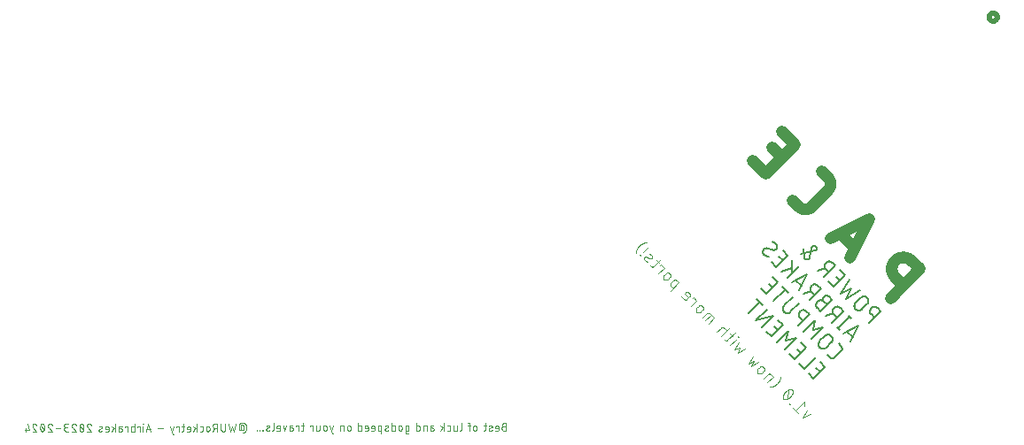
<source format=gbr>
G04 EAGLE Gerber RS-274X export*
G75*
%MOMM*%
%FSLAX34Y34*%
%LPD*%
%INSilkscreen Bottom*%
%IPPOS*%
%AMOC8*
5,1,8,0,0,1.08239X$1,22.5*%
G01*
%ADD10C,0.076200*%
%ADD11C,1.117600*%
%ADD12C,0.127000*%
%ADD13C,0.101600*%
%ADD14C,0.508000*%


D10*
X461208Y68749D02*
X462435Y68749D01*
X462435Y68750D02*
X462504Y68748D01*
X462572Y68742D01*
X462641Y68733D01*
X462708Y68719D01*
X462775Y68702D01*
X462841Y68681D01*
X462905Y68657D01*
X462968Y68628D01*
X463029Y68597D01*
X463088Y68562D01*
X463146Y68524D01*
X463201Y68482D01*
X463253Y68438D01*
X463303Y68390D01*
X463351Y68340D01*
X463395Y68288D01*
X463437Y68233D01*
X463475Y68175D01*
X463510Y68116D01*
X463541Y68055D01*
X463570Y67992D01*
X463594Y67928D01*
X463615Y67862D01*
X463632Y67795D01*
X463646Y67728D01*
X463655Y67659D01*
X463661Y67591D01*
X463663Y67522D01*
X463663Y65066D01*
X463661Y64997D01*
X463655Y64929D01*
X463646Y64860D01*
X463632Y64793D01*
X463615Y64726D01*
X463594Y64660D01*
X463570Y64596D01*
X463541Y64533D01*
X463510Y64472D01*
X463475Y64413D01*
X463437Y64355D01*
X463395Y64300D01*
X463351Y64248D01*
X463303Y64198D01*
X463253Y64150D01*
X463201Y64106D01*
X463146Y64064D01*
X463088Y64026D01*
X463029Y63991D01*
X462968Y63960D01*
X462905Y63931D01*
X462841Y63907D01*
X462775Y63886D01*
X462708Y63869D01*
X462641Y63855D01*
X462572Y63846D01*
X462504Y63840D01*
X462435Y63838D01*
X462366Y63840D01*
X462298Y63846D01*
X462229Y63855D01*
X462162Y63869D01*
X462095Y63886D01*
X462029Y63907D01*
X461965Y63931D01*
X461902Y63960D01*
X461841Y63991D01*
X461782Y64026D01*
X461724Y64064D01*
X461669Y64106D01*
X461617Y64150D01*
X461567Y64198D01*
X461519Y64248D01*
X461475Y64300D01*
X461433Y64355D01*
X461395Y64413D01*
X461360Y64472D01*
X461329Y64533D01*
X461300Y64596D01*
X461276Y64660D01*
X461255Y64726D01*
X461238Y64793D01*
X461224Y64860D01*
X461215Y64929D01*
X461209Y64997D01*
X461207Y65066D01*
X461208Y64862D02*
X461208Y68749D01*
X461208Y64862D02*
X461206Y64799D01*
X461200Y64736D01*
X461191Y64674D01*
X461177Y64612D01*
X461160Y64552D01*
X461139Y64492D01*
X461114Y64434D01*
X461086Y64378D01*
X461055Y64323D01*
X461020Y64271D01*
X460982Y64221D01*
X460941Y64173D01*
X460897Y64128D01*
X460851Y64085D01*
X460801Y64046D01*
X460750Y64009D01*
X460697Y63976D01*
X460641Y63946D01*
X460584Y63920D01*
X460525Y63897D01*
X460465Y63878D01*
X460404Y63863D01*
X460342Y63851D01*
X460279Y63843D01*
X460217Y63839D01*
X460153Y63839D01*
X460091Y63843D01*
X460028Y63851D01*
X459966Y63863D01*
X459905Y63878D01*
X459845Y63897D01*
X459786Y63920D01*
X459729Y63946D01*
X459674Y63976D01*
X459620Y64009D01*
X459569Y64046D01*
X459519Y64085D01*
X459473Y64128D01*
X459429Y64173D01*
X459388Y64221D01*
X459350Y64271D01*
X459315Y64323D01*
X459284Y64378D01*
X459256Y64434D01*
X459231Y64492D01*
X459210Y64552D01*
X459193Y64612D01*
X459179Y64674D01*
X459170Y64736D01*
X459164Y64799D01*
X459162Y64862D01*
X459161Y64862D02*
X459161Y67931D01*
X459163Y68044D01*
X459169Y68157D01*
X459179Y68269D01*
X459192Y68382D01*
X459210Y68493D01*
X459231Y68604D01*
X459256Y68715D01*
X459285Y68824D01*
X459318Y68932D01*
X459354Y69039D01*
X459394Y69145D01*
X459438Y69249D01*
X459485Y69352D01*
X459536Y69453D01*
X459590Y69552D01*
X459648Y69649D01*
X459709Y69744D01*
X459773Y69837D01*
X459840Y69928D01*
X459911Y70016D01*
X459984Y70102D01*
X460061Y70185D01*
X460140Y70266D01*
X460222Y70344D01*
X460307Y70419D01*
X460394Y70491D01*
X460483Y70560D01*
X460575Y70625D01*
X460669Y70688D01*
X460765Y70747D01*
X460864Y70803D01*
X460964Y70856D01*
X461066Y70905D01*
X461169Y70950D01*
X461274Y70992D01*
X461380Y71030D01*
X461488Y71065D01*
X461597Y71096D01*
X461706Y71123D01*
X461817Y71146D01*
X461928Y71166D01*
X462040Y71181D01*
X462153Y71193D01*
X462266Y71201D01*
X462378Y71205D01*
X462492Y71205D01*
X462604Y71201D01*
X462717Y71193D01*
X462830Y71181D01*
X462942Y71166D01*
X463053Y71146D01*
X463164Y71123D01*
X463273Y71096D01*
X463382Y71065D01*
X463490Y71030D01*
X463596Y70992D01*
X463701Y70950D01*
X463804Y70905D01*
X463906Y70856D01*
X464006Y70803D01*
X464105Y70747D01*
X464201Y70688D01*
X464295Y70625D01*
X464387Y70560D01*
X464476Y70491D01*
X464563Y70419D01*
X464648Y70344D01*
X464730Y70266D01*
X464809Y70185D01*
X464886Y70102D01*
X464959Y70016D01*
X465030Y69928D01*
X465097Y69837D01*
X465161Y69744D01*
X465222Y69649D01*
X465280Y69552D01*
X465334Y69453D01*
X465385Y69352D01*
X465432Y69249D01*
X465476Y69145D01*
X465516Y69039D01*
X465552Y68932D01*
X465585Y68824D01*
X465614Y68715D01*
X465639Y68604D01*
X465660Y68493D01*
X465678Y68382D01*
X465691Y68269D01*
X465701Y68157D01*
X465707Y68044D01*
X465709Y67931D01*
X465709Y64453D01*
X465710Y64453D02*
X465708Y64343D01*
X465702Y64233D01*
X465692Y64124D01*
X465679Y64014D01*
X465661Y63906D01*
X465639Y63798D01*
X465614Y63691D01*
X465585Y63585D01*
X465552Y63480D01*
X465515Y63376D01*
X465475Y63274D01*
X465431Y63173D01*
X465383Y63074D01*
X465332Y62976D01*
X465278Y62881D01*
X465220Y62787D01*
X465159Y62696D01*
X465094Y62606D01*
X465027Y62520D01*
X464956Y62435D01*
X464882Y62354D01*
X464806Y62274D01*
X464727Y62198D01*
X464645Y62125D01*
X464560Y62054D01*
X464473Y61987D01*
X464384Y61923D01*
X464292Y61862D01*
X464199Y61804D01*
X464103Y61750D01*
X464005Y61699D01*
X463906Y61652D01*
X463805Y61608D01*
X463703Y61568D01*
X463599Y61531D01*
X463494Y61499D01*
X463388Y61470D01*
X463280Y61445D01*
X463172Y61424D01*
X463064Y61406D01*
X462955Y61393D01*
X462845Y61383D01*
X454075Y62611D02*
X455712Y69977D01*
X452438Y67522D02*
X454075Y62611D01*
X450801Y62611D02*
X452438Y67522D01*
X449164Y69977D02*
X450801Y62611D01*
X445950Y64657D02*
X445950Y69977D01*
X445949Y64657D02*
X445947Y64568D01*
X445941Y64479D01*
X445931Y64390D01*
X445918Y64302D01*
X445901Y64214D01*
X445879Y64127D01*
X445854Y64042D01*
X445826Y63957D01*
X445793Y63874D01*
X445757Y63792D01*
X445718Y63712D01*
X445675Y63634D01*
X445629Y63558D01*
X445579Y63483D01*
X445526Y63411D01*
X445470Y63342D01*
X445411Y63275D01*
X445350Y63210D01*
X445285Y63149D01*
X445218Y63090D01*
X445149Y63034D01*
X445077Y62981D01*
X445002Y62931D01*
X444926Y62885D01*
X444848Y62842D01*
X444768Y62803D01*
X444686Y62767D01*
X444603Y62734D01*
X444518Y62706D01*
X444433Y62681D01*
X444346Y62659D01*
X444258Y62642D01*
X444170Y62629D01*
X444081Y62619D01*
X443992Y62613D01*
X443903Y62611D01*
X443814Y62613D01*
X443725Y62619D01*
X443636Y62629D01*
X443548Y62642D01*
X443460Y62659D01*
X443373Y62681D01*
X443288Y62706D01*
X443203Y62734D01*
X443120Y62767D01*
X443038Y62803D01*
X442958Y62842D01*
X442880Y62885D01*
X442804Y62931D01*
X442729Y62981D01*
X442657Y63034D01*
X442588Y63090D01*
X442521Y63149D01*
X442456Y63210D01*
X442395Y63275D01*
X442336Y63342D01*
X442280Y63411D01*
X442227Y63483D01*
X442177Y63558D01*
X442131Y63634D01*
X442088Y63712D01*
X442049Y63792D01*
X442013Y63874D01*
X441980Y63957D01*
X441952Y64042D01*
X441927Y64127D01*
X441905Y64214D01*
X441888Y64302D01*
X441875Y64390D01*
X441865Y64479D01*
X441859Y64568D01*
X441857Y64657D01*
X441857Y69977D01*
X438096Y69977D02*
X438096Y62611D01*
X438096Y69977D02*
X436049Y69977D01*
X435960Y69975D01*
X435871Y69969D01*
X435782Y69959D01*
X435694Y69946D01*
X435606Y69929D01*
X435519Y69907D01*
X435434Y69882D01*
X435349Y69854D01*
X435266Y69821D01*
X435184Y69785D01*
X435104Y69746D01*
X435026Y69703D01*
X434950Y69657D01*
X434875Y69607D01*
X434803Y69554D01*
X434734Y69498D01*
X434667Y69439D01*
X434602Y69378D01*
X434541Y69313D01*
X434482Y69246D01*
X434426Y69177D01*
X434373Y69105D01*
X434323Y69030D01*
X434277Y68954D01*
X434234Y68876D01*
X434195Y68796D01*
X434159Y68714D01*
X434126Y68631D01*
X434098Y68546D01*
X434073Y68461D01*
X434051Y68374D01*
X434034Y68286D01*
X434021Y68198D01*
X434011Y68109D01*
X434005Y68020D01*
X434003Y67931D01*
X434005Y67842D01*
X434011Y67753D01*
X434021Y67664D01*
X434034Y67576D01*
X434051Y67488D01*
X434073Y67401D01*
X434098Y67316D01*
X434126Y67231D01*
X434159Y67148D01*
X434195Y67066D01*
X434234Y66986D01*
X434277Y66908D01*
X434323Y66832D01*
X434373Y66757D01*
X434426Y66685D01*
X434482Y66616D01*
X434541Y66549D01*
X434602Y66484D01*
X434667Y66423D01*
X434734Y66364D01*
X434803Y66308D01*
X434875Y66255D01*
X434950Y66205D01*
X435026Y66159D01*
X435104Y66116D01*
X435184Y66077D01*
X435266Y66041D01*
X435349Y66008D01*
X435434Y65980D01*
X435519Y65955D01*
X435606Y65933D01*
X435694Y65916D01*
X435782Y65903D01*
X435871Y65893D01*
X435960Y65887D01*
X436049Y65885D01*
X438096Y65885D01*
X435640Y65885D02*
X434003Y62611D01*
X430910Y64248D02*
X430910Y65885D01*
X430908Y65964D01*
X430902Y66043D01*
X430893Y66122D01*
X430880Y66200D01*
X430862Y66277D01*
X430842Y66353D01*
X430817Y66428D01*
X430789Y66502D01*
X430758Y66575D01*
X430722Y66646D01*
X430684Y66715D01*
X430642Y66782D01*
X430597Y66847D01*
X430549Y66910D01*
X430498Y66971D01*
X430444Y67028D01*
X430388Y67084D01*
X430329Y67136D01*
X430267Y67186D01*
X430203Y67232D01*
X430137Y67276D01*
X430069Y67316D01*
X429999Y67352D01*
X429927Y67386D01*
X429853Y67416D01*
X429779Y67442D01*
X429703Y67465D01*
X429626Y67483D01*
X429549Y67499D01*
X429470Y67510D01*
X429392Y67518D01*
X429313Y67522D01*
X429233Y67522D01*
X429154Y67518D01*
X429076Y67510D01*
X428997Y67499D01*
X428920Y67483D01*
X428843Y67465D01*
X428767Y67442D01*
X428693Y67416D01*
X428619Y67386D01*
X428547Y67352D01*
X428477Y67316D01*
X428409Y67276D01*
X428343Y67232D01*
X428279Y67186D01*
X428217Y67136D01*
X428158Y67084D01*
X428102Y67028D01*
X428048Y66971D01*
X427997Y66910D01*
X427949Y66847D01*
X427904Y66782D01*
X427862Y66715D01*
X427824Y66646D01*
X427788Y66575D01*
X427757Y66502D01*
X427729Y66428D01*
X427704Y66353D01*
X427684Y66277D01*
X427666Y66200D01*
X427653Y66122D01*
X427644Y66043D01*
X427638Y65964D01*
X427636Y65885D01*
X427636Y64248D01*
X427638Y64169D01*
X427644Y64090D01*
X427653Y64011D01*
X427666Y63933D01*
X427684Y63856D01*
X427704Y63780D01*
X427729Y63705D01*
X427757Y63631D01*
X427788Y63558D01*
X427824Y63487D01*
X427862Y63418D01*
X427904Y63351D01*
X427949Y63286D01*
X427997Y63223D01*
X428048Y63162D01*
X428102Y63105D01*
X428158Y63049D01*
X428217Y62997D01*
X428279Y62947D01*
X428343Y62901D01*
X428409Y62857D01*
X428477Y62817D01*
X428547Y62781D01*
X428619Y62747D01*
X428693Y62717D01*
X428767Y62691D01*
X428843Y62668D01*
X428920Y62650D01*
X428997Y62634D01*
X429076Y62623D01*
X429154Y62615D01*
X429233Y62611D01*
X429313Y62611D01*
X429392Y62615D01*
X429470Y62623D01*
X429549Y62634D01*
X429626Y62650D01*
X429703Y62668D01*
X429779Y62691D01*
X429853Y62717D01*
X429927Y62747D01*
X429999Y62781D01*
X430069Y62817D01*
X430137Y62857D01*
X430203Y62901D01*
X430267Y62947D01*
X430329Y62997D01*
X430388Y63049D01*
X430444Y63105D01*
X430498Y63162D01*
X430549Y63223D01*
X430597Y63286D01*
X430642Y63351D01*
X430684Y63418D01*
X430722Y63487D01*
X430758Y63558D01*
X430789Y63631D01*
X430817Y63705D01*
X430842Y63780D01*
X430862Y63856D01*
X430880Y63933D01*
X430893Y64011D01*
X430902Y64090D01*
X430908Y64169D01*
X430910Y64248D01*
X423333Y62611D02*
X421696Y62611D01*
X423333Y62611D02*
X423402Y62613D01*
X423470Y62619D01*
X423539Y62628D01*
X423606Y62642D01*
X423673Y62659D01*
X423739Y62680D01*
X423803Y62704D01*
X423866Y62733D01*
X423927Y62764D01*
X423986Y62799D01*
X424044Y62837D01*
X424099Y62879D01*
X424151Y62923D01*
X424201Y62971D01*
X424249Y63021D01*
X424293Y63073D01*
X424335Y63128D01*
X424373Y63186D01*
X424408Y63245D01*
X424439Y63306D01*
X424468Y63369D01*
X424492Y63433D01*
X424513Y63499D01*
X424530Y63566D01*
X424544Y63633D01*
X424553Y63702D01*
X424559Y63770D01*
X424561Y63839D01*
X424561Y66294D01*
X424559Y66363D01*
X424553Y66431D01*
X424544Y66500D01*
X424530Y66567D01*
X424513Y66634D01*
X424492Y66700D01*
X424468Y66764D01*
X424439Y66827D01*
X424408Y66888D01*
X424373Y66947D01*
X424335Y67005D01*
X424293Y67060D01*
X424249Y67112D01*
X424201Y67162D01*
X424151Y67210D01*
X424099Y67254D01*
X424044Y67296D01*
X423986Y67334D01*
X423927Y67369D01*
X423866Y67400D01*
X423803Y67429D01*
X423739Y67453D01*
X423673Y67474D01*
X423606Y67491D01*
X423539Y67505D01*
X423470Y67514D01*
X423402Y67520D01*
X423333Y67522D01*
X421696Y67522D01*
X418624Y69977D02*
X418624Y62611D01*
X418624Y65066D02*
X415350Y67522D01*
X417192Y66089D02*
X415350Y62611D01*
X411394Y62611D02*
X409348Y62611D01*
X411394Y62611D02*
X411463Y62613D01*
X411531Y62619D01*
X411600Y62628D01*
X411667Y62642D01*
X411734Y62659D01*
X411800Y62680D01*
X411864Y62704D01*
X411927Y62733D01*
X411988Y62764D01*
X412047Y62799D01*
X412105Y62837D01*
X412160Y62879D01*
X412212Y62923D01*
X412262Y62971D01*
X412310Y63021D01*
X412354Y63073D01*
X412396Y63128D01*
X412434Y63186D01*
X412469Y63245D01*
X412500Y63306D01*
X412529Y63369D01*
X412553Y63433D01*
X412574Y63499D01*
X412591Y63566D01*
X412605Y63633D01*
X412614Y63702D01*
X412620Y63770D01*
X412622Y63839D01*
X412622Y65885D01*
X412620Y65964D01*
X412614Y66043D01*
X412605Y66122D01*
X412592Y66200D01*
X412574Y66277D01*
X412554Y66353D01*
X412529Y66428D01*
X412501Y66502D01*
X412470Y66575D01*
X412434Y66646D01*
X412396Y66715D01*
X412354Y66782D01*
X412309Y66847D01*
X412261Y66910D01*
X412210Y66971D01*
X412156Y67028D01*
X412100Y67084D01*
X412041Y67136D01*
X411979Y67186D01*
X411915Y67232D01*
X411849Y67276D01*
X411781Y67316D01*
X411711Y67352D01*
X411639Y67386D01*
X411565Y67416D01*
X411491Y67442D01*
X411415Y67465D01*
X411338Y67483D01*
X411261Y67499D01*
X411182Y67510D01*
X411104Y67518D01*
X411025Y67522D01*
X410945Y67522D01*
X410866Y67518D01*
X410788Y67510D01*
X410709Y67499D01*
X410632Y67483D01*
X410555Y67465D01*
X410479Y67442D01*
X410405Y67416D01*
X410331Y67386D01*
X410259Y67352D01*
X410189Y67316D01*
X410121Y67276D01*
X410055Y67232D01*
X409991Y67186D01*
X409929Y67136D01*
X409870Y67084D01*
X409814Y67028D01*
X409760Y66971D01*
X409709Y66910D01*
X409661Y66847D01*
X409616Y66782D01*
X409574Y66715D01*
X409536Y66646D01*
X409500Y66575D01*
X409469Y66502D01*
X409441Y66428D01*
X409416Y66353D01*
X409396Y66277D01*
X409378Y66200D01*
X409365Y66122D01*
X409356Y66043D01*
X409350Y65964D01*
X409348Y65885D01*
X409348Y65066D01*
X412622Y65066D01*
X406913Y67522D02*
X404457Y67522D01*
X406094Y69977D02*
X406094Y63839D01*
X406092Y63770D01*
X406086Y63702D01*
X406077Y63633D01*
X406063Y63566D01*
X406046Y63499D01*
X406025Y63433D01*
X406001Y63369D01*
X405972Y63306D01*
X405941Y63245D01*
X405906Y63186D01*
X405868Y63128D01*
X405826Y63073D01*
X405782Y63021D01*
X405734Y62971D01*
X405684Y62923D01*
X405632Y62879D01*
X405577Y62838D01*
X405519Y62799D01*
X405460Y62764D01*
X405399Y62733D01*
X405336Y62704D01*
X405272Y62680D01*
X405206Y62659D01*
X405139Y62642D01*
X405072Y62628D01*
X405004Y62619D01*
X404935Y62613D01*
X404866Y62611D01*
X404867Y62611D02*
X404457Y62611D01*
X401359Y62611D02*
X401359Y67522D01*
X398904Y67522D01*
X398904Y66703D01*
X396773Y60156D02*
X395954Y60156D01*
X393499Y67522D01*
X396773Y67522D02*
X395136Y62611D01*
X386618Y65476D02*
X381708Y65476D01*
X374914Y62611D02*
X372459Y69977D01*
X370003Y62611D01*
X370617Y64453D02*
X374300Y64453D01*
X367338Y62611D02*
X367338Y67522D01*
X367543Y69568D02*
X367543Y69977D01*
X367133Y69977D01*
X367133Y69568D01*
X367543Y69568D01*
X364052Y67522D02*
X364052Y62611D01*
X364052Y67522D02*
X361597Y67522D01*
X361597Y66703D01*
X358937Y69977D02*
X358937Y62611D01*
X356891Y62611D01*
X356822Y62613D01*
X356754Y62619D01*
X356685Y62628D01*
X356618Y62642D01*
X356551Y62659D01*
X356485Y62680D01*
X356421Y62704D01*
X356358Y62733D01*
X356297Y62764D01*
X356238Y62799D01*
X356180Y62837D01*
X356125Y62879D01*
X356073Y62923D01*
X356023Y62971D01*
X355975Y63021D01*
X355931Y63073D01*
X355889Y63128D01*
X355851Y63186D01*
X355816Y63245D01*
X355785Y63306D01*
X355756Y63369D01*
X355732Y63433D01*
X355711Y63499D01*
X355694Y63566D01*
X355680Y63633D01*
X355671Y63702D01*
X355665Y63770D01*
X355663Y63839D01*
X355663Y66294D01*
X355665Y66363D01*
X355671Y66431D01*
X355680Y66500D01*
X355694Y66567D01*
X355711Y66634D01*
X355732Y66700D01*
X355756Y66764D01*
X355785Y66827D01*
X355816Y66888D01*
X355851Y66947D01*
X355889Y67005D01*
X355931Y67060D01*
X355975Y67112D01*
X356023Y67162D01*
X356073Y67210D01*
X356125Y67254D01*
X356180Y67296D01*
X356238Y67334D01*
X356297Y67369D01*
X356358Y67400D01*
X356421Y67429D01*
X356485Y67453D01*
X356551Y67474D01*
X356618Y67491D01*
X356685Y67505D01*
X356754Y67514D01*
X356822Y67520D01*
X356891Y67522D01*
X358937Y67522D01*
X352348Y67522D02*
X352348Y62611D01*
X352348Y67522D02*
X349893Y67522D01*
X349893Y66703D01*
X346126Y65476D02*
X344284Y65476D01*
X346126Y65475D02*
X346201Y65473D01*
X346276Y65467D01*
X346350Y65457D01*
X346424Y65444D01*
X346497Y65426D01*
X346569Y65405D01*
X346639Y65380D01*
X346708Y65351D01*
X346776Y65319D01*
X346842Y65283D01*
X346906Y65244D01*
X346968Y65202D01*
X347027Y65156D01*
X347084Y65107D01*
X347139Y65056D01*
X347190Y65001D01*
X347239Y64944D01*
X347285Y64885D01*
X347327Y64823D01*
X347366Y64759D01*
X347402Y64693D01*
X347434Y64625D01*
X347463Y64556D01*
X347488Y64486D01*
X347509Y64414D01*
X347527Y64341D01*
X347540Y64267D01*
X347550Y64193D01*
X347556Y64118D01*
X347558Y64043D01*
X347556Y63968D01*
X347550Y63893D01*
X347540Y63819D01*
X347527Y63745D01*
X347509Y63672D01*
X347488Y63600D01*
X347463Y63530D01*
X347434Y63461D01*
X347402Y63393D01*
X347366Y63327D01*
X347327Y63263D01*
X347285Y63201D01*
X347239Y63142D01*
X347190Y63085D01*
X347139Y63030D01*
X347084Y62979D01*
X347027Y62930D01*
X346968Y62884D01*
X346906Y62842D01*
X346842Y62803D01*
X346776Y62767D01*
X346708Y62735D01*
X346639Y62706D01*
X346569Y62681D01*
X346497Y62660D01*
X346424Y62642D01*
X346350Y62629D01*
X346276Y62619D01*
X346201Y62613D01*
X346126Y62611D01*
X344284Y62611D01*
X344284Y66294D01*
X344286Y66363D01*
X344292Y66431D01*
X344301Y66500D01*
X344315Y66567D01*
X344332Y66634D01*
X344353Y66700D01*
X344377Y66764D01*
X344406Y66827D01*
X344437Y66888D01*
X344472Y66947D01*
X344510Y67005D01*
X344552Y67060D01*
X344596Y67112D01*
X344644Y67162D01*
X344694Y67210D01*
X344746Y67254D01*
X344801Y67296D01*
X344859Y67334D01*
X344918Y67369D01*
X344979Y67400D01*
X345042Y67429D01*
X345106Y67453D01*
X345172Y67474D01*
X345239Y67491D01*
X345306Y67505D01*
X345375Y67514D01*
X345443Y67520D01*
X345512Y67522D01*
X347149Y67522D01*
X340596Y69977D02*
X340596Y62611D01*
X340596Y65066D02*
X337322Y67522D01*
X339163Y66089D02*
X337322Y62611D01*
X333366Y62611D02*
X331320Y62611D01*
X333366Y62611D02*
X333435Y62613D01*
X333503Y62619D01*
X333572Y62628D01*
X333639Y62642D01*
X333706Y62659D01*
X333772Y62680D01*
X333836Y62704D01*
X333899Y62733D01*
X333960Y62764D01*
X334019Y62799D01*
X334077Y62837D01*
X334132Y62879D01*
X334184Y62923D01*
X334234Y62971D01*
X334282Y63021D01*
X334326Y63073D01*
X334368Y63128D01*
X334406Y63186D01*
X334441Y63245D01*
X334472Y63306D01*
X334501Y63369D01*
X334525Y63433D01*
X334546Y63499D01*
X334563Y63566D01*
X334577Y63633D01*
X334586Y63702D01*
X334592Y63770D01*
X334594Y63839D01*
X334594Y65885D01*
X334592Y65964D01*
X334586Y66043D01*
X334577Y66122D01*
X334564Y66200D01*
X334546Y66277D01*
X334526Y66353D01*
X334501Y66428D01*
X334473Y66502D01*
X334442Y66575D01*
X334406Y66646D01*
X334368Y66715D01*
X334326Y66782D01*
X334281Y66847D01*
X334233Y66910D01*
X334182Y66971D01*
X334128Y67028D01*
X334072Y67084D01*
X334013Y67136D01*
X333951Y67186D01*
X333887Y67232D01*
X333821Y67276D01*
X333753Y67316D01*
X333683Y67352D01*
X333611Y67386D01*
X333537Y67416D01*
X333463Y67442D01*
X333387Y67465D01*
X333310Y67483D01*
X333233Y67499D01*
X333154Y67510D01*
X333076Y67518D01*
X332997Y67522D01*
X332917Y67522D01*
X332838Y67518D01*
X332760Y67510D01*
X332681Y67499D01*
X332604Y67483D01*
X332527Y67465D01*
X332451Y67442D01*
X332377Y67416D01*
X332303Y67386D01*
X332231Y67352D01*
X332161Y67316D01*
X332093Y67276D01*
X332027Y67232D01*
X331963Y67186D01*
X331901Y67136D01*
X331842Y67084D01*
X331786Y67028D01*
X331732Y66971D01*
X331681Y66910D01*
X331633Y66847D01*
X331588Y66782D01*
X331546Y66715D01*
X331508Y66646D01*
X331472Y66575D01*
X331441Y66502D01*
X331413Y66428D01*
X331388Y66353D01*
X331368Y66277D01*
X331350Y66200D01*
X331337Y66122D01*
X331328Y66043D01*
X331322Y65964D01*
X331320Y65885D01*
X331320Y65066D01*
X334594Y65066D01*
X327640Y65476D02*
X325594Y64657D01*
X327640Y65476D02*
X327699Y65501D01*
X327756Y65530D01*
X327811Y65563D01*
X327864Y65599D01*
X327915Y65637D01*
X327963Y65679D01*
X328009Y65724D01*
X328052Y65771D01*
X328092Y65821D01*
X328129Y65873D01*
X328163Y65928D01*
X328194Y65984D01*
X328221Y66042D01*
X328244Y66102D01*
X328264Y66162D01*
X328280Y66224D01*
X328293Y66287D01*
X328301Y66351D01*
X328306Y66414D01*
X328307Y66478D01*
X328304Y66542D01*
X328297Y66606D01*
X328286Y66669D01*
X328272Y66731D01*
X328254Y66793D01*
X328232Y66853D01*
X328207Y66912D01*
X328178Y66969D01*
X328145Y67024D01*
X328110Y67077D01*
X328071Y67128D01*
X328029Y67177D01*
X327985Y67223D01*
X327937Y67266D01*
X327888Y67306D01*
X327835Y67343D01*
X327781Y67377D01*
X327725Y67408D01*
X327667Y67435D01*
X327608Y67459D01*
X327547Y67478D01*
X327485Y67495D01*
X327422Y67507D01*
X327359Y67516D01*
X327295Y67521D01*
X327231Y67522D01*
X327095Y67518D01*
X326960Y67510D01*
X326824Y67498D01*
X326690Y67482D01*
X326555Y67462D01*
X326422Y67439D01*
X326289Y67411D01*
X326157Y67380D01*
X326026Y67345D01*
X325896Y67306D01*
X325767Y67263D01*
X325640Y67216D01*
X325514Y67166D01*
X325389Y67112D01*
X325594Y64657D02*
X325535Y64632D01*
X325478Y64603D01*
X325423Y64570D01*
X325370Y64534D01*
X325319Y64496D01*
X325271Y64454D01*
X325225Y64409D01*
X325182Y64362D01*
X325142Y64312D01*
X325105Y64260D01*
X325071Y64205D01*
X325040Y64149D01*
X325013Y64091D01*
X324990Y64031D01*
X324970Y63971D01*
X324954Y63909D01*
X324941Y63846D01*
X324933Y63782D01*
X324928Y63719D01*
X324927Y63655D01*
X324930Y63591D01*
X324937Y63527D01*
X324948Y63464D01*
X324962Y63402D01*
X324980Y63340D01*
X325002Y63280D01*
X325027Y63221D01*
X325056Y63164D01*
X325089Y63109D01*
X325124Y63056D01*
X325163Y63005D01*
X325205Y62956D01*
X325249Y62910D01*
X325297Y62867D01*
X325346Y62827D01*
X325399Y62790D01*
X325453Y62756D01*
X325509Y62725D01*
X325567Y62698D01*
X325626Y62674D01*
X325687Y62655D01*
X325749Y62638D01*
X325812Y62626D01*
X325875Y62617D01*
X325939Y62612D01*
X326003Y62611D01*
X326167Y62615D01*
X326331Y62623D01*
X326495Y62635D01*
X326658Y62651D01*
X326821Y62671D01*
X326984Y62694D01*
X327145Y62722D01*
X327307Y62753D01*
X327467Y62788D01*
X327626Y62827D01*
X327785Y62870D01*
X327942Y62916D01*
X328099Y62966D01*
X328254Y63020D01*
X315683Y69978D02*
X315598Y69976D01*
X315513Y69970D01*
X315429Y69960D01*
X315345Y69947D01*
X315261Y69929D01*
X315179Y69908D01*
X315098Y69883D01*
X315018Y69854D01*
X314939Y69821D01*
X314862Y69785D01*
X314787Y69745D01*
X314713Y69702D01*
X314642Y69656D01*
X314573Y69606D01*
X314506Y69553D01*
X314442Y69497D01*
X314381Y69438D01*
X314322Y69377D01*
X314266Y69313D01*
X314213Y69246D01*
X314163Y69177D01*
X314117Y69106D01*
X314074Y69032D01*
X314034Y68957D01*
X313998Y68880D01*
X313965Y68801D01*
X313936Y68721D01*
X313911Y68640D01*
X313890Y68558D01*
X313872Y68474D01*
X313859Y68390D01*
X313849Y68306D01*
X313843Y68221D01*
X313841Y68136D01*
X315683Y69977D02*
X315779Y69975D01*
X315875Y69969D01*
X315970Y69959D01*
X316065Y69946D01*
X316160Y69928D01*
X316253Y69907D01*
X316346Y69882D01*
X316437Y69853D01*
X316528Y69821D01*
X316617Y69785D01*
X316704Y69745D01*
X316790Y69702D01*
X316874Y69656D01*
X316956Y69606D01*
X317036Y69552D01*
X317113Y69496D01*
X317188Y69436D01*
X317261Y69374D01*
X317331Y69308D01*
X317399Y69240D01*
X317464Y69169D01*
X317525Y69096D01*
X317584Y69020D01*
X317640Y68941D01*
X317692Y68861D01*
X317741Y68778D01*
X317787Y68694D01*
X317829Y68608D01*
X317867Y68520D01*
X317902Y68431D01*
X317934Y68340D01*
X314456Y66704D02*
X314396Y66763D01*
X314339Y66825D01*
X314284Y66889D01*
X314233Y66956D01*
X314184Y67025D01*
X314138Y67095D01*
X314095Y67168D01*
X314055Y67242D01*
X314019Y67318D01*
X313986Y67396D01*
X313956Y67475D01*
X313929Y67555D01*
X313906Y67636D01*
X313887Y67718D01*
X313871Y67800D01*
X313858Y67884D01*
X313849Y67968D01*
X313844Y68052D01*
X313842Y68136D01*
X314456Y66703D02*
X317934Y62611D01*
X313842Y62611D01*
X310619Y66294D02*
X310617Y66447D01*
X310611Y66600D01*
X310602Y66752D01*
X310588Y66905D01*
X310571Y67057D01*
X310550Y67208D01*
X310525Y67359D01*
X310496Y67509D01*
X310464Y67659D01*
X310427Y67807D01*
X310387Y67955D01*
X310344Y68102D01*
X310296Y68247D01*
X310245Y68391D01*
X310191Y68534D01*
X310132Y68676D01*
X310071Y68815D01*
X310005Y68954D01*
X309979Y69024D01*
X309949Y69093D01*
X309917Y69161D01*
X309880Y69227D01*
X309841Y69291D01*
X309798Y69353D01*
X309753Y69412D01*
X309704Y69470D01*
X309653Y69524D01*
X309599Y69577D01*
X309542Y69626D01*
X309483Y69673D01*
X309422Y69716D01*
X309359Y69757D01*
X309294Y69794D01*
X309227Y69829D01*
X309158Y69859D01*
X309088Y69887D01*
X309017Y69910D01*
X308945Y69931D01*
X308872Y69947D01*
X308798Y69960D01*
X308723Y69970D01*
X308648Y69975D01*
X308573Y69977D01*
X308498Y69975D01*
X308423Y69970D01*
X308348Y69960D01*
X308274Y69947D01*
X308201Y69931D01*
X308129Y69910D01*
X308058Y69887D01*
X307988Y69859D01*
X307919Y69829D01*
X307852Y69794D01*
X307787Y69757D01*
X307724Y69716D01*
X307663Y69673D01*
X307604Y69626D01*
X307547Y69577D01*
X307493Y69524D01*
X307442Y69470D01*
X307394Y69412D01*
X307348Y69353D01*
X307305Y69291D01*
X307266Y69227D01*
X307230Y69161D01*
X307197Y69094D01*
X307167Y69024D01*
X307141Y68954D01*
X307076Y68816D01*
X307014Y68676D01*
X306956Y68534D01*
X306901Y68391D01*
X306850Y68247D01*
X306802Y68102D01*
X306759Y67955D01*
X306719Y67808D01*
X306682Y67659D01*
X306650Y67509D01*
X306621Y67359D01*
X306596Y67208D01*
X306575Y67057D01*
X306558Y66905D01*
X306544Y66752D01*
X306535Y66600D01*
X306529Y66447D01*
X306527Y66294D01*
X310619Y66294D02*
X310617Y66141D01*
X310611Y65988D01*
X310602Y65835D01*
X310588Y65683D01*
X310571Y65531D01*
X310550Y65380D01*
X310525Y65229D01*
X310496Y65078D01*
X310464Y64929D01*
X310427Y64780D01*
X310387Y64633D01*
X310344Y64486D01*
X310296Y64341D01*
X310245Y64196D01*
X310190Y64054D01*
X310132Y63912D01*
X310070Y63772D01*
X310005Y63634D01*
X309979Y63564D01*
X309949Y63494D01*
X309917Y63427D01*
X309880Y63361D01*
X309841Y63297D01*
X309798Y63235D01*
X309752Y63176D01*
X309704Y63118D01*
X309653Y63064D01*
X309599Y63011D01*
X309542Y62962D01*
X309483Y62915D01*
X309422Y62872D01*
X309359Y62831D01*
X309294Y62794D01*
X309227Y62759D01*
X309158Y62729D01*
X309088Y62701D01*
X309017Y62678D01*
X308945Y62657D01*
X308872Y62641D01*
X308798Y62628D01*
X308723Y62618D01*
X308648Y62613D01*
X308573Y62611D01*
X307141Y63634D02*
X307076Y63772D01*
X307014Y63912D01*
X306956Y64054D01*
X306901Y64197D01*
X306850Y64341D01*
X306802Y64486D01*
X306759Y64633D01*
X306719Y64781D01*
X306682Y64929D01*
X306650Y65079D01*
X306621Y65229D01*
X306596Y65380D01*
X306575Y65531D01*
X306558Y65683D01*
X306544Y65836D01*
X306535Y65988D01*
X306529Y66141D01*
X306527Y66294D01*
X307141Y63634D02*
X307167Y63563D01*
X307197Y63494D01*
X307230Y63427D01*
X307266Y63361D01*
X307305Y63297D01*
X307348Y63235D01*
X307394Y63176D01*
X307442Y63118D01*
X307493Y63064D01*
X307547Y63011D01*
X307604Y62962D01*
X307663Y62915D01*
X307724Y62872D01*
X307787Y62831D01*
X307852Y62794D01*
X307919Y62759D01*
X307988Y62729D01*
X308058Y62701D01*
X308129Y62678D01*
X308201Y62657D01*
X308274Y62641D01*
X308348Y62628D01*
X308423Y62618D01*
X308498Y62613D01*
X308573Y62611D01*
X310210Y64248D02*
X306936Y68340D01*
X301053Y69978D02*
X300968Y69976D01*
X300883Y69970D01*
X300799Y69960D01*
X300715Y69947D01*
X300631Y69929D01*
X300549Y69908D01*
X300468Y69883D01*
X300388Y69854D01*
X300309Y69821D01*
X300232Y69785D01*
X300157Y69745D01*
X300083Y69702D01*
X300012Y69656D01*
X299943Y69606D01*
X299876Y69553D01*
X299812Y69497D01*
X299751Y69438D01*
X299692Y69377D01*
X299636Y69313D01*
X299583Y69246D01*
X299533Y69177D01*
X299487Y69106D01*
X299444Y69032D01*
X299404Y68957D01*
X299368Y68880D01*
X299335Y68801D01*
X299306Y68721D01*
X299281Y68640D01*
X299260Y68558D01*
X299242Y68474D01*
X299229Y68390D01*
X299219Y68306D01*
X299213Y68221D01*
X299211Y68136D01*
X301053Y69977D02*
X301149Y69975D01*
X301245Y69969D01*
X301340Y69959D01*
X301435Y69946D01*
X301530Y69928D01*
X301623Y69907D01*
X301716Y69882D01*
X301807Y69853D01*
X301898Y69821D01*
X301987Y69785D01*
X302074Y69745D01*
X302160Y69702D01*
X302244Y69656D01*
X302326Y69606D01*
X302406Y69552D01*
X302483Y69496D01*
X302558Y69436D01*
X302631Y69374D01*
X302701Y69308D01*
X302769Y69240D01*
X302834Y69169D01*
X302895Y69096D01*
X302954Y69020D01*
X303010Y68941D01*
X303062Y68861D01*
X303111Y68778D01*
X303157Y68694D01*
X303199Y68608D01*
X303237Y68520D01*
X303272Y68431D01*
X303304Y68340D01*
X299825Y66704D02*
X299765Y66763D01*
X299708Y66825D01*
X299653Y66889D01*
X299602Y66956D01*
X299553Y67025D01*
X299507Y67095D01*
X299464Y67168D01*
X299424Y67242D01*
X299388Y67318D01*
X299355Y67396D01*
X299325Y67475D01*
X299298Y67555D01*
X299275Y67636D01*
X299256Y67718D01*
X299240Y67800D01*
X299227Y67884D01*
X299218Y67968D01*
X299213Y68052D01*
X299211Y68136D01*
X299825Y66703D02*
X303304Y62611D01*
X299212Y62611D01*
X295989Y62611D02*
X293942Y62611D01*
X293853Y62613D01*
X293764Y62619D01*
X293675Y62629D01*
X293587Y62642D01*
X293499Y62659D01*
X293412Y62681D01*
X293327Y62706D01*
X293242Y62734D01*
X293159Y62767D01*
X293077Y62803D01*
X292997Y62842D01*
X292919Y62885D01*
X292843Y62931D01*
X292768Y62981D01*
X292696Y63034D01*
X292627Y63090D01*
X292560Y63149D01*
X292495Y63210D01*
X292434Y63275D01*
X292375Y63342D01*
X292319Y63411D01*
X292266Y63483D01*
X292216Y63558D01*
X292170Y63634D01*
X292127Y63712D01*
X292088Y63792D01*
X292052Y63874D01*
X292019Y63957D01*
X291991Y64042D01*
X291966Y64127D01*
X291944Y64214D01*
X291927Y64302D01*
X291914Y64390D01*
X291904Y64479D01*
X291898Y64568D01*
X291896Y64657D01*
X291898Y64746D01*
X291904Y64835D01*
X291914Y64924D01*
X291927Y65012D01*
X291944Y65100D01*
X291966Y65187D01*
X291991Y65272D01*
X292019Y65357D01*
X292052Y65440D01*
X292088Y65522D01*
X292127Y65602D01*
X292170Y65680D01*
X292216Y65756D01*
X292266Y65831D01*
X292319Y65903D01*
X292375Y65972D01*
X292434Y66039D01*
X292495Y66104D01*
X292560Y66165D01*
X292627Y66224D01*
X292696Y66280D01*
X292768Y66333D01*
X292843Y66383D01*
X292919Y66429D01*
X292997Y66472D01*
X293077Y66511D01*
X293159Y66547D01*
X293242Y66580D01*
X293327Y66608D01*
X293412Y66633D01*
X293499Y66655D01*
X293587Y66672D01*
X293675Y66685D01*
X293764Y66695D01*
X293853Y66701D01*
X293942Y66703D01*
X293533Y69977D02*
X295989Y69977D01*
X293533Y69977D02*
X293454Y69975D01*
X293375Y69969D01*
X293296Y69960D01*
X293218Y69947D01*
X293141Y69929D01*
X293065Y69909D01*
X292990Y69884D01*
X292916Y69856D01*
X292843Y69825D01*
X292772Y69789D01*
X292703Y69751D01*
X292636Y69709D01*
X292571Y69664D01*
X292508Y69616D01*
X292447Y69565D01*
X292390Y69511D01*
X292334Y69455D01*
X292282Y69396D01*
X292232Y69334D01*
X292186Y69270D01*
X292142Y69204D01*
X292102Y69136D01*
X292066Y69066D01*
X292032Y68994D01*
X292002Y68920D01*
X291976Y68846D01*
X291953Y68770D01*
X291935Y68693D01*
X291919Y68616D01*
X291908Y68537D01*
X291900Y68459D01*
X291896Y68380D01*
X291896Y68300D01*
X291900Y68221D01*
X291908Y68143D01*
X291919Y68064D01*
X291935Y67987D01*
X291953Y67910D01*
X291976Y67834D01*
X292002Y67760D01*
X292032Y67686D01*
X292066Y67614D01*
X292102Y67544D01*
X292142Y67476D01*
X292186Y67410D01*
X292232Y67346D01*
X292282Y67284D01*
X292334Y67225D01*
X292390Y67169D01*
X292447Y67115D01*
X292508Y67064D01*
X292571Y67016D01*
X292636Y66971D01*
X292703Y66929D01*
X292772Y66891D01*
X292843Y66855D01*
X292916Y66824D01*
X292990Y66796D01*
X293065Y66771D01*
X293141Y66751D01*
X293218Y66733D01*
X293296Y66720D01*
X293375Y66711D01*
X293454Y66705D01*
X293533Y66703D01*
X295170Y66703D01*
X288595Y65476D02*
X283684Y65476D01*
X278132Y69978D02*
X278047Y69976D01*
X277962Y69970D01*
X277878Y69960D01*
X277794Y69947D01*
X277710Y69929D01*
X277628Y69908D01*
X277547Y69883D01*
X277467Y69854D01*
X277388Y69821D01*
X277311Y69785D01*
X277236Y69745D01*
X277162Y69702D01*
X277091Y69656D01*
X277022Y69606D01*
X276955Y69553D01*
X276891Y69497D01*
X276830Y69438D01*
X276771Y69377D01*
X276715Y69313D01*
X276662Y69246D01*
X276612Y69177D01*
X276566Y69106D01*
X276523Y69032D01*
X276483Y68957D01*
X276447Y68880D01*
X276414Y68801D01*
X276385Y68721D01*
X276360Y68640D01*
X276339Y68558D01*
X276321Y68474D01*
X276308Y68390D01*
X276298Y68306D01*
X276292Y68221D01*
X276290Y68136D01*
X278132Y69977D02*
X278228Y69975D01*
X278324Y69969D01*
X278419Y69959D01*
X278514Y69946D01*
X278609Y69928D01*
X278702Y69907D01*
X278795Y69882D01*
X278886Y69853D01*
X278977Y69821D01*
X279066Y69785D01*
X279153Y69745D01*
X279239Y69702D01*
X279323Y69656D01*
X279405Y69606D01*
X279485Y69552D01*
X279562Y69496D01*
X279637Y69436D01*
X279710Y69374D01*
X279780Y69308D01*
X279848Y69240D01*
X279913Y69169D01*
X279974Y69096D01*
X280033Y69020D01*
X280089Y68941D01*
X280141Y68861D01*
X280190Y68778D01*
X280236Y68694D01*
X280278Y68608D01*
X280316Y68520D01*
X280351Y68431D01*
X280383Y68340D01*
X276904Y66704D02*
X276844Y66763D01*
X276787Y66825D01*
X276732Y66889D01*
X276681Y66956D01*
X276632Y67025D01*
X276586Y67095D01*
X276543Y67168D01*
X276503Y67242D01*
X276467Y67318D01*
X276434Y67396D01*
X276404Y67475D01*
X276377Y67555D01*
X276354Y67636D01*
X276335Y67718D01*
X276319Y67800D01*
X276306Y67884D01*
X276297Y67968D01*
X276292Y68052D01*
X276290Y68136D01*
X276904Y66703D02*
X280383Y62611D01*
X276291Y62611D01*
X273067Y66294D02*
X273065Y66447D01*
X273059Y66600D01*
X273050Y66752D01*
X273036Y66905D01*
X273019Y67057D01*
X272998Y67208D01*
X272973Y67359D01*
X272944Y67509D01*
X272912Y67659D01*
X272875Y67807D01*
X272835Y67955D01*
X272792Y68102D01*
X272744Y68247D01*
X272693Y68391D01*
X272639Y68534D01*
X272580Y68676D01*
X272519Y68815D01*
X272453Y68954D01*
X272427Y69024D01*
X272397Y69093D01*
X272365Y69161D01*
X272328Y69227D01*
X272289Y69291D01*
X272246Y69353D01*
X272201Y69412D01*
X272152Y69470D01*
X272101Y69524D01*
X272047Y69577D01*
X271990Y69626D01*
X271931Y69673D01*
X271870Y69716D01*
X271807Y69757D01*
X271742Y69794D01*
X271675Y69829D01*
X271606Y69859D01*
X271536Y69887D01*
X271465Y69910D01*
X271393Y69931D01*
X271320Y69947D01*
X271246Y69960D01*
X271171Y69970D01*
X271096Y69975D01*
X271021Y69977D01*
X270946Y69975D01*
X270871Y69970D01*
X270796Y69960D01*
X270722Y69947D01*
X270649Y69931D01*
X270577Y69910D01*
X270506Y69887D01*
X270436Y69859D01*
X270367Y69829D01*
X270300Y69794D01*
X270235Y69757D01*
X270172Y69716D01*
X270111Y69673D01*
X270052Y69626D01*
X269995Y69577D01*
X269941Y69524D01*
X269890Y69470D01*
X269842Y69412D01*
X269796Y69353D01*
X269753Y69291D01*
X269714Y69227D01*
X269678Y69161D01*
X269645Y69094D01*
X269615Y69024D01*
X269589Y68954D01*
X269524Y68816D01*
X269462Y68676D01*
X269404Y68534D01*
X269349Y68391D01*
X269298Y68247D01*
X269250Y68102D01*
X269207Y67955D01*
X269167Y67808D01*
X269130Y67659D01*
X269098Y67509D01*
X269069Y67359D01*
X269044Y67208D01*
X269023Y67057D01*
X269006Y66905D01*
X268992Y66752D01*
X268983Y66600D01*
X268977Y66447D01*
X268975Y66294D01*
X273068Y66294D02*
X273066Y66141D01*
X273060Y65988D01*
X273051Y65835D01*
X273037Y65683D01*
X273020Y65531D01*
X272999Y65380D01*
X272974Y65229D01*
X272945Y65078D01*
X272913Y64929D01*
X272876Y64780D01*
X272836Y64633D01*
X272793Y64486D01*
X272745Y64341D01*
X272694Y64196D01*
X272639Y64054D01*
X272581Y63912D01*
X272519Y63772D01*
X272454Y63634D01*
X272453Y63634D02*
X272427Y63564D01*
X272397Y63494D01*
X272365Y63427D01*
X272328Y63361D01*
X272289Y63297D01*
X272246Y63235D01*
X272200Y63176D01*
X272152Y63118D01*
X272101Y63064D01*
X272047Y63011D01*
X271990Y62962D01*
X271931Y62915D01*
X271870Y62872D01*
X271807Y62831D01*
X271742Y62794D01*
X271675Y62759D01*
X271606Y62729D01*
X271536Y62701D01*
X271465Y62678D01*
X271393Y62657D01*
X271320Y62641D01*
X271246Y62628D01*
X271171Y62618D01*
X271096Y62613D01*
X271021Y62611D01*
X269590Y63634D02*
X269525Y63772D01*
X269463Y63912D01*
X269405Y64054D01*
X269350Y64197D01*
X269299Y64341D01*
X269251Y64486D01*
X269208Y64633D01*
X269168Y64781D01*
X269131Y64929D01*
X269099Y65079D01*
X269070Y65229D01*
X269045Y65380D01*
X269024Y65531D01*
X269007Y65683D01*
X268993Y65836D01*
X268984Y65988D01*
X268978Y66141D01*
X268976Y66294D01*
X269589Y63634D02*
X269615Y63563D01*
X269645Y63494D01*
X269678Y63427D01*
X269714Y63361D01*
X269753Y63297D01*
X269796Y63235D01*
X269842Y63176D01*
X269890Y63118D01*
X269941Y63064D01*
X269995Y63011D01*
X270052Y62962D01*
X270111Y62915D01*
X270172Y62872D01*
X270235Y62831D01*
X270300Y62794D01*
X270367Y62759D01*
X270436Y62729D01*
X270506Y62701D01*
X270577Y62678D01*
X270649Y62657D01*
X270722Y62641D01*
X270796Y62628D01*
X270871Y62618D01*
X270946Y62613D01*
X271021Y62611D01*
X272658Y64248D02*
X269385Y68340D01*
X263502Y69978D02*
X263417Y69976D01*
X263332Y69970D01*
X263248Y69960D01*
X263164Y69947D01*
X263080Y69929D01*
X262998Y69908D01*
X262917Y69883D01*
X262837Y69854D01*
X262758Y69821D01*
X262681Y69785D01*
X262606Y69745D01*
X262532Y69702D01*
X262461Y69656D01*
X262392Y69606D01*
X262325Y69553D01*
X262261Y69497D01*
X262200Y69438D01*
X262141Y69377D01*
X262085Y69313D01*
X262032Y69246D01*
X261982Y69177D01*
X261936Y69106D01*
X261893Y69032D01*
X261853Y68957D01*
X261817Y68880D01*
X261784Y68801D01*
X261755Y68721D01*
X261730Y68640D01*
X261709Y68558D01*
X261691Y68474D01*
X261678Y68390D01*
X261668Y68306D01*
X261662Y68221D01*
X261660Y68136D01*
X263502Y69977D02*
X263598Y69975D01*
X263694Y69969D01*
X263789Y69959D01*
X263884Y69946D01*
X263979Y69928D01*
X264072Y69907D01*
X264165Y69882D01*
X264256Y69853D01*
X264347Y69821D01*
X264436Y69785D01*
X264523Y69745D01*
X264609Y69702D01*
X264693Y69656D01*
X264775Y69606D01*
X264855Y69552D01*
X264932Y69496D01*
X265007Y69436D01*
X265080Y69374D01*
X265150Y69308D01*
X265218Y69240D01*
X265283Y69169D01*
X265344Y69096D01*
X265403Y69020D01*
X265459Y68941D01*
X265511Y68861D01*
X265560Y68778D01*
X265606Y68694D01*
X265648Y68608D01*
X265686Y68520D01*
X265721Y68431D01*
X265753Y68340D01*
X262274Y66704D02*
X262214Y66763D01*
X262157Y66825D01*
X262102Y66889D01*
X262051Y66956D01*
X262002Y67025D01*
X261956Y67095D01*
X261913Y67168D01*
X261873Y67242D01*
X261837Y67318D01*
X261804Y67396D01*
X261774Y67475D01*
X261747Y67555D01*
X261724Y67636D01*
X261705Y67718D01*
X261689Y67800D01*
X261676Y67884D01*
X261667Y67968D01*
X261662Y68052D01*
X261660Y68136D01*
X262274Y66703D02*
X265752Y62611D01*
X261660Y62611D01*
X258437Y64248D02*
X256800Y69977D01*
X258437Y64248D02*
X254345Y64248D01*
X255573Y65885D02*
X255573Y62611D01*
D11*
X1081136Y190535D02*
X1109155Y218554D01*
X1101372Y226337D01*
X1101180Y226524D01*
X1100984Y226707D01*
X1100783Y226884D01*
X1100578Y227057D01*
X1100369Y227225D01*
X1100156Y227387D01*
X1099939Y227545D01*
X1099718Y227697D01*
X1099494Y227843D01*
X1099266Y227984D01*
X1099034Y228120D01*
X1098800Y228249D01*
X1098562Y228373D01*
X1098322Y228492D01*
X1098078Y228604D01*
X1097832Y228710D01*
X1097584Y228811D01*
X1097333Y228905D01*
X1097079Y228993D01*
X1096824Y229075D01*
X1096567Y229150D01*
X1096308Y229220D01*
X1096048Y229283D01*
X1095786Y229340D01*
X1095522Y229390D01*
X1095258Y229434D01*
X1094992Y229471D01*
X1094726Y229502D01*
X1094459Y229527D01*
X1094192Y229544D01*
X1093924Y229556D01*
X1093656Y229561D01*
X1093388Y229559D01*
X1093120Y229551D01*
X1092852Y229536D01*
X1092585Y229515D01*
X1092319Y229487D01*
X1092053Y229453D01*
X1091788Y229413D01*
X1091524Y229366D01*
X1091261Y229312D01*
X1091000Y229252D01*
X1090740Y229186D01*
X1090482Y229113D01*
X1090226Y229035D01*
X1089972Y228950D01*
X1089720Y228858D01*
X1089470Y228761D01*
X1089223Y228658D01*
X1088978Y228549D01*
X1088736Y228433D01*
X1088497Y228312D01*
X1088261Y228185D01*
X1088028Y228053D01*
X1087798Y227914D01*
X1087572Y227771D01*
X1087349Y227621D01*
X1087130Y227467D01*
X1086915Y227307D01*
X1086704Y227142D01*
X1086497Y226971D01*
X1086294Y226796D01*
X1086095Y226616D01*
X1085901Y226431D01*
X1085712Y226242D01*
X1085527Y226048D01*
X1085347Y225849D01*
X1085172Y225646D01*
X1085001Y225439D01*
X1084836Y225228D01*
X1084676Y225013D01*
X1084522Y224794D01*
X1084372Y224571D01*
X1084229Y224345D01*
X1084090Y224115D01*
X1083958Y223882D01*
X1083831Y223646D01*
X1083710Y223407D01*
X1083594Y223165D01*
X1083485Y222920D01*
X1083382Y222673D01*
X1083285Y222423D01*
X1083193Y222171D01*
X1083108Y221917D01*
X1083030Y221661D01*
X1082957Y221403D01*
X1082891Y221143D01*
X1082831Y220882D01*
X1082777Y220619D01*
X1082730Y220355D01*
X1082690Y220090D01*
X1082656Y219824D01*
X1082628Y219558D01*
X1082607Y219291D01*
X1082592Y219023D01*
X1082584Y218755D01*
X1082582Y218487D01*
X1082587Y218219D01*
X1082599Y217951D01*
X1082616Y217684D01*
X1082641Y217417D01*
X1082672Y217151D01*
X1082709Y216885D01*
X1082753Y216621D01*
X1082803Y216357D01*
X1082860Y216095D01*
X1082923Y215835D01*
X1082993Y215576D01*
X1083068Y215319D01*
X1083150Y215064D01*
X1083238Y214810D01*
X1083332Y214559D01*
X1083433Y214311D01*
X1083539Y214065D01*
X1083651Y213821D01*
X1083770Y213581D01*
X1083894Y213343D01*
X1084023Y213109D01*
X1084159Y212877D01*
X1084300Y212649D01*
X1084446Y212425D01*
X1084598Y212204D01*
X1084756Y211987D01*
X1084918Y211774D01*
X1085086Y211565D01*
X1085259Y211360D01*
X1085436Y211159D01*
X1085619Y210963D01*
X1085806Y210771D01*
X1093589Y202988D01*
X1042681Y228991D02*
X1061360Y266349D01*
X1024002Y247670D01*
X1033341Y252340D02*
X1047351Y238330D01*
X993637Y278035D02*
X987410Y284261D01*
X993637Y278035D02*
X993789Y277886D01*
X993945Y277741D01*
X994104Y277600D01*
X994267Y277463D01*
X994433Y277330D01*
X994602Y277201D01*
X994774Y277076D01*
X994949Y276955D01*
X995127Y276838D01*
X995308Y276726D01*
X995491Y276618D01*
X995677Y276515D01*
X995866Y276416D01*
X996056Y276321D01*
X996249Y276232D01*
X996444Y276147D01*
X996641Y276067D01*
X996840Y275991D01*
X997041Y275920D01*
X997243Y275855D01*
X997447Y275794D01*
X997653Y275738D01*
X997859Y275687D01*
X998067Y275641D01*
X998276Y275600D01*
X998486Y275564D01*
X998696Y275534D01*
X998907Y275508D01*
X999119Y275487D01*
X999331Y275472D01*
X999544Y275462D01*
X999757Y275457D01*
X999969Y275457D01*
X1000182Y275462D01*
X1000395Y275472D01*
X1000607Y275487D01*
X1000819Y275508D01*
X1001030Y275534D01*
X1001240Y275564D01*
X1001450Y275600D01*
X1001659Y275641D01*
X1001867Y275687D01*
X1002073Y275738D01*
X1002279Y275794D01*
X1002483Y275855D01*
X1002685Y275920D01*
X1002886Y275991D01*
X1003085Y276067D01*
X1003282Y276147D01*
X1003477Y276232D01*
X1003670Y276321D01*
X1003860Y276416D01*
X1004049Y276515D01*
X1004235Y276618D01*
X1004418Y276726D01*
X1004599Y276838D01*
X1004777Y276955D01*
X1004952Y277076D01*
X1005124Y277201D01*
X1005293Y277330D01*
X1005459Y277463D01*
X1005622Y277600D01*
X1005781Y277741D01*
X1005937Y277886D01*
X1006089Y278035D01*
X1021655Y293601D01*
X1021806Y293756D01*
X1021953Y293914D01*
X1022096Y294076D01*
X1022235Y294241D01*
X1022370Y294410D01*
X1022501Y294582D01*
X1022628Y294757D01*
X1022750Y294935D01*
X1022868Y295116D01*
X1022981Y295300D01*
X1023090Y295487D01*
X1023194Y295676D01*
X1023294Y295868D01*
X1023389Y296062D01*
X1023479Y296259D01*
X1023564Y296457D01*
X1023644Y296658D01*
X1023719Y296861D01*
X1023790Y297065D01*
X1023855Y297271D01*
X1023915Y297479D01*
X1023970Y297688D01*
X1024020Y297898D01*
X1024065Y298109D01*
X1024104Y298322D01*
X1024139Y298535D01*
X1024168Y298749D01*
X1024192Y298964D01*
X1024210Y299179D01*
X1024223Y299395D01*
X1024231Y299611D01*
X1024234Y299827D01*
X1024231Y300043D01*
X1024223Y300259D01*
X1024210Y300475D01*
X1024192Y300690D01*
X1024168Y300905D01*
X1024139Y301119D01*
X1024104Y301332D01*
X1024065Y301545D01*
X1024020Y301756D01*
X1023970Y301966D01*
X1023915Y302175D01*
X1023855Y302383D01*
X1023790Y302589D01*
X1023719Y302793D01*
X1023644Y302996D01*
X1023564Y303196D01*
X1023479Y303395D01*
X1023389Y303592D01*
X1023294Y303786D01*
X1023194Y303978D01*
X1023090Y304167D01*
X1022981Y304354D01*
X1022868Y304538D01*
X1022750Y304719D01*
X1022628Y304897D01*
X1022501Y305072D01*
X1022370Y305244D01*
X1022235Y305413D01*
X1022096Y305578D01*
X1021953Y305740D01*
X1021806Y305898D01*
X1021655Y306053D01*
X1015429Y312280D01*
X962018Y309653D02*
X949566Y322106D01*
X962018Y309653D02*
X990037Y337672D01*
X977584Y350124D01*
X968245Y334559D02*
X977584Y325219D01*
D12*
X1072512Y177780D02*
X1061556Y166824D01*
X1072512Y177780D02*
X1069469Y180823D01*
X1069468Y180823D02*
X1069375Y180914D01*
X1069279Y181002D01*
X1069180Y181086D01*
X1069079Y181168D01*
X1068976Y181247D01*
X1068870Y181322D01*
X1068762Y181394D01*
X1068652Y181463D01*
X1068539Y181529D01*
X1068425Y181591D01*
X1068309Y181650D01*
X1068191Y181705D01*
X1068072Y181756D01*
X1067951Y181804D01*
X1067829Y181849D01*
X1067705Y181889D01*
X1067581Y181926D01*
X1067455Y181959D01*
X1067328Y181988D01*
X1067201Y182014D01*
X1067073Y182035D01*
X1066944Y182053D01*
X1066814Y182066D01*
X1066685Y182076D01*
X1066555Y182082D01*
X1066425Y182084D01*
X1066295Y182082D01*
X1066165Y182076D01*
X1066035Y182066D01*
X1065906Y182053D01*
X1065777Y182035D01*
X1065649Y182013D01*
X1065522Y181988D01*
X1065395Y181959D01*
X1065269Y181926D01*
X1065145Y181889D01*
X1065021Y181849D01*
X1064899Y181804D01*
X1064778Y181756D01*
X1064659Y181705D01*
X1064541Y181650D01*
X1064425Y181591D01*
X1064311Y181529D01*
X1064198Y181463D01*
X1064088Y181394D01*
X1063980Y181322D01*
X1063874Y181247D01*
X1063771Y181168D01*
X1063670Y181086D01*
X1063571Y181002D01*
X1063475Y180914D01*
X1063382Y180823D01*
X1063291Y180730D01*
X1063203Y180634D01*
X1063119Y180535D01*
X1063037Y180434D01*
X1062958Y180331D01*
X1062883Y180225D01*
X1062811Y180117D01*
X1062742Y180007D01*
X1062676Y179894D01*
X1062614Y179780D01*
X1062555Y179664D01*
X1062500Y179546D01*
X1062449Y179427D01*
X1062401Y179306D01*
X1062356Y179184D01*
X1062316Y179060D01*
X1062279Y178936D01*
X1062246Y178810D01*
X1062217Y178683D01*
X1062192Y178556D01*
X1062170Y178428D01*
X1062152Y178299D01*
X1062139Y178170D01*
X1062129Y178040D01*
X1062123Y177910D01*
X1062121Y177780D01*
X1062123Y177650D01*
X1062129Y177520D01*
X1062139Y177391D01*
X1062152Y177261D01*
X1062170Y177132D01*
X1062191Y177004D01*
X1062217Y176877D01*
X1062246Y176750D01*
X1062279Y176624D01*
X1062316Y176500D01*
X1062356Y176376D01*
X1062401Y176254D01*
X1062449Y176133D01*
X1062500Y176014D01*
X1062555Y175896D01*
X1062614Y175780D01*
X1062676Y175666D01*
X1062742Y175553D01*
X1062811Y175443D01*
X1062883Y175335D01*
X1062958Y175229D01*
X1063037Y175126D01*
X1063119Y175025D01*
X1063203Y174926D01*
X1063291Y174830D01*
X1063382Y174737D01*
X1066425Y171693D01*
X1054577Y179889D02*
X1059447Y184759D01*
X1059446Y184759D02*
X1059537Y184852D01*
X1059625Y184948D01*
X1059709Y185047D01*
X1059791Y185148D01*
X1059870Y185251D01*
X1059945Y185357D01*
X1060017Y185465D01*
X1060086Y185575D01*
X1060152Y185688D01*
X1060214Y185802D01*
X1060273Y185918D01*
X1060328Y186036D01*
X1060379Y186155D01*
X1060427Y186276D01*
X1060472Y186398D01*
X1060512Y186522D01*
X1060549Y186646D01*
X1060582Y186772D01*
X1060611Y186899D01*
X1060636Y187026D01*
X1060658Y187154D01*
X1060676Y187283D01*
X1060689Y187412D01*
X1060699Y187542D01*
X1060705Y187672D01*
X1060707Y187802D01*
X1060705Y187932D01*
X1060699Y188062D01*
X1060689Y188192D01*
X1060676Y188321D01*
X1060658Y188450D01*
X1060637Y188578D01*
X1060611Y188705D01*
X1060582Y188832D01*
X1060549Y188958D01*
X1060512Y189082D01*
X1060472Y189206D01*
X1060427Y189328D01*
X1060379Y189449D01*
X1060328Y189568D01*
X1060273Y189686D01*
X1060214Y189802D01*
X1060152Y189916D01*
X1060086Y190029D01*
X1060017Y190139D01*
X1059945Y190247D01*
X1059870Y190353D01*
X1059791Y190456D01*
X1059709Y190557D01*
X1059625Y190656D01*
X1059537Y190752D01*
X1059446Y190845D01*
X1059353Y190936D01*
X1059257Y191024D01*
X1059158Y191108D01*
X1059057Y191190D01*
X1058954Y191269D01*
X1058848Y191344D01*
X1058740Y191416D01*
X1058630Y191485D01*
X1058517Y191551D01*
X1058403Y191613D01*
X1058287Y191672D01*
X1058169Y191727D01*
X1058050Y191778D01*
X1057929Y191826D01*
X1057807Y191871D01*
X1057683Y191911D01*
X1057559Y191948D01*
X1057433Y191981D01*
X1057306Y192010D01*
X1057179Y192035D01*
X1057051Y192057D01*
X1056922Y192075D01*
X1056793Y192088D01*
X1056663Y192098D01*
X1056533Y192104D01*
X1056403Y192106D01*
X1056273Y192104D01*
X1056143Y192098D01*
X1056014Y192088D01*
X1055884Y192075D01*
X1055755Y192057D01*
X1055627Y192036D01*
X1055500Y192010D01*
X1055373Y191981D01*
X1055247Y191948D01*
X1055123Y191911D01*
X1054999Y191871D01*
X1054877Y191826D01*
X1054756Y191778D01*
X1054637Y191727D01*
X1054519Y191672D01*
X1054403Y191613D01*
X1054289Y191551D01*
X1054176Y191485D01*
X1054066Y191416D01*
X1053958Y191344D01*
X1053852Y191269D01*
X1053749Y191190D01*
X1053648Y191108D01*
X1053549Y191024D01*
X1053453Y190936D01*
X1053360Y190845D01*
X1048491Y185976D01*
X1048400Y185883D01*
X1048312Y185787D01*
X1048228Y185688D01*
X1048146Y185587D01*
X1048067Y185484D01*
X1047992Y185378D01*
X1047920Y185270D01*
X1047851Y185160D01*
X1047785Y185047D01*
X1047723Y184933D01*
X1047664Y184817D01*
X1047609Y184699D01*
X1047558Y184580D01*
X1047510Y184459D01*
X1047465Y184337D01*
X1047425Y184213D01*
X1047388Y184089D01*
X1047355Y183963D01*
X1047326Y183836D01*
X1047300Y183709D01*
X1047279Y183581D01*
X1047261Y183452D01*
X1047248Y183322D01*
X1047238Y183193D01*
X1047232Y183063D01*
X1047230Y182933D01*
X1047232Y182803D01*
X1047238Y182673D01*
X1047248Y182543D01*
X1047261Y182414D01*
X1047279Y182285D01*
X1047301Y182157D01*
X1047326Y182030D01*
X1047355Y181903D01*
X1047388Y181777D01*
X1047425Y181653D01*
X1047465Y181529D01*
X1047510Y181407D01*
X1047558Y181286D01*
X1047609Y181167D01*
X1047664Y181049D01*
X1047723Y180933D01*
X1047785Y180819D01*
X1047851Y180706D01*
X1047920Y180596D01*
X1047992Y180488D01*
X1048067Y180382D01*
X1048146Y180279D01*
X1048228Y180178D01*
X1048312Y180079D01*
X1048400Y179983D01*
X1048491Y179890D01*
X1048584Y179799D01*
X1048680Y179711D01*
X1048779Y179627D01*
X1048880Y179545D01*
X1048983Y179466D01*
X1049089Y179391D01*
X1049197Y179319D01*
X1049307Y179250D01*
X1049420Y179184D01*
X1049534Y179122D01*
X1049650Y179063D01*
X1049768Y179008D01*
X1049887Y178957D01*
X1050008Y178909D01*
X1050130Y178864D01*
X1050254Y178824D01*
X1050378Y178787D01*
X1050504Y178754D01*
X1050631Y178725D01*
X1050758Y178700D01*
X1050886Y178678D01*
X1051015Y178660D01*
X1051144Y178647D01*
X1051274Y178637D01*
X1051404Y178631D01*
X1051534Y178629D01*
X1051664Y178631D01*
X1051794Y178637D01*
X1051923Y178647D01*
X1052053Y178660D01*
X1052182Y178678D01*
X1052310Y178699D01*
X1052437Y178725D01*
X1052564Y178754D01*
X1052690Y178787D01*
X1052814Y178824D01*
X1052938Y178864D01*
X1053060Y178909D01*
X1053181Y178957D01*
X1053300Y179008D01*
X1053418Y179063D01*
X1053534Y179122D01*
X1053648Y179184D01*
X1053761Y179250D01*
X1053871Y179319D01*
X1053979Y179391D01*
X1054085Y179466D01*
X1054188Y179545D01*
X1054289Y179627D01*
X1054388Y179711D01*
X1054484Y179799D01*
X1054577Y179890D01*
X1052403Y197889D02*
X1039012Y189368D01*
X1043882Y199107D01*
X1034143Y194237D01*
X1042664Y207628D01*
X1027338Y201042D02*
X1022469Y205911D01*
X1027338Y201042D02*
X1038294Y211998D01*
X1033425Y216867D01*
X1029773Y210781D02*
X1033425Y207129D01*
X1029143Y221149D02*
X1018187Y210194D01*
X1029143Y221149D02*
X1026099Y224193D01*
X1026099Y224192D02*
X1026006Y224283D01*
X1025910Y224371D01*
X1025811Y224455D01*
X1025710Y224537D01*
X1025607Y224616D01*
X1025501Y224691D01*
X1025393Y224763D01*
X1025283Y224832D01*
X1025170Y224898D01*
X1025056Y224960D01*
X1024940Y225019D01*
X1024822Y225074D01*
X1024703Y225125D01*
X1024582Y225173D01*
X1024460Y225218D01*
X1024336Y225258D01*
X1024212Y225295D01*
X1024086Y225328D01*
X1023959Y225357D01*
X1023832Y225383D01*
X1023704Y225404D01*
X1023575Y225422D01*
X1023445Y225435D01*
X1023316Y225445D01*
X1023186Y225451D01*
X1023056Y225453D01*
X1022926Y225451D01*
X1022796Y225445D01*
X1022666Y225435D01*
X1022537Y225422D01*
X1022408Y225404D01*
X1022280Y225382D01*
X1022153Y225357D01*
X1022026Y225328D01*
X1021900Y225295D01*
X1021776Y225258D01*
X1021652Y225218D01*
X1021530Y225173D01*
X1021409Y225125D01*
X1021290Y225074D01*
X1021172Y225019D01*
X1021056Y224960D01*
X1020942Y224898D01*
X1020829Y224832D01*
X1020719Y224763D01*
X1020611Y224691D01*
X1020505Y224616D01*
X1020402Y224537D01*
X1020301Y224455D01*
X1020202Y224371D01*
X1020106Y224283D01*
X1020013Y224192D01*
X1019922Y224099D01*
X1019834Y224003D01*
X1019750Y223904D01*
X1019668Y223803D01*
X1019589Y223700D01*
X1019514Y223594D01*
X1019442Y223486D01*
X1019373Y223376D01*
X1019307Y223263D01*
X1019245Y223149D01*
X1019186Y223033D01*
X1019131Y222915D01*
X1019080Y222796D01*
X1019032Y222675D01*
X1018987Y222553D01*
X1018947Y222429D01*
X1018910Y222305D01*
X1018877Y222179D01*
X1018848Y222052D01*
X1018823Y221925D01*
X1018801Y221797D01*
X1018783Y221668D01*
X1018770Y221539D01*
X1018760Y221409D01*
X1018754Y221279D01*
X1018752Y221149D01*
X1018754Y221019D01*
X1018760Y220889D01*
X1018770Y220760D01*
X1018783Y220630D01*
X1018801Y220501D01*
X1018822Y220373D01*
X1018848Y220246D01*
X1018877Y220119D01*
X1018910Y219993D01*
X1018947Y219869D01*
X1018987Y219745D01*
X1019032Y219623D01*
X1019080Y219502D01*
X1019131Y219383D01*
X1019186Y219265D01*
X1019245Y219149D01*
X1019307Y219035D01*
X1019373Y218922D01*
X1019442Y218812D01*
X1019514Y218704D01*
X1019589Y218598D01*
X1019668Y218495D01*
X1019750Y218394D01*
X1019834Y218295D01*
X1019922Y218199D01*
X1020013Y218106D01*
X1023056Y215063D01*
X1019404Y218715D02*
X1012100Y216280D01*
X1009269Y235544D02*
X1009366Y235569D01*
X1009462Y235597D01*
X1009556Y235629D01*
X1009649Y235665D01*
X1009741Y235704D01*
X1009831Y235747D01*
X1009919Y235794D01*
X1010006Y235844D01*
X1010090Y235897D01*
X1010173Y235954D01*
X1010253Y236014D01*
X1010330Y236077D01*
X1010405Y236143D01*
X1010477Y236211D01*
X1010547Y236283D01*
X1010614Y236357D01*
X1010677Y236434D01*
X1010738Y236514D01*
X1010796Y236595D01*
X1010850Y236679D01*
X1010901Y236765D01*
X1010948Y236853D01*
X1010992Y236943D01*
X1011032Y237034D01*
X1011069Y237127D01*
X1011102Y237221D01*
X1011131Y237317D01*
X1011157Y237413D01*
X1011179Y237511D01*
X1011197Y237609D01*
X1011211Y237708D01*
X1011221Y237807D01*
X1011227Y237907D01*
X1011229Y238007D01*
X1011227Y238106D01*
X1011222Y238206D01*
X1011212Y238306D01*
X1011199Y238404D01*
X1011181Y238503D01*
X1011160Y238600D01*
X1011135Y238697D01*
X1011106Y238793D01*
X1011074Y238887D01*
X1011037Y238980D01*
X1010997Y239072D01*
X1010954Y239162D01*
X1010907Y239250D01*
X1010856Y239336D01*
X1010803Y239420D01*
X1010746Y239502D01*
X1010685Y239582D01*
X1010622Y239659D01*
X1010556Y239734D01*
X1010487Y239806D01*
X1009269Y235545D02*
X995879Y232502D01*
X1006225Y238588D02*
X1006250Y238685D01*
X1006278Y238781D01*
X1006310Y238875D01*
X1006346Y238968D01*
X1006385Y239060D01*
X1006428Y239150D01*
X1006475Y239239D01*
X1006525Y239325D01*
X1006578Y239409D01*
X1006635Y239492D01*
X1006695Y239572D01*
X1006758Y239649D01*
X1006824Y239724D01*
X1006892Y239796D01*
X1006964Y239866D01*
X1007038Y239933D01*
X1007115Y239996D01*
X1007195Y240057D01*
X1007276Y240115D01*
X1007360Y240169D01*
X1007446Y240220D01*
X1007534Y240267D01*
X1007624Y240311D01*
X1007715Y240351D01*
X1007808Y240388D01*
X1007902Y240421D01*
X1007998Y240450D01*
X1008094Y240476D01*
X1008192Y240498D01*
X1008290Y240516D01*
X1008389Y240530D01*
X1008488Y240540D01*
X1008588Y240546D01*
X1008688Y240548D01*
X1008787Y240546D01*
X1008887Y240541D01*
X1008987Y240531D01*
X1009085Y240518D01*
X1009184Y240500D01*
X1009281Y240479D01*
X1009378Y240454D01*
X1009474Y240425D01*
X1009568Y240393D01*
X1009661Y240356D01*
X1009753Y240316D01*
X1009843Y240273D01*
X1009931Y240226D01*
X1010017Y240175D01*
X1010101Y240122D01*
X1010183Y240065D01*
X1010263Y240004D01*
X1010340Y239941D01*
X1010414Y239875D01*
X1010486Y239806D01*
X1003791Y228241D02*
X1003719Y228173D01*
X1003646Y228107D01*
X1003569Y228044D01*
X1003491Y227984D01*
X1003410Y227927D01*
X1003327Y227873D01*
X1003242Y227823D01*
X1003155Y227775D01*
X1003066Y227732D01*
X1002976Y227691D01*
X1002884Y227654D01*
X1002791Y227621D01*
X1002697Y227591D01*
X1002601Y227565D01*
X1002505Y227542D01*
X1002408Y227523D01*
X1002310Y227508D01*
X1002212Y227497D01*
X1002113Y227489D01*
X1002014Y227485D01*
X1001916Y227485D01*
X1001817Y227489D01*
X1001718Y227497D01*
X1001620Y227508D01*
X1001522Y227523D01*
X1001425Y227542D01*
X1001329Y227565D01*
X1001233Y227591D01*
X1001139Y227621D01*
X1001046Y227654D01*
X1000954Y227691D01*
X1000864Y227732D01*
X1000775Y227775D01*
X1000688Y227823D01*
X1000603Y227873D01*
X1000520Y227927D01*
X1000439Y227984D01*
X1000361Y228044D01*
X1000284Y228107D01*
X1000211Y228173D01*
X1000139Y228241D01*
X1003791Y228241D02*
X1003855Y228308D01*
X1003916Y228377D01*
X1003973Y228449D01*
X1004028Y228523D01*
X1004080Y228600D01*
X1004128Y228679D01*
X1004173Y228759D01*
X1004214Y228842D01*
X1004252Y228926D01*
X1004286Y229012D01*
X1004316Y229099D01*
X1004343Y229188D01*
X1004365Y229277D01*
X1004384Y229367D01*
X1004399Y229459D01*
X1004400Y229458D02*
X1006226Y238588D01*
X999531Y229459D02*
X999546Y229367D01*
X999565Y229277D01*
X999587Y229188D01*
X999614Y229099D01*
X999644Y229012D01*
X999678Y228926D01*
X999716Y228842D01*
X999757Y228759D01*
X999802Y228679D01*
X999850Y228600D01*
X999902Y228523D01*
X999957Y228449D01*
X1000015Y228377D01*
X1000075Y228308D01*
X1000139Y228241D01*
X999530Y229458D02*
X998313Y237371D01*
X1051079Y163651D02*
X1043775Y149043D01*
X1036471Y156347D02*
X1051079Y163651D01*
X1040123Y158173D02*
X1045601Y152695D01*
X1031714Y161104D02*
X1042670Y172060D01*
X1030497Y162322D02*
X1032931Y159887D01*
X1043887Y170843D02*
X1041453Y173278D01*
X1036893Y177837D02*
X1025937Y166881D01*
X1036893Y177837D02*
X1033850Y180881D01*
X1033849Y180880D02*
X1033756Y180971D01*
X1033660Y181059D01*
X1033561Y181143D01*
X1033460Y181225D01*
X1033357Y181304D01*
X1033251Y181379D01*
X1033143Y181451D01*
X1033033Y181520D01*
X1032920Y181586D01*
X1032806Y181648D01*
X1032690Y181707D01*
X1032572Y181762D01*
X1032453Y181813D01*
X1032332Y181861D01*
X1032210Y181906D01*
X1032086Y181946D01*
X1031962Y181983D01*
X1031836Y182016D01*
X1031709Y182045D01*
X1031582Y182071D01*
X1031454Y182092D01*
X1031325Y182110D01*
X1031195Y182123D01*
X1031066Y182133D01*
X1030936Y182139D01*
X1030806Y182141D01*
X1030676Y182139D01*
X1030546Y182133D01*
X1030416Y182123D01*
X1030287Y182110D01*
X1030158Y182092D01*
X1030030Y182070D01*
X1029903Y182045D01*
X1029776Y182016D01*
X1029650Y181983D01*
X1029526Y181946D01*
X1029402Y181906D01*
X1029280Y181861D01*
X1029159Y181813D01*
X1029040Y181762D01*
X1028922Y181707D01*
X1028806Y181648D01*
X1028692Y181586D01*
X1028579Y181520D01*
X1028469Y181451D01*
X1028361Y181379D01*
X1028255Y181304D01*
X1028152Y181225D01*
X1028051Y181143D01*
X1027952Y181059D01*
X1027856Y180971D01*
X1027763Y180880D01*
X1027672Y180787D01*
X1027584Y180691D01*
X1027500Y180592D01*
X1027418Y180491D01*
X1027339Y180388D01*
X1027264Y180282D01*
X1027192Y180174D01*
X1027123Y180064D01*
X1027057Y179951D01*
X1026995Y179837D01*
X1026936Y179721D01*
X1026881Y179603D01*
X1026830Y179484D01*
X1026782Y179363D01*
X1026737Y179241D01*
X1026697Y179117D01*
X1026660Y178993D01*
X1026627Y178867D01*
X1026598Y178740D01*
X1026573Y178613D01*
X1026551Y178485D01*
X1026533Y178356D01*
X1026520Y178227D01*
X1026510Y178097D01*
X1026504Y177967D01*
X1026502Y177837D01*
X1026504Y177707D01*
X1026510Y177577D01*
X1026520Y177448D01*
X1026533Y177318D01*
X1026551Y177189D01*
X1026572Y177061D01*
X1026598Y176934D01*
X1026627Y176807D01*
X1026660Y176681D01*
X1026697Y176557D01*
X1026737Y176433D01*
X1026782Y176311D01*
X1026830Y176190D01*
X1026881Y176071D01*
X1026936Y175953D01*
X1026995Y175837D01*
X1027057Y175723D01*
X1027123Y175610D01*
X1027192Y175500D01*
X1027264Y175392D01*
X1027339Y175286D01*
X1027418Y175183D01*
X1027500Y175082D01*
X1027584Y174983D01*
X1027672Y174887D01*
X1027763Y174794D01*
X1030806Y171751D01*
X1027154Y175403D02*
X1019850Y172968D01*
X1021083Y183909D02*
X1018040Y186952D01*
X1018039Y186952D02*
X1017946Y187043D01*
X1017850Y187131D01*
X1017751Y187215D01*
X1017650Y187297D01*
X1017547Y187376D01*
X1017441Y187451D01*
X1017333Y187523D01*
X1017223Y187592D01*
X1017110Y187658D01*
X1016996Y187720D01*
X1016880Y187779D01*
X1016762Y187834D01*
X1016643Y187885D01*
X1016522Y187933D01*
X1016400Y187978D01*
X1016276Y188018D01*
X1016152Y188055D01*
X1016026Y188088D01*
X1015899Y188117D01*
X1015772Y188143D01*
X1015644Y188164D01*
X1015515Y188182D01*
X1015385Y188195D01*
X1015256Y188205D01*
X1015126Y188211D01*
X1014996Y188213D01*
X1014866Y188211D01*
X1014736Y188205D01*
X1014606Y188195D01*
X1014477Y188182D01*
X1014348Y188164D01*
X1014220Y188142D01*
X1014093Y188117D01*
X1013966Y188088D01*
X1013840Y188055D01*
X1013716Y188018D01*
X1013592Y187978D01*
X1013470Y187933D01*
X1013349Y187885D01*
X1013230Y187834D01*
X1013112Y187779D01*
X1012996Y187720D01*
X1012882Y187658D01*
X1012769Y187592D01*
X1012659Y187523D01*
X1012551Y187451D01*
X1012445Y187376D01*
X1012342Y187297D01*
X1012241Y187215D01*
X1012142Y187131D01*
X1012046Y187043D01*
X1011953Y186952D01*
X1011862Y186859D01*
X1011774Y186763D01*
X1011690Y186664D01*
X1011608Y186563D01*
X1011529Y186460D01*
X1011454Y186354D01*
X1011382Y186246D01*
X1011313Y186136D01*
X1011247Y186023D01*
X1011185Y185909D01*
X1011126Y185793D01*
X1011071Y185675D01*
X1011020Y185556D01*
X1010972Y185435D01*
X1010927Y185313D01*
X1010887Y185189D01*
X1010850Y185065D01*
X1010817Y184939D01*
X1010788Y184812D01*
X1010763Y184685D01*
X1010741Y184557D01*
X1010723Y184428D01*
X1010710Y184299D01*
X1010700Y184169D01*
X1010694Y184039D01*
X1010692Y183909D01*
X1010694Y183779D01*
X1010700Y183649D01*
X1010710Y183520D01*
X1010723Y183390D01*
X1010741Y183261D01*
X1010762Y183133D01*
X1010788Y183006D01*
X1010817Y182879D01*
X1010850Y182753D01*
X1010887Y182629D01*
X1010927Y182505D01*
X1010972Y182383D01*
X1011020Y182262D01*
X1011071Y182143D01*
X1011126Y182025D01*
X1011185Y181909D01*
X1011247Y181795D01*
X1011313Y181682D01*
X1011382Y181572D01*
X1011454Y181464D01*
X1011529Y181358D01*
X1011608Y181255D01*
X1011690Y181154D01*
X1011774Y181055D01*
X1011862Y180959D01*
X1011953Y180866D01*
X1011953Y180865D02*
X1014996Y177822D01*
X1025952Y188778D01*
X1022909Y191821D01*
X1022909Y191822D02*
X1022825Y191902D01*
X1022739Y191980D01*
X1022650Y192055D01*
X1022558Y192127D01*
X1022465Y192196D01*
X1022369Y192262D01*
X1022270Y192324D01*
X1022170Y192383D01*
X1022068Y192439D01*
X1021964Y192491D01*
X1021858Y192539D01*
X1021751Y192584D01*
X1021642Y192626D01*
X1021532Y192663D01*
X1021421Y192697D01*
X1021309Y192727D01*
X1021196Y192754D01*
X1021081Y192776D01*
X1020967Y192795D01*
X1020851Y192809D01*
X1020735Y192820D01*
X1020619Y192827D01*
X1020503Y192830D01*
X1020387Y192829D01*
X1020271Y192824D01*
X1020155Y192815D01*
X1020039Y192802D01*
X1019924Y192786D01*
X1019809Y192765D01*
X1019696Y192741D01*
X1019583Y192713D01*
X1019471Y192681D01*
X1019360Y192645D01*
X1019251Y192605D01*
X1019143Y192562D01*
X1019037Y192516D01*
X1018932Y192465D01*
X1018829Y192411D01*
X1018727Y192354D01*
X1018628Y192293D01*
X1018531Y192229D01*
X1018436Y192162D01*
X1018344Y192092D01*
X1018253Y192018D01*
X1018166Y191942D01*
X1018081Y191862D01*
X1017999Y191780D01*
X1017919Y191695D01*
X1017843Y191608D01*
X1017769Y191517D01*
X1017699Y191425D01*
X1017632Y191330D01*
X1017568Y191233D01*
X1017507Y191134D01*
X1017450Y191032D01*
X1017396Y190929D01*
X1017345Y190824D01*
X1017299Y190718D01*
X1017256Y190610D01*
X1017216Y190501D01*
X1017180Y190390D01*
X1017148Y190278D01*
X1017120Y190165D01*
X1017096Y190052D01*
X1017075Y189937D01*
X1017059Y189822D01*
X1017046Y189706D01*
X1017037Y189590D01*
X1017032Y189474D01*
X1017031Y189358D01*
X1017034Y189242D01*
X1017041Y189126D01*
X1017052Y189010D01*
X1017066Y188894D01*
X1017085Y188780D01*
X1017107Y188665D01*
X1017134Y188552D01*
X1017164Y188440D01*
X1017198Y188329D01*
X1017235Y188219D01*
X1017277Y188110D01*
X1017322Y188003D01*
X1017370Y187897D01*
X1017422Y187793D01*
X1017478Y187691D01*
X1017537Y187591D01*
X1017599Y187492D01*
X1017665Y187396D01*
X1017734Y187303D01*
X1017806Y187211D01*
X1017881Y187122D01*
X1017959Y187036D01*
X1018039Y186952D01*
X1015519Y199211D02*
X1004563Y188255D01*
X1015519Y199211D02*
X1012476Y202254D01*
X1012383Y202345D01*
X1012287Y202433D01*
X1012188Y202517D01*
X1012087Y202599D01*
X1011984Y202678D01*
X1011878Y202753D01*
X1011770Y202825D01*
X1011660Y202894D01*
X1011547Y202960D01*
X1011433Y203022D01*
X1011317Y203081D01*
X1011199Y203136D01*
X1011080Y203187D01*
X1010959Y203235D01*
X1010837Y203280D01*
X1010713Y203320D01*
X1010589Y203357D01*
X1010463Y203390D01*
X1010336Y203419D01*
X1010209Y203445D01*
X1010081Y203466D01*
X1009952Y203484D01*
X1009822Y203497D01*
X1009693Y203507D01*
X1009563Y203513D01*
X1009433Y203515D01*
X1009303Y203513D01*
X1009173Y203507D01*
X1009043Y203497D01*
X1008914Y203484D01*
X1008785Y203466D01*
X1008657Y203444D01*
X1008530Y203419D01*
X1008403Y203390D01*
X1008277Y203357D01*
X1008153Y203320D01*
X1008029Y203280D01*
X1007907Y203235D01*
X1007786Y203187D01*
X1007667Y203136D01*
X1007549Y203081D01*
X1007433Y203022D01*
X1007319Y202960D01*
X1007206Y202894D01*
X1007096Y202825D01*
X1006988Y202753D01*
X1006882Y202678D01*
X1006779Y202599D01*
X1006678Y202517D01*
X1006579Y202433D01*
X1006483Y202345D01*
X1006390Y202254D01*
X1006299Y202161D01*
X1006211Y202065D01*
X1006127Y201966D01*
X1006045Y201865D01*
X1005966Y201762D01*
X1005891Y201656D01*
X1005819Y201548D01*
X1005750Y201438D01*
X1005684Y201325D01*
X1005622Y201211D01*
X1005563Y201095D01*
X1005508Y200977D01*
X1005457Y200858D01*
X1005409Y200737D01*
X1005364Y200615D01*
X1005324Y200491D01*
X1005287Y200367D01*
X1005254Y200241D01*
X1005225Y200114D01*
X1005200Y199987D01*
X1005178Y199859D01*
X1005160Y199730D01*
X1005147Y199601D01*
X1005137Y199471D01*
X1005131Y199341D01*
X1005129Y199211D01*
X1005131Y199081D01*
X1005137Y198951D01*
X1005147Y198822D01*
X1005160Y198692D01*
X1005178Y198563D01*
X1005199Y198435D01*
X1005225Y198308D01*
X1005254Y198181D01*
X1005287Y198055D01*
X1005324Y197931D01*
X1005364Y197807D01*
X1005409Y197685D01*
X1005457Y197564D01*
X1005508Y197445D01*
X1005563Y197327D01*
X1005622Y197211D01*
X1005684Y197097D01*
X1005750Y196984D01*
X1005819Y196874D01*
X1005891Y196766D01*
X1005966Y196660D01*
X1006045Y196557D01*
X1006127Y196456D01*
X1006211Y196357D01*
X1006299Y196261D01*
X1006390Y196168D01*
X1006389Y196168D02*
X1009433Y193124D01*
X1005781Y196776D02*
X998477Y194342D01*
X994721Y198098D02*
X1002025Y212705D01*
X987417Y205401D01*
X991069Y207227D02*
X996547Y201750D01*
X983111Y209708D02*
X994067Y220663D01*
X987980Y226750D02*
X987371Y213968D01*
X987371Y218837D02*
X977024Y215794D01*
X972719Y220099D02*
X967850Y224969D01*
X972719Y220099D02*
X983675Y231055D01*
X978806Y235924D01*
X975154Y229838D02*
X978806Y226186D01*
X960677Y232141D02*
X960597Y232224D01*
X960520Y232309D01*
X960446Y232397D01*
X960375Y232488D01*
X960306Y232580D01*
X960241Y232675D01*
X960179Y232772D01*
X960121Y232871D01*
X960065Y232972D01*
X960014Y233075D01*
X959965Y233179D01*
X959920Y233285D01*
X959879Y233392D01*
X959841Y233501D01*
X959807Y233611D01*
X959777Y233722D01*
X959750Y233834D01*
X959727Y233947D01*
X959708Y234060D01*
X959693Y234174D01*
X959681Y234289D01*
X959673Y234403D01*
X959669Y234518D01*
X959669Y234634D01*
X959673Y234749D01*
X959681Y234863D01*
X959693Y234978D01*
X959708Y235092D01*
X959727Y235205D01*
X959750Y235318D01*
X959777Y235430D01*
X959807Y235541D01*
X959841Y235651D01*
X959879Y235760D01*
X959920Y235867D01*
X959965Y235973D01*
X960014Y236077D01*
X960065Y236180D01*
X960121Y236281D01*
X960179Y236380D01*
X960241Y236477D01*
X960306Y236572D01*
X960375Y236664D01*
X960446Y236755D01*
X960520Y236843D01*
X960597Y236928D01*
X960677Y237011D01*
X960677Y232141D02*
X960802Y232020D01*
X960929Y231901D01*
X961059Y231786D01*
X961192Y231673D01*
X961328Y231564D01*
X961466Y231458D01*
X961606Y231356D01*
X961750Y231257D01*
X961895Y231161D01*
X962042Y231069D01*
X962192Y230980D01*
X962344Y230895D01*
X962498Y230814D01*
X962654Y230736D01*
X962811Y230663D01*
X962971Y230592D01*
X963131Y230526D01*
X963294Y230464D01*
X963458Y230405D01*
X963623Y230351D01*
X963790Y230300D01*
X963957Y230254D01*
X964126Y230211D01*
X964296Y230173D01*
X964466Y230138D01*
X964638Y230108D01*
X964810Y230082D01*
X964982Y230059D01*
X965155Y230041D01*
X965329Y230028D01*
X965503Y230018D01*
X965676Y230012D01*
X965850Y230011D01*
X972546Y237315D02*
X972626Y237398D01*
X972703Y237483D01*
X972777Y237571D01*
X972848Y237662D01*
X972917Y237754D01*
X972982Y237849D01*
X973044Y237946D01*
X973102Y238045D01*
X973158Y238146D01*
X973209Y238249D01*
X973258Y238353D01*
X973303Y238459D01*
X973344Y238566D01*
X973382Y238675D01*
X973416Y238785D01*
X973446Y238896D01*
X973473Y239008D01*
X973496Y239121D01*
X973515Y239234D01*
X973530Y239348D01*
X973542Y239463D01*
X973550Y239577D01*
X973554Y239692D01*
X973554Y239808D01*
X973550Y239923D01*
X973542Y240037D01*
X973530Y240152D01*
X973515Y240266D01*
X973496Y240379D01*
X973473Y240492D01*
X973446Y240604D01*
X973416Y240715D01*
X973382Y240825D01*
X973344Y240934D01*
X973303Y241041D01*
X973258Y241147D01*
X973209Y241251D01*
X973158Y241354D01*
X973102Y241455D01*
X973044Y241554D01*
X972982Y241651D01*
X972917Y241746D01*
X972848Y241838D01*
X972777Y241929D01*
X972703Y242017D01*
X972626Y242102D01*
X972546Y242185D01*
X972546Y242184D02*
X972432Y242296D01*
X972315Y242404D01*
X972195Y242510D01*
X972073Y242613D01*
X971948Y242713D01*
X971820Y242809D01*
X971691Y242903D01*
X971559Y242993D01*
X971425Y243080D01*
X971289Y243163D01*
X971150Y243243D01*
X971010Y243320D01*
X970868Y243393D01*
X970724Y243463D01*
X970579Y243529D01*
X970432Y243592D01*
X970283Y243651D01*
X970133Y243706D01*
X969982Y243757D01*
X969830Y243805D01*
X969676Y243849D01*
X969521Y243889D01*
X969366Y243925D01*
X969209Y243957D01*
X969052Y243986D01*
X968894Y244010D01*
X969198Y236402D02*
X969312Y236375D01*
X969427Y236351D01*
X969542Y236332D01*
X969658Y236316D01*
X969775Y236304D01*
X969892Y236296D01*
X970009Y236292D01*
X970126Y236291D01*
X970243Y236295D01*
X970360Y236303D01*
X970476Y236314D01*
X970592Y236330D01*
X970708Y236349D01*
X970823Y236372D01*
X970937Y236399D01*
X971050Y236430D01*
X971161Y236465D01*
X971272Y236503D01*
X971381Y236545D01*
X971489Y236591D01*
X971596Y236640D01*
X971700Y236693D01*
X971803Y236749D01*
X971904Y236808D01*
X972002Y236871D01*
X972099Y236938D01*
X972193Y237007D01*
X972285Y237080D01*
X972375Y237155D01*
X972462Y237234D01*
X972546Y237315D01*
X964025Y237924D02*
X963911Y237951D01*
X963796Y237975D01*
X963681Y237994D01*
X963565Y238010D01*
X963448Y238022D01*
X963331Y238030D01*
X963214Y238034D01*
X963097Y238035D01*
X962980Y238031D01*
X962863Y238023D01*
X962747Y238012D01*
X962631Y237996D01*
X962515Y237977D01*
X962400Y237954D01*
X962286Y237927D01*
X962173Y237896D01*
X962062Y237861D01*
X961951Y237823D01*
X961842Y237781D01*
X961734Y237735D01*
X961627Y237686D01*
X961523Y237633D01*
X961420Y237577D01*
X961319Y237518D01*
X961221Y237455D01*
X961124Y237388D01*
X961030Y237319D01*
X960938Y237246D01*
X960848Y237171D01*
X960761Y237092D01*
X960677Y237011D01*
X964025Y237924D02*
X969198Y236402D01*
X1021125Y136131D02*
X1023560Y133697D01*
X1023559Y133696D02*
X1023642Y133616D01*
X1023727Y133539D01*
X1023815Y133465D01*
X1023906Y133394D01*
X1023998Y133325D01*
X1024093Y133260D01*
X1024190Y133198D01*
X1024289Y133140D01*
X1024390Y133084D01*
X1024493Y133033D01*
X1024597Y132984D01*
X1024703Y132939D01*
X1024810Y132898D01*
X1024919Y132860D01*
X1025029Y132826D01*
X1025140Y132796D01*
X1025252Y132769D01*
X1025365Y132746D01*
X1025478Y132727D01*
X1025592Y132712D01*
X1025707Y132700D01*
X1025821Y132692D01*
X1025936Y132688D01*
X1026052Y132688D01*
X1026167Y132692D01*
X1026281Y132700D01*
X1026396Y132712D01*
X1026510Y132727D01*
X1026623Y132746D01*
X1026736Y132769D01*
X1026848Y132796D01*
X1026959Y132826D01*
X1027069Y132860D01*
X1027178Y132898D01*
X1027285Y132939D01*
X1027391Y132984D01*
X1027495Y133033D01*
X1027598Y133084D01*
X1027699Y133140D01*
X1027798Y133198D01*
X1027895Y133260D01*
X1027990Y133325D01*
X1028082Y133394D01*
X1028173Y133465D01*
X1028261Y133539D01*
X1028346Y133616D01*
X1028429Y133696D01*
X1028429Y133697D02*
X1034516Y139783D01*
X1034596Y139866D01*
X1034673Y139951D01*
X1034747Y140039D01*
X1034818Y140130D01*
X1034887Y140222D01*
X1034952Y140317D01*
X1035014Y140414D01*
X1035072Y140513D01*
X1035128Y140614D01*
X1035179Y140717D01*
X1035228Y140821D01*
X1035273Y140927D01*
X1035314Y141034D01*
X1035352Y141143D01*
X1035386Y141253D01*
X1035416Y141364D01*
X1035443Y141476D01*
X1035466Y141589D01*
X1035485Y141702D01*
X1035500Y141816D01*
X1035512Y141931D01*
X1035520Y142045D01*
X1035524Y142160D01*
X1035524Y142276D01*
X1035520Y142391D01*
X1035512Y142505D01*
X1035500Y142620D01*
X1035485Y142734D01*
X1035466Y142847D01*
X1035443Y142960D01*
X1035416Y143072D01*
X1035386Y143183D01*
X1035352Y143293D01*
X1035314Y143402D01*
X1035273Y143509D01*
X1035228Y143615D01*
X1035179Y143719D01*
X1035128Y143822D01*
X1035072Y143923D01*
X1035014Y144022D01*
X1034952Y144119D01*
X1034887Y144214D01*
X1034818Y144306D01*
X1034747Y144397D01*
X1034673Y144485D01*
X1034596Y144570D01*
X1034516Y144653D01*
X1032081Y147087D01*
X1025121Y147961D02*
X1020251Y143092D01*
X1025120Y147961D02*
X1025211Y148054D01*
X1025299Y148150D01*
X1025383Y148249D01*
X1025465Y148350D01*
X1025544Y148453D01*
X1025619Y148559D01*
X1025691Y148667D01*
X1025760Y148777D01*
X1025826Y148890D01*
X1025888Y149004D01*
X1025947Y149120D01*
X1026002Y149238D01*
X1026053Y149357D01*
X1026101Y149478D01*
X1026146Y149600D01*
X1026186Y149724D01*
X1026223Y149848D01*
X1026256Y149974D01*
X1026285Y150101D01*
X1026310Y150228D01*
X1026332Y150356D01*
X1026350Y150485D01*
X1026363Y150614D01*
X1026373Y150744D01*
X1026379Y150874D01*
X1026381Y151004D01*
X1026379Y151134D01*
X1026373Y151264D01*
X1026363Y151394D01*
X1026350Y151523D01*
X1026332Y151652D01*
X1026311Y151780D01*
X1026285Y151907D01*
X1026256Y152034D01*
X1026223Y152160D01*
X1026186Y152284D01*
X1026146Y152408D01*
X1026101Y152530D01*
X1026053Y152651D01*
X1026002Y152770D01*
X1025947Y152888D01*
X1025888Y153004D01*
X1025826Y153118D01*
X1025760Y153231D01*
X1025691Y153341D01*
X1025619Y153449D01*
X1025544Y153555D01*
X1025465Y153658D01*
X1025383Y153759D01*
X1025299Y153858D01*
X1025211Y153954D01*
X1025120Y154047D01*
X1025027Y154138D01*
X1024931Y154226D01*
X1024832Y154310D01*
X1024731Y154392D01*
X1024628Y154471D01*
X1024522Y154546D01*
X1024414Y154618D01*
X1024304Y154687D01*
X1024191Y154753D01*
X1024077Y154815D01*
X1023961Y154874D01*
X1023843Y154929D01*
X1023724Y154980D01*
X1023603Y155028D01*
X1023481Y155073D01*
X1023357Y155113D01*
X1023233Y155150D01*
X1023107Y155183D01*
X1022980Y155212D01*
X1022853Y155237D01*
X1022725Y155259D01*
X1022596Y155277D01*
X1022467Y155290D01*
X1022337Y155300D01*
X1022207Y155306D01*
X1022077Y155308D01*
X1021947Y155306D01*
X1021817Y155300D01*
X1021688Y155290D01*
X1021558Y155277D01*
X1021429Y155259D01*
X1021301Y155238D01*
X1021174Y155212D01*
X1021047Y155183D01*
X1020921Y155150D01*
X1020797Y155113D01*
X1020673Y155073D01*
X1020551Y155028D01*
X1020430Y154980D01*
X1020311Y154929D01*
X1020193Y154874D01*
X1020077Y154815D01*
X1019963Y154753D01*
X1019850Y154687D01*
X1019740Y154618D01*
X1019632Y154546D01*
X1019526Y154471D01*
X1019423Y154392D01*
X1019322Y154310D01*
X1019223Y154226D01*
X1019127Y154138D01*
X1019034Y154047D01*
X1019034Y154048D02*
X1014165Y149178D01*
X1014074Y149085D01*
X1013986Y148989D01*
X1013902Y148890D01*
X1013820Y148789D01*
X1013741Y148686D01*
X1013666Y148580D01*
X1013594Y148472D01*
X1013525Y148362D01*
X1013459Y148249D01*
X1013397Y148135D01*
X1013338Y148019D01*
X1013283Y147901D01*
X1013232Y147782D01*
X1013184Y147661D01*
X1013139Y147539D01*
X1013099Y147415D01*
X1013062Y147291D01*
X1013029Y147165D01*
X1013000Y147038D01*
X1012974Y146911D01*
X1012953Y146783D01*
X1012935Y146654D01*
X1012922Y146524D01*
X1012912Y146395D01*
X1012906Y146265D01*
X1012904Y146135D01*
X1012906Y146005D01*
X1012912Y145875D01*
X1012922Y145745D01*
X1012935Y145616D01*
X1012953Y145487D01*
X1012975Y145359D01*
X1013000Y145232D01*
X1013029Y145105D01*
X1013062Y144979D01*
X1013099Y144855D01*
X1013139Y144731D01*
X1013184Y144609D01*
X1013232Y144488D01*
X1013283Y144369D01*
X1013338Y144251D01*
X1013397Y144135D01*
X1013459Y144021D01*
X1013525Y143908D01*
X1013594Y143798D01*
X1013666Y143690D01*
X1013741Y143584D01*
X1013820Y143481D01*
X1013902Y143380D01*
X1013986Y143281D01*
X1014074Y143185D01*
X1014165Y143092D01*
X1014258Y143001D01*
X1014354Y142913D01*
X1014453Y142829D01*
X1014554Y142747D01*
X1014657Y142668D01*
X1014763Y142593D01*
X1014871Y142521D01*
X1014981Y142452D01*
X1015094Y142386D01*
X1015208Y142324D01*
X1015324Y142265D01*
X1015442Y142210D01*
X1015561Y142159D01*
X1015682Y142111D01*
X1015804Y142066D01*
X1015928Y142026D01*
X1016052Y141989D01*
X1016178Y141956D01*
X1016305Y141927D01*
X1016432Y141902D01*
X1016560Y141880D01*
X1016689Y141862D01*
X1016818Y141849D01*
X1016948Y141839D01*
X1017078Y141833D01*
X1017208Y141831D01*
X1017338Y141833D01*
X1017468Y141839D01*
X1017597Y141849D01*
X1017727Y141862D01*
X1017856Y141880D01*
X1017984Y141901D01*
X1018111Y141927D01*
X1018238Y141956D01*
X1018364Y141989D01*
X1018488Y142026D01*
X1018612Y142066D01*
X1018734Y142111D01*
X1018855Y142159D01*
X1018974Y142210D01*
X1019092Y142265D01*
X1019208Y142324D01*
X1019322Y142386D01*
X1019435Y142452D01*
X1019545Y142521D01*
X1019653Y142593D01*
X1019759Y142668D01*
X1019862Y142747D01*
X1019963Y142829D01*
X1020062Y142913D01*
X1020158Y143001D01*
X1020251Y143092D01*
X1006254Y151003D02*
X1017210Y161958D01*
X1007471Y159524D01*
X1009906Y169262D01*
X998950Y158306D01*
X993593Y163664D02*
X1004549Y174620D01*
X1001505Y177663D01*
X1001412Y177754D01*
X1001316Y177842D01*
X1001217Y177926D01*
X1001116Y178008D01*
X1001013Y178087D01*
X1000907Y178162D01*
X1000799Y178234D01*
X1000689Y178303D01*
X1000576Y178369D01*
X1000462Y178431D01*
X1000346Y178490D01*
X1000228Y178545D01*
X1000109Y178596D01*
X999988Y178644D01*
X999866Y178689D01*
X999742Y178729D01*
X999618Y178766D01*
X999492Y178799D01*
X999365Y178828D01*
X999238Y178854D01*
X999110Y178875D01*
X998981Y178893D01*
X998851Y178906D01*
X998722Y178916D01*
X998592Y178922D01*
X998462Y178924D01*
X998332Y178922D01*
X998202Y178916D01*
X998072Y178906D01*
X997943Y178893D01*
X997814Y178875D01*
X997686Y178853D01*
X997559Y178828D01*
X997432Y178799D01*
X997306Y178766D01*
X997182Y178729D01*
X997058Y178689D01*
X996936Y178644D01*
X996815Y178596D01*
X996696Y178545D01*
X996578Y178490D01*
X996462Y178431D01*
X996348Y178369D01*
X996235Y178303D01*
X996125Y178234D01*
X996017Y178162D01*
X995911Y178087D01*
X995808Y178008D01*
X995707Y177926D01*
X995608Y177842D01*
X995512Y177754D01*
X995419Y177663D01*
X995328Y177570D01*
X995240Y177474D01*
X995156Y177375D01*
X995074Y177274D01*
X994995Y177171D01*
X994920Y177065D01*
X994848Y176957D01*
X994779Y176847D01*
X994713Y176734D01*
X994651Y176620D01*
X994592Y176504D01*
X994537Y176386D01*
X994486Y176267D01*
X994438Y176146D01*
X994393Y176024D01*
X994353Y175900D01*
X994316Y175776D01*
X994283Y175650D01*
X994254Y175523D01*
X994229Y175396D01*
X994207Y175268D01*
X994189Y175139D01*
X994176Y175010D01*
X994166Y174880D01*
X994160Y174750D01*
X994158Y174620D01*
X994160Y174490D01*
X994166Y174360D01*
X994176Y174231D01*
X994189Y174101D01*
X994207Y173972D01*
X994228Y173844D01*
X994254Y173717D01*
X994283Y173590D01*
X994316Y173464D01*
X994353Y173340D01*
X994393Y173216D01*
X994438Y173094D01*
X994486Y172973D01*
X994537Y172854D01*
X994592Y172736D01*
X994651Y172620D01*
X994713Y172506D01*
X994779Y172393D01*
X994848Y172283D01*
X994920Y172175D01*
X994995Y172069D01*
X995074Y171966D01*
X995156Y171865D01*
X995240Y171766D01*
X995328Y171670D01*
X995419Y171577D01*
X995419Y171576D02*
X998462Y168533D01*
X986264Y177079D02*
X994176Y184992D01*
X986263Y177080D02*
X986170Y176989D01*
X986074Y176901D01*
X985975Y176817D01*
X985874Y176735D01*
X985771Y176656D01*
X985665Y176581D01*
X985557Y176509D01*
X985447Y176440D01*
X985334Y176374D01*
X985220Y176312D01*
X985104Y176253D01*
X984986Y176198D01*
X984867Y176147D01*
X984746Y176099D01*
X984624Y176054D01*
X984500Y176014D01*
X984376Y175977D01*
X984250Y175944D01*
X984123Y175915D01*
X983996Y175889D01*
X983868Y175868D01*
X983739Y175850D01*
X983609Y175837D01*
X983480Y175827D01*
X983350Y175821D01*
X983220Y175819D01*
X983090Y175821D01*
X982960Y175827D01*
X982830Y175837D01*
X982701Y175850D01*
X982572Y175868D01*
X982444Y175890D01*
X982317Y175915D01*
X982190Y175944D01*
X982064Y175977D01*
X981940Y176014D01*
X981816Y176054D01*
X981694Y176099D01*
X981573Y176147D01*
X981454Y176198D01*
X981336Y176253D01*
X981220Y176312D01*
X981106Y176374D01*
X980993Y176440D01*
X980883Y176509D01*
X980775Y176581D01*
X980669Y176656D01*
X980566Y176735D01*
X980465Y176817D01*
X980366Y176901D01*
X980270Y176989D01*
X980177Y177080D01*
X980086Y177173D01*
X979998Y177269D01*
X979914Y177368D01*
X979832Y177469D01*
X979753Y177572D01*
X979678Y177678D01*
X979606Y177786D01*
X979537Y177896D01*
X979471Y178009D01*
X979409Y178123D01*
X979350Y178239D01*
X979295Y178357D01*
X979244Y178476D01*
X979196Y178597D01*
X979151Y178719D01*
X979111Y178843D01*
X979074Y178967D01*
X979041Y179093D01*
X979012Y179220D01*
X978987Y179347D01*
X978965Y179475D01*
X978947Y179604D01*
X978934Y179733D01*
X978924Y179863D01*
X978918Y179993D01*
X978916Y180123D01*
X978918Y180253D01*
X978924Y180383D01*
X978934Y180512D01*
X978947Y180642D01*
X978965Y180771D01*
X978986Y180899D01*
X979012Y181026D01*
X979041Y181153D01*
X979074Y181279D01*
X979111Y181403D01*
X979151Y181527D01*
X979196Y181649D01*
X979244Y181770D01*
X979295Y181889D01*
X979350Y182007D01*
X979409Y182123D01*
X979471Y182237D01*
X979537Y182350D01*
X979606Y182460D01*
X979678Y182568D01*
X979753Y182674D01*
X979832Y182777D01*
X979914Y182878D01*
X979998Y182977D01*
X980086Y183073D01*
X980177Y183166D01*
X988090Y191079D01*
X980972Y198197D02*
X970016Y187241D01*
X984015Y195153D02*
X977928Y201240D01*
X962879Y194378D02*
X958009Y199247D01*
X962879Y194378D02*
X973835Y205334D01*
X968965Y210203D01*
X965313Y204116D02*
X968965Y200464D01*
X1003344Y118351D02*
X1008213Y113481D01*
X1019169Y124437D01*
X1014300Y129306D01*
X1010648Y123220D02*
X1014300Y119568D01*
X1010059Y133547D02*
X999103Y122591D01*
X994234Y127461D01*
X989993Y131701D02*
X985124Y136571D01*
X989993Y131701D02*
X1000949Y142657D01*
X996080Y147527D01*
X992428Y141440D02*
X996080Y137788D01*
X991766Y151840D02*
X980810Y140884D01*
X982028Y149406D02*
X991766Y151840D01*
X982028Y149406D02*
X984462Y159144D01*
X973506Y148188D01*
X968269Y153426D02*
X963400Y158295D01*
X968269Y153426D02*
X979225Y164382D01*
X974356Y169251D01*
X970704Y163164D02*
X974356Y159512D01*
X970134Y173472D02*
X959178Y162516D01*
X953092Y168603D02*
X970134Y173472D01*
X964048Y179559D02*
X953092Y168603D01*
X945974Y175721D02*
X956930Y186677D01*
X959973Y183634D02*
X953886Y189720D01*
D13*
X1005418Y79156D02*
X998074Y75484D01*
X1001746Y82828D01*
X999521Y86889D02*
X999062Y91020D01*
X990800Y82758D01*
X993095Y80463D02*
X988505Y85053D01*
X985372Y88186D02*
X985831Y88645D01*
X985372Y89104D01*
X984913Y88645D01*
X985372Y88186D01*
X985912Y95909D02*
X986072Y96074D01*
X986229Y96242D01*
X986381Y96414D01*
X986530Y96589D01*
X986674Y96769D01*
X986814Y96951D01*
X986949Y97137D01*
X987080Y97326D01*
X987207Y97518D01*
X987329Y97712D01*
X987446Y97910D01*
X987558Y98111D01*
X987666Y98314D01*
X987768Y98520D01*
X987866Y98728D01*
X987959Y98938D01*
X988047Y99150D01*
X988129Y99365D01*
X988207Y99581D01*
X988247Y99668D01*
X988284Y99757D01*
X988317Y99847D01*
X988347Y99939D01*
X988373Y100031D01*
X988396Y100125D01*
X988414Y100219D01*
X988429Y100314D01*
X988440Y100409D01*
X988447Y100505D01*
X988451Y100601D01*
X988450Y100697D01*
X988446Y100793D01*
X988438Y100889D01*
X988426Y100984D01*
X988410Y101079D01*
X988390Y101173D01*
X988367Y101267D01*
X988340Y101359D01*
X988309Y101450D01*
X988275Y101540D01*
X988237Y101628D01*
X988196Y101715D01*
X988151Y101800D01*
X988103Y101883D01*
X988051Y101964D01*
X987996Y102043D01*
X987939Y102120D01*
X987878Y102194D01*
X987814Y102266D01*
X987747Y102335D01*
X987747Y102336D02*
X987678Y102402D01*
X987606Y102466D01*
X987532Y102527D01*
X987455Y102585D01*
X987376Y102639D01*
X987295Y102691D01*
X987212Y102739D01*
X987127Y102784D01*
X987040Y102825D01*
X986952Y102863D01*
X986862Y102897D01*
X986771Y102928D01*
X986679Y102955D01*
X986585Y102978D01*
X986491Y102998D01*
X986396Y103014D01*
X986301Y103026D01*
X986205Y103034D01*
X986109Y103038D01*
X986013Y103039D01*
X985917Y103035D01*
X985821Y103028D01*
X985726Y103017D01*
X985631Y103002D01*
X985537Y102984D01*
X985443Y102961D01*
X985351Y102935D01*
X985259Y102905D01*
X985169Y102872D01*
X985080Y102835D01*
X984993Y102795D01*
X984993Y102794D02*
X984776Y102716D01*
X984562Y102634D01*
X984349Y102546D01*
X984139Y102453D01*
X983931Y102356D01*
X983725Y102253D01*
X983522Y102145D01*
X983322Y102033D01*
X983124Y101916D01*
X982929Y101794D01*
X982737Y101668D01*
X982548Y101537D01*
X982363Y101401D01*
X982180Y101261D01*
X982001Y101117D01*
X981826Y100969D01*
X981654Y100816D01*
X981485Y100660D01*
X981321Y100499D01*
X985911Y95909D02*
X985746Y95749D01*
X985578Y95592D01*
X985406Y95440D01*
X985231Y95291D01*
X985051Y95147D01*
X984869Y95007D01*
X984683Y94872D01*
X984494Y94741D01*
X984303Y94614D01*
X984108Y94492D01*
X983910Y94375D01*
X983709Y94263D01*
X983506Y94155D01*
X983301Y94053D01*
X983092Y93955D01*
X982882Y93862D01*
X982670Y93774D01*
X982455Y93692D01*
X982239Y93614D01*
X982152Y93574D01*
X982063Y93537D01*
X981973Y93504D01*
X981881Y93474D01*
X981789Y93448D01*
X981695Y93425D01*
X981601Y93407D01*
X981506Y93392D01*
X981411Y93381D01*
X981315Y93374D01*
X981219Y93370D01*
X981123Y93371D01*
X981027Y93375D01*
X980931Y93383D01*
X980836Y93395D01*
X980741Y93411D01*
X980647Y93431D01*
X980553Y93454D01*
X980461Y93481D01*
X980370Y93512D01*
X980280Y93546D01*
X980192Y93584D01*
X980105Y93625D01*
X980020Y93670D01*
X979937Y93718D01*
X979856Y93770D01*
X979777Y93825D01*
X979700Y93882D01*
X979626Y93943D01*
X979554Y94007D01*
X979485Y94074D01*
X979026Y96828D02*
X979104Y97044D01*
X979186Y97259D01*
X979274Y97471D01*
X979367Y97681D01*
X979465Y97889D01*
X979567Y98095D01*
X979675Y98298D01*
X979787Y98499D01*
X979904Y98697D01*
X980026Y98891D01*
X980153Y99083D01*
X980284Y99272D01*
X980419Y99458D01*
X980559Y99640D01*
X980703Y99820D01*
X980852Y99995D01*
X981004Y100167D01*
X981161Y100335D01*
X981321Y100500D01*
X979025Y96828D02*
X978985Y96741D01*
X978948Y96652D01*
X978915Y96562D01*
X978885Y96470D01*
X978859Y96378D01*
X978836Y96284D01*
X978818Y96190D01*
X978803Y96095D01*
X978792Y96000D01*
X978785Y95904D01*
X978781Y95808D01*
X978782Y95712D01*
X978786Y95616D01*
X978794Y95520D01*
X978806Y95425D01*
X978822Y95330D01*
X978842Y95236D01*
X978865Y95142D01*
X978892Y95050D01*
X978923Y94959D01*
X978957Y94869D01*
X978995Y94781D01*
X979036Y94694D01*
X979081Y94609D01*
X979129Y94526D01*
X979181Y94445D01*
X979236Y94366D01*
X979293Y94289D01*
X979354Y94215D01*
X979418Y94143D01*
X979485Y94074D01*
X983157Y94073D02*
X984075Y102335D01*
X973467Y108353D02*
X973654Y108544D01*
X973836Y108740D01*
X974013Y108940D01*
X974186Y109144D01*
X974353Y109353D01*
X974516Y109565D01*
X974673Y109781D01*
X974825Y110001D01*
X974972Y110225D01*
X975113Y110452D01*
X975249Y110682D01*
X975379Y110915D01*
X975504Y111152D01*
X975623Y111391D01*
X975736Y111634D01*
X975843Y111879D01*
X975944Y112126D01*
X976040Y112376D01*
X976129Y112628D01*
X976212Y112882D01*
X976289Y113138D01*
X976360Y113396D01*
X976425Y113655D01*
X976483Y113916D01*
X976535Y114178D01*
X976581Y114442D01*
X976620Y114706D01*
X976653Y114972D01*
X976680Y115238D01*
X973467Y108353D02*
X973276Y108166D01*
X973080Y107984D01*
X972880Y107807D01*
X972676Y107634D01*
X972467Y107467D01*
X972255Y107304D01*
X972039Y107147D01*
X971819Y106995D01*
X971595Y106848D01*
X971368Y106707D01*
X971138Y106571D01*
X970905Y106441D01*
X970668Y106316D01*
X970429Y106197D01*
X970186Y106084D01*
X969941Y105977D01*
X969694Y105876D01*
X969444Y105780D01*
X969192Y105691D01*
X968938Y105608D01*
X968682Y105531D01*
X968424Y105460D01*
X968165Y105395D01*
X967904Y105337D01*
X967642Y105285D01*
X967378Y105239D01*
X967114Y105200D01*
X966848Y105167D01*
X966582Y105140D01*
X964079Y109479D02*
X969587Y114987D01*
X967292Y117282D01*
X967229Y117342D01*
X967163Y117400D01*
X967094Y117454D01*
X967024Y117505D01*
X966951Y117554D01*
X966876Y117598D01*
X966799Y117640D01*
X966720Y117678D01*
X966640Y117712D01*
X966558Y117743D01*
X966475Y117770D01*
X966391Y117793D01*
X966306Y117812D01*
X966220Y117828D01*
X966133Y117840D01*
X966046Y117848D01*
X965959Y117852D01*
X965871Y117852D01*
X965784Y117848D01*
X965697Y117840D01*
X965610Y117828D01*
X965524Y117812D01*
X965439Y117793D01*
X965355Y117770D01*
X965272Y117743D01*
X965190Y117712D01*
X965110Y117678D01*
X965031Y117640D01*
X964954Y117598D01*
X964879Y117554D01*
X964806Y117505D01*
X964736Y117454D01*
X964667Y117400D01*
X964601Y117342D01*
X964538Y117282D01*
X960407Y113151D01*
X958641Y118589D02*
X960477Y120425D01*
X960546Y120498D01*
X960613Y120573D01*
X960677Y120651D01*
X960738Y120731D01*
X960796Y120814D01*
X960850Y120898D01*
X960902Y120985D01*
X960949Y121073D01*
X960994Y121164D01*
X961035Y121256D01*
X961072Y121350D01*
X961105Y121444D01*
X961135Y121541D01*
X961161Y121638D01*
X961183Y121736D01*
X961202Y121835D01*
X961216Y121935D01*
X961227Y122035D01*
X961234Y122135D01*
X961237Y122236D01*
X961236Y122337D01*
X961231Y122437D01*
X961222Y122537D01*
X961210Y122637D01*
X961193Y122737D01*
X961173Y122835D01*
X961149Y122933D01*
X961121Y123030D01*
X961089Y123125D01*
X961054Y123219D01*
X961015Y123312D01*
X960972Y123404D01*
X960926Y123493D01*
X960877Y123581D01*
X960824Y123666D01*
X960768Y123750D01*
X960708Y123831D01*
X960646Y123910D01*
X960580Y123987D01*
X960512Y124061D01*
X960441Y124132D01*
X960367Y124200D01*
X960290Y124266D01*
X960211Y124328D01*
X960130Y124388D01*
X960046Y124444D01*
X959961Y124497D01*
X959873Y124546D01*
X959784Y124592D01*
X959692Y124635D01*
X959599Y124674D01*
X959505Y124709D01*
X959410Y124741D01*
X959313Y124769D01*
X959215Y124793D01*
X959117Y124813D01*
X959017Y124830D01*
X958917Y124842D01*
X958817Y124851D01*
X958716Y124856D01*
X958616Y124857D01*
X958515Y124854D01*
X958415Y124847D01*
X958315Y124836D01*
X958215Y124822D01*
X958116Y124803D01*
X958018Y124781D01*
X957921Y124755D01*
X957824Y124725D01*
X957729Y124692D01*
X957636Y124655D01*
X957544Y124614D01*
X957453Y124569D01*
X957365Y124522D01*
X957278Y124470D01*
X957193Y124416D01*
X957111Y124358D01*
X957031Y124297D01*
X956953Y124233D01*
X956878Y124166D01*
X956805Y124097D01*
X954969Y122261D01*
X954900Y122188D01*
X954833Y122113D01*
X954769Y122035D01*
X954708Y121955D01*
X954650Y121872D01*
X954596Y121788D01*
X954544Y121701D01*
X954497Y121613D01*
X954452Y121522D01*
X954411Y121430D01*
X954374Y121336D01*
X954341Y121242D01*
X954311Y121145D01*
X954285Y121048D01*
X954263Y120950D01*
X954244Y120851D01*
X954230Y120751D01*
X954219Y120651D01*
X954212Y120551D01*
X954209Y120450D01*
X954210Y120350D01*
X954215Y120249D01*
X954224Y120149D01*
X954236Y120049D01*
X954253Y119949D01*
X954273Y119851D01*
X954297Y119753D01*
X954325Y119656D01*
X954357Y119561D01*
X954392Y119467D01*
X954431Y119374D01*
X954474Y119282D01*
X954520Y119193D01*
X954569Y119105D01*
X954622Y119020D01*
X954678Y118936D01*
X954738Y118855D01*
X954800Y118776D01*
X954866Y118699D01*
X954934Y118625D01*
X955005Y118554D01*
X955079Y118486D01*
X955156Y118420D01*
X955235Y118358D01*
X955316Y118298D01*
X955400Y118242D01*
X955485Y118189D01*
X955573Y118140D01*
X955662Y118094D01*
X955754Y118051D01*
X955847Y118012D01*
X955941Y117977D01*
X956036Y117945D01*
X956133Y117917D01*
X956231Y117893D01*
X956329Y117873D01*
X956429Y117856D01*
X956529Y117844D01*
X956629Y117835D01*
X956729Y117830D01*
X956830Y117829D01*
X956931Y117832D01*
X957031Y117839D01*
X957131Y117850D01*
X957231Y117864D01*
X957330Y117883D01*
X957428Y117905D01*
X957525Y117931D01*
X957622Y117961D01*
X957716Y117994D01*
X957810Y118031D01*
X957902Y118072D01*
X957993Y118117D01*
X958081Y118164D01*
X958168Y118215D01*
X958252Y118270D01*
X958335Y118328D01*
X958415Y118389D01*
X958493Y118453D01*
X958568Y118520D01*
X958641Y118589D01*
X955418Y129156D02*
X948533Y125025D01*
X950828Y130074D01*
X945779Y127779D01*
X949910Y134664D01*
X942487Y142087D02*
X935602Y137957D01*
X937897Y143005D01*
X932848Y140710D01*
X936979Y147595D01*
X933806Y150768D02*
X928298Y145260D01*
X936330Y152834D02*
X936789Y153293D01*
X936330Y153752D01*
X935871Y153293D01*
X936330Y152834D01*
X931207Y153367D02*
X928453Y156121D01*
X933043Y157039D02*
X926158Y150154D01*
X926095Y150094D01*
X926029Y150036D01*
X925960Y149982D01*
X925890Y149931D01*
X925817Y149882D01*
X925742Y149838D01*
X925665Y149796D01*
X925586Y149758D01*
X925506Y149724D01*
X925424Y149693D01*
X925341Y149666D01*
X925257Y149643D01*
X925172Y149624D01*
X925086Y149608D01*
X924999Y149596D01*
X924912Y149588D01*
X924825Y149584D01*
X924737Y149584D01*
X924650Y149588D01*
X924563Y149596D01*
X924476Y149608D01*
X924390Y149624D01*
X924305Y149643D01*
X924221Y149666D01*
X924138Y149693D01*
X924056Y149724D01*
X923976Y149758D01*
X923897Y149796D01*
X923820Y149838D01*
X923745Y149882D01*
X923672Y149931D01*
X923602Y149982D01*
X923533Y150036D01*
X923467Y150094D01*
X923404Y150154D01*
X922945Y150613D01*
X919627Y153931D02*
X927889Y162193D01*
X925135Y159439D02*
X922840Y161734D01*
X922777Y161794D01*
X922711Y161852D01*
X922642Y161906D01*
X922572Y161957D01*
X922499Y162006D01*
X922424Y162050D01*
X922347Y162092D01*
X922268Y162130D01*
X922188Y162164D01*
X922106Y162195D01*
X922023Y162222D01*
X921939Y162245D01*
X921854Y162264D01*
X921768Y162280D01*
X921681Y162292D01*
X921594Y162300D01*
X921507Y162304D01*
X921419Y162304D01*
X921332Y162300D01*
X921245Y162292D01*
X921158Y162280D01*
X921072Y162264D01*
X920987Y162245D01*
X920903Y162222D01*
X920820Y162195D01*
X920738Y162164D01*
X920658Y162130D01*
X920579Y162092D01*
X920502Y162050D01*
X920427Y162006D01*
X920354Y161957D01*
X920284Y161906D01*
X920215Y161852D01*
X920149Y161794D01*
X920086Y161734D01*
X915955Y157603D01*
X907614Y165945D02*
X913122Y171453D01*
X908991Y175584D01*
X908928Y175644D01*
X908862Y175702D01*
X908793Y175756D01*
X908723Y175807D01*
X908650Y175856D01*
X908575Y175900D01*
X908498Y175942D01*
X908419Y175980D01*
X908339Y176014D01*
X908257Y176045D01*
X908174Y176072D01*
X908090Y176095D01*
X908005Y176114D01*
X907919Y176130D01*
X907832Y176142D01*
X907745Y176150D01*
X907658Y176154D01*
X907570Y176154D01*
X907483Y176150D01*
X907396Y176142D01*
X907309Y176130D01*
X907223Y176114D01*
X907138Y176095D01*
X907054Y176072D01*
X906971Y176045D01*
X906889Y176014D01*
X906809Y175980D01*
X906730Y175942D01*
X906653Y175900D01*
X906578Y175856D01*
X906505Y175807D01*
X906435Y175756D01*
X906366Y175702D01*
X906300Y175644D01*
X906237Y175584D01*
X902106Y171453D01*
X904860Y168699D02*
X910368Y174207D01*
X902016Y178886D02*
X900180Y177050D01*
X902016Y178886D02*
X902085Y178959D01*
X902152Y179034D01*
X902216Y179112D01*
X902277Y179192D01*
X902335Y179275D01*
X902389Y179359D01*
X902441Y179446D01*
X902488Y179534D01*
X902533Y179625D01*
X902574Y179717D01*
X902611Y179811D01*
X902644Y179905D01*
X902674Y180002D01*
X902700Y180099D01*
X902722Y180197D01*
X902741Y180296D01*
X902755Y180396D01*
X902766Y180496D01*
X902773Y180596D01*
X902776Y180697D01*
X902775Y180798D01*
X902770Y180898D01*
X902761Y180998D01*
X902749Y181098D01*
X902732Y181198D01*
X902712Y181296D01*
X902688Y181394D01*
X902660Y181491D01*
X902628Y181586D01*
X902593Y181680D01*
X902554Y181773D01*
X902511Y181865D01*
X902465Y181954D01*
X902416Y182042D01*
X902363Y182127D01*
X902307Y182211D01*
X902247Y182292D01*
X902185Y182371D01*
X902119Y182448D01*
X902051Y182522D01*
X901980Y182593D01*
X901906Y182661D01*
X901829Y182727D01*
X901750Y182789D01*
X901669Y182849D01*
X901585Y182905D01*
X901500Y182958D01*
X901412Y183007D01*
X901323Y183053D01*
X901231Y183096D01*
X901138Y183135D01*
X901044Y183170D01*
X900949Y183202D01*
X900852Y183230D01*
X900754Y183254D01*
X900656Y183274D01*
X900556Y183291D01*
X900456Y183303D01*
X900356Y183312D01*
X900255Y183317D01*
X900155Y183318D01*
X900054Y183315D01*
X899954Y183308D01*
X899854Y183297D01*
X899754Y183283D01*
X899655Y183264D01*
X899557Y183242D01*
X899460Y183216D01*
X899363Y183186D01*
X899268Y183153D01*
X899175Y183116D01*
X899083Y183075D01*
X898992Y183030D01*
X898904Y182983D01*
X898817Y182931D01*
X898732Y182877D01*
X898650Y182819D01*
X898570Y182758D01*
X898492Y182694D01*
X898417Y182627D01*
X898344Y182558D01*
X896508Y180722D01*
X896439Y180649D01*
X896372Y180574D01*
X896308Y180496D01*
X896247Y180416D01*
X896189Y180333D01*
X896135Y180249D01*
X896083Y180162D01*
X896036Y180074D01*
X895991Y179983D01*
X895950Y179891D01*
X895913Y179797D01*
X895880Y179703D01*
X895850Y179606D01*
X895824Y179509D01*
X895802Y179411D01*
X895783Y179312D01*
X895769Y179212D01*
X895758Y179112D01*
X895751Y179012D01*
X895748Y178911D01*
X895749Y178811D01*
X895754Y178710D01*
X895763Y178610D01*
X895775Y178510D01*
X895792Y178410D01*
X895812Y178312D01*
X895836Y178214D01*
X895864Y178117D01*
X895896Y178022D01*
X895931Y177928D01*
X895970Y177835D01*
X896013Y177743D01*
X896059Y177654D01*
X896108Y177566D01*
X896161Y177481D01*
X896217Y177397D01*
X896277Y177316D01*
X896339Y177237D01*
X896405Y177160D01*
X896473Y177086D01*
X896544Y177015D01*
X896618Y176947D01*
X896695Y176881D01*
X896774Y176819D01*
X896855Y176759D01*
X896939Y176703D01*
X897024Y176650D01*
X897112Y176601D01*
X897201Y176555D01*
X897293Y176512D01*
X897386Y176473D01*
X897480Y176438D01*
X897575Y176406D01*
X897672Y176378D01*
X897770Y176354D01*
X897868Y176334D01*
X897968Y176317D01*
X898068Y176305D01*
X898168Y176296D01*
X898268Y176291D01*
X898369Y176290D01*
X898470Y176293D01*
X898570Y176300D01*
X898670Y176311D01*
X898770Y176325D01*
X898869Y176344D01*
X898967Y176366D01*
X899064Y176392D01*
X899161Y176422D01*
X899255Y176455D01*
X899349Y176492D01*
X899441Y176533D01*
X899532Y176578D01*
X899620Y176625D01*
X899707Y176676D01*
X899791Y176731D01*
X899874Y176789D01*
X899954Y176850D01*
X900032Y176914D01*
X900107Y176981D01*
X900180Y177050D01*
X891023Y182535D02*
X896531Y188043D01*
X893777Y190797D01*
X892859Y189879D01*
X884305Y189253D02*
X882010Y191548D01*
X884305Y189253D02*
X884368Y189193D01*
X884434Y189135D01*
X884503Y189081D01*
X884573Y189030D01*
X884646Y188981D01*
X884721Y188937D01*
X884798Y188895D01*
X884877Y188857D01*
X884957Y188823D01*
X885039Y188792D01*
X885122Y188765D01*
X885206Y188742D01*
X885291Y188723D01*
X885377Y188707D01*
X885464Y188695D01*
X885551Y188687D01*
X885638Y188683D01*
X885726Y188683D01*
X885813Y188687D01*
X885900Y188695D01*
X885987Y188707D01*
X886073Y188723D01*
X886158Y188742D01*
X886242Y188765D01*
X886325Y188792D01*
X886407Y188823D01*
X886487Y188857D01*
X886566Y188895D01*
X886643Y188937D01*
X886718Y188981D01*
X886791Y189030D01*
X886861Y189081D01*
X886930Y189135D01*
X886996Y189193D01*
X887059Y189253D01*
X889354Y191548D01*
X889423Y191621D01*
X889490Y191696D01*
X889554Y191774D01*
X889615Y191854D01*
X889673Y191937D01*
X889727Y192021D01*
X889779Y192108D01*
X889826Y192196D01*
X889871Y192287D01*
X889912Y192379D01*
X889949Y192473D01*
X889982Y192567D01*
X890012Y192664D01*
X890038Y192761D01*
X890060Y192859D01*
X890079Y192958D01*
X890093Y193058D01*
X890104Y193158D01*
X890111Y193258D01*
X890114Y193359D01*
X890113Y193460D01*
X890108Y193560D01*
X890099Y193660D01*
X890087Y193760D01*
X890070Y193860D01*
X890050Y193958D01*
X890026Y194056D01*
X889998Y194153D01*
X889966Y194248D01*
X889931Y194342D01*
X889892Y194435D01*
X889849Y194527D01*
X889803Y194616D01*
X889754Y194704D01*
X889701Y194789D01*
X889645Y194873D01*
X889585Y194954D01*
X889523Y195033D01*
X889457Y195110D01*
X889389Y195184D01*
X889318Y195255D01*
X889244Y195323D01*
X889167Y195389D01*
X889088Y195451D01*
X889007Y195511D01*
X888923Y195567D01*
X888838Y195620D01*
X888750Y195669D01*
X888661Y195715D01*
X888569Y195758D01*
X888476Y195797D01*
X888382Y195832D01*
X888287Y195864D01*
X888190Y195892D01*
X888092Y195916D01*
X887994Y195936D01*
X887894Y195953D01*
X887794Y195965D01*
X887694Y195974D01*
X887593Y195979D01*
X887493Y195980D01*
X887392Y195977D01*
X887292Y195970D01*
X887192Y195959D01*
X887092Y195945D01*
X886993Y195926D01*
X886895Y195904D01*
X886798Y195878D01*
X886701Y195848D01*
X886606Y195815D01*
X886513Y195778D01*
X886421Y195737D01*
X886330Y195692D01*
X886242Y195645D01*
X886155Y195593D01*
X886070Y195539D01*
X885988Y195481D01*
X885908Y195420D01*
X885830Y195356D01*
X885755Y195289D01*
X885682Y195220D01*
X884764Y194302D01*
X888436Y190630D01*
X879564Y205010D02*
X871302Y196749D01*
X879564Y205010D02*
X877269Y207305D01*
X877206Y207365D01*
X877140Y207423D01*
X877071Y207477D01*
X877001Y207528D01*
X876928Y207577D01*
X876853Y207621D01*
X876776Y207663D01*
X876697Y207701D01*
X876617Y207735D01*
X876535Y207766D01*
X876452Y207793D01*
X876368Y207816D01*
X876283Y207835D01*
X876197Y207851D01*
X876110Y207863D01*
X876023Y207871D01*
X875936Y207875D01*
X875848Y207875D01*
X875761Y207871D01*
X875674Y207863D01*
X875587Y207851D01*
X875501Y207835D01*
X875416Y207816D01*
X875332Y207793D01*
X875249Y207766D01*
X875167Y207735D01*
X875087Y207701D01*
X875008Y207663D01*
X874931Y207621D01*
X874856Y207577D01*
X874783Y207528D01*
X874713Y207477D01*
X874644Y207423D01*
X874578Y207365D01*
X874515Y207305D01*
X871761Y204551D01*
X871701Y204488D01*
X871643Y204422D01*
X871589Y204353D01*
X871538Y204283D01*
X871489Y204210D01*
X871445Y204135D01*
X871403Y204058D01*
X871365Y203979D01*
X871331Y203899D01*
X871300Y203817D01*
X871273Y203734D01*
X871250Y203650D01*
X871231Y203565D01*
X871215Y203479D01*
X871203Y203392D01*
X871195Y203305D01*
X871191Y203218D01*
X871191Y203130D01*
X871195Y203043D01*
X871203Y202956D01*
X871215Y202869D01*
X871231Y202783D01*
X871250Y202698D01*
X871273Y202614D01*
X871300Y202531D01*
X871331Y202449D01*
X871365Y202369D01*
X871403Y202290D01*
X871445Y202213D01*
X871489Y202138D01*
X871538Y202065D01*
X871589Y201995D01*
X871643Y201926D01*
X871701Y201860D01*
X871761Y201797D01*
X874056Y199503D01*
X868929Y208301D02*
X870765Y210137D01*
X870834Y210210D01*
X870901Y210285D01*
X870965Y210363D01*
X871026Y210443D01*
X871084Y210526D01*
X871138Y210610D01*
X871190Y210697D01*
X871237Y210785D01*
X871282Y210876D01*
X871323Y210968D01*
X871360Y211062D01*
X871393Y211156D01*
X871423Y211253D01*
X871449Y211350D01*
X871471Y211448D01*
X871490Y211547D01*
X871504Y211647D01*
X871515Y211747D01*
X871522Y211847D01*
X871525Y211948D01*
X871524Y212049D01*
X871519Y212149D01*
X871510Y212249D01*
X871498Y212349D01*
X871481Y212449D01*
X871461Y212547D01*
X871437Y212645D01*
X871409Y212742D01*
X871377Y212837D01*
X871342Y212931D01*
X871303Y213024D01*
X871260Y213116D01*
X871214Y213205D01*
X871165Y213293D01*
X871112Y213378D01*
X871056Y213462D01*
X870996Y213543D01*
X870934Y213622D01*
X870868Y213699D01*
X870800Y213773D01*
X870729Y213844D01*
X870655Y213912D01*
X870578Y213978D01*
X870499Y214040D01*
X870418Y214100D01*
X870334Y214156D01*
X870249Y214209D01*
X870161Y214258D01*
X870072Y214304D01*
X869980Y214347D01*
X869887Y214386D01*
X869793Y214421D01*
X869698Y214453D01*
X869601Y214481D01*
X869503Y214505D01*
X869405Y214525D01*
X869305Y214542D01*
X869205Y214554D01*
X869105Y214563D01*
X869004Y214568D01*
X868904Y214569D01*
X868803Y214566D01*
X868703Y214559D01*
X868603Y214548D01*
X868503Y214534D01*
X868404Y214515D01*
X868306Y214493D01*
X868209Y214467D01*
X868112Y214437D01*
X868017Y214404D01*
X867924Y214367D01*
X867832Y214326D01*
X867741Y214281D01*
X867653Y214234D01*
X867566Y214182D01*
X867481Y214128D01*
X867399Y214070D01*
X867319Y214009D01*
X867241Y213945D01*
X867166Y213878D01*
X867093Y213809D01*
X865257Y211973D01*
X865188Y211900D01*
X865121Y211825D01*
X865057Y211747D01*
X864996Y211667D01*
X864938Y211584D01*
X864884Y211500D01*
X864832Y211413D01*
X864785Y211325D01*
X864740Y211234D01*
X864699Y211142D01*
X864662Y211048D01*
X864629Y210954D01*
X864599Y210857D01*
X864573Y210760D01*
X864551Y210662D01*
X864532Y210563D01*
X864518Y210463D01*
X864507Y210363D01*
X864500Y210263D01*
X864497Y210162D01*
X864498Y210062D01*
X864503Y209961D01*
X864512Y209861D01*
X864524Y209761D01*
X864541Y209661D01*
X864561Y209563D01*
X864585Y209465D01*
X864613Y209368D01*
X864645Y209273D01*
X864680Y209179D01*
X864719Y209086D01*
X864762Y208994D01*
X864808Y208905D01*
X864857Y208817D01*
X864910Y208732D01*
X864966Y208648D01*
X865026Y208567D01*
X865088Y208488D01*
X865154Y208411D01*
X865222Y208337D01*
X865293Y208266D01*
X865367Y208198D01*
X865444Y208132D01*
X865523Y208070D01*
X865604Y208010D01*
X865688Y207954D01*
X865773Y207901D01*
X865861Y207852D01*
X865950Y207806D01*
X866042Y207763D01*
X866135Y207724D01*
X866229Y207689D01*
X866324Y207657D01*
X866421Y207629D01*
X866519Y207605D01*
X866617Y207585D01*
X866717Y207568D01*
X866817Y207556D01*
X866917Y207547D01*
X867017Y207542D01*
X867118Y207541D01*
X867219Y207544D01*
X867319Y207551D01*
X867419Y207562D01*
X867519Y207576D01*
X867618Y207595D01*
X867716Y207617D01*
X867813Y207643D01*
X867910Y207673D01*
X868004Y207706D01*
X868098Y207743D01*
X868190Y207784D01*
X868281Y207829D01*
X868369Y207876D01*
X868456Y207927D01*
X868540Y207982D01*
X868623Y208040D01*
X868703Y208101D01*
X868781Y208165D01*
X868856Y208232D01*
X868929Y208301D01*
X859772Y213786D02*
X865280Y219294D01*
X862526Y222048D01*
X861608Y221130D01*
X860623Y223951D02*
X857869Y226705D01*
X862459Y227623D02*
X855574Y220739D01*
X855574Y220738D02*
X855511Y220678D01*
X855445Y220620D01*
X855376Y220566D01*
X855306Y220515D01*
X855233Y220466D01*
X855158Y220422D01*
X855081Y220380D01*
X855002Y220342D01*
X854922Y220308D01*
X854840Y220277D01*
X854757Y220250D01*
X854673Y220227D01*
X854588Y220208D01*
X854502Y220192D01*
X854415Y220180D01*
X854328Y220172D01*
X854241Y220168D01*
X854153Y220168D01*
X854066Y220172D01*
X853979Y220180D01*
X853892Y220192D01*
X853806Y220208D01*
X853721Y220227D01*
X853637Y220250D01*
X853554Y220277D01*
X853472Y220308D01*
X853392Y220342D01*
X853313Y220380D01*
X853236Y220422D01*
X853161Y220466D01*
X853088Y220515D01*
X853018Y220566D01*
X852949Y220620D01*
X852883Y220678D01*
X852820Y220738D01*
X852820Y220739D02*
X852361Y221198D01*
X851837Y228148D02*
X848624Y229525D01*
X851837Y228148D02*
X851913Y228118D01*
X851991Y228091D01*
X852069Y228068D01*
X852149Y228049D01*
X852229Y228034D01*
X852311Y228023D01*
X852392Y228015D01*
X852474Y228012D01*
X852556Y228013D01*
X852638Y228018D01*
X852719Y228026D01*
X852800Y228039D01*
X852881Y228056D01*
X852960Y228076D01*
X853038Y228100D01*
X853115Y228128D01*
X853191Y228160D01*
X853265Y228196D01*
X853337Y228235D01*
X853407Y228277D01*
X853475Y228323D01*
X853540Y228372D01*
X853603Y228424D01*
X853664Y228479D01*
X853722Y228537D01*
X853777Y228598D01*
X853828Y228662D01*
X853877Y228728D01*
X853923Y228796D01*
X853965Y228866D01*
X854003Y228938D01*
X854038Y229012D01*
X854070Y229088D01*
X854097Y229165D01*
X854121Y229244D01*
X854141Y229323D01*
X854158Y229403D01*
X854170Y229484D01*
X854178Y229566D01*
X854182Y229648D01*
X854183Y229730D01*
X854179Y229812D01*
X854171Y229893D01*
X854160Y229974D01*
X854144Y230055D01*
X854125Y230134D01*
X854101Y230213D01*
X854074Y230290D01*
X854043Y230366D01*
X854009Y230440D01*
X853971Y230513D01*
X853929Y230584D01*
X853884Y230652D01*
X853836Y230718D01*
X853785Y230782D01*
X853730Y230843D01*
X853673Y230902D01*
X853672Y230901D02*
X853544Y231023D01*
X853412Y231142D01*
X853278Y231257D01*
X853141Y231370D01*
X853001Y231479D01*
X852859Y231585D01*
X852714Y231687D01*
X852567Y231786D01*
X852417Y231881D01*
X852266Y231972D01*
X852112Y232060D01*
X851956Y232144D01*
X851798Y232225D01*
X851638Y232301D01*
X851476Y232374D01*
X851313Y232443D01*
X851148Y232507D01*
X848624Y229525D02*
X848548Y229555D01*
X848470Y229582D01*
X848392Y229605D01*
X848312Y229624D01*
X848232Y229639D01*
X848150Y229650D01*
X848069Y229658D01*
X847987Y229661D01*
X847905Y229660D01*
X847823Y229655D01*
X847742Y229647D01*
X847661Y229634D01*
X847580Y229617D01*
X847501Y229597D01*
X847423Y229573D01*
X847346Y229545D01*
X847270Y229513D01*
X847196Y229477D01*
X847124Y229438D01*
X847054Y229396D01*
X846986Y229350D01*
X846921Y229301D01*
X846858Y229249D01*
X846797Y229194D01*
X846739Y229136D01*
X846684Y229075D01*
X846633Y229011D01*
X846584Y228945D01*
X846538Y228877D01*
X846496Y228807D01*
X846458Y228735D01*
X846423Y228661D01*
X846391Y228585D01*
X846364Y228508D01*
X846340Y228429D01*
X846320Y228350D01*
X846303Y228270D01*
X846291Y228189D01*
X846283Y228107D01*
X846279Y228025D01*
X846278Y227943D01*
X846282Y227861D01*
X846290Y227780D01*
X846301Y227699D01*
X846317Y227618D01*
X846336Y227539D01*
X846360Y227460D01*
X846387Y227383D01*
X846418Y227307D01*
X846452Y227233D01*
X846490Y227160D01*
X846532Y227089D01*
X846577Y227021D01*
X846625Y226955D01*
X846676Y226891D01*
X846731Y226830D01*
X846788Y226771D01*
X846977Y226592D01*
X847170Y226417D01*
X847367Y226247D01*
X847568Y226081D01*
X847773Y225921D01*
X847982Y225765D01*
X848194Y225614D01*
X848410Y225469D01*
X848629Y225328D01*
X848852Y225193D01*
X849077Y225063D01*
X849306Y224938D01*
X849537Y224819D01*
X849772Y224705D01*
X845111Y233955D02*
X850619Y239463D01*
X843046Y231430D02*
X842587Y230971D01*
X843046Y231430D02*
X842587Y231889D01*
X842128Y231430D01*
X842587Y230971D01*
X838337Y233385D02*
X838363Y233651D01*
X838397Y233916D01*
X838436Y234181D01*
X838482Y234444D01*
X838534Y234706D01*
X838592Y234967D01*
X838657Y235227D01*
X838728Y235485D01*
X838805Y235741D01*
X838888Y235995D01*
X838977Y236247D01*
X839072Y236497D01*
X839174Y236744D01*
X839281Y236989D01*
X839394Y237231D01*
X839513Y237471D01*
X839637Y237707D01*
X839768Y237941D01*
X839904Y238171D01*
X840045Y238398D01*
X840192Y238622D01*
X840344Y238841D01*
X840501Y239058D01*
X840663Y239270D01*
X840831Y239478D01*
X841004Y239683D01*
X841181Y239883D01*
X841363Y240078D01*
X841550Y240270D01*
X841741Y240457D01*
X841937Y240639D01*
X842137Y240816D01*
X842341Y240989D01*
X842550Y241156D01*
X842762Y241319D01*
X842978Y241476D01*
X843198Y241628D01*
X843422Y241775D01*
X843649Y241916D01*
X843879Y242052D01*
X844112Y242182D01*
X844349Y242307D01*
X844588Y242426D01*
X844831Y242539D01*
X845076Y242646D01*
X845323Y242747D01*
X845573Y242843D01*
X845825Y242932D01*
X846079Y243015D01*
X846335Y243092D01*
X846593Y243163D01*
X846852Y243228D01*
X847113Y243286D01*
X847375Y243338D01*
X847639Y243384D01*
X847903Y243423D01*
X848169Y243456D01*
X848435Y243483D01*
D10*
X714206Y67409D02*
X712160Y67409D01*
X712071Y67407D01*
X711982Y67401D01*
X711893Y67391D01*
X711805Y67378D01*
X711717Y67361D01*
X711630Y67339D01*
X711545Y67314D01*
X711460Y67286D01*
X711377Y67253D01*
X711295Y67217D01*
X711215Y67178D01*
X711137Y67135D01*
X711061Y67089D01*
X710986Y67039D01*
X710914Y66986D01*
X710845Y66930D01*
X710778Y66871D01*
X710713Y66810D01*
X710652Y66745D01*
X710593Y66678D01*
X710537Y66609D01*
X710484Y66537D01*
X710434Y66462D01*
X710388Y66386D01*
X710345Y66308D01*
X710306Y66228D01*
X710270Y66146D01*
X710237Y66063D01*
X710209Y65978D01*
X710184Y65893D01*
X710162Y65806D01*
X710145Y65718D01*
X710132Y65630D01*
X710122Y65541D01*
X710116Y65452D01*
X710114Y65363D01*
X710116Y65274D01*
X710122Y65185D01*
X710132Y65096D01*
X710145Y65008D01*
X710162Y64920D01*
X710184Y64833D01*
X710209Y64748D01*
X710237Y64663D01*
X710270Y64580D01*
X710306Y64498D01*
X710345Y64418D01*
X710388Y64340D01*
X710434Y64264D01*
X710484Y64189D01*
X710537Y64117D01*
X710593Y64048D01*
X710652Y63981D01*
X710713Y63916D01*
X710778Y63855D01*
X710845Y63796D01*
X710914Y63740D01*
X710986Y63687D01*
X711061Y63637D01*
X711137Y63591D01*
X711215Y63548D01*
X711295Y63509D01*
X711377Y63473D01*
X711460Y63440D01*
X711545Y63412D01*
X711630Y63387D01*
X711717Y63365D01*
X711805Y63348D01*
X711893Y63335D01*
X711982Y63325D01*
X712071Y63319D01*
X712160Y63317D01*
X714206Y63317D01*
X714206Y70683D01*
X712160Y70683D01*
X712081Y70681D01*
X712002Y70675D01*
X711923Y70666D01*
X711845Y70653D01*
X711768Y70635D01*
X711692Y70615D01*
X711617Y70590D01*
X711543Y70562D01*
X711470Y70531D01*
X711399Y70495D01*
X711330Y70457D01*
X711263Y70415D01*
X711198Y70370D01*
X711135Y70322D01*
X711074Y70271D01*
X711017Y70217D01*
X710961Y70161D01*
X710909Y70102D01*
X710859Y70040D01*
X710813Y69976D01*
X710769Y69910D01*
X710729Y69842D01*
X710693Y69772D01*
X710659Y69700D01*
X710629Y69626D01*
X710603Y69552D01*
X710580Y69476D01*
X710562Y69399D01*
X710546Y69322D01*
X710535Y69243D01*
X710527Y69165D01*
X710523Y69086D01*
X710523Y69006D01*
X710527Y68927D01*
X710535Y68849D01*
X710546Y68770D01*
X710562Y68693D01*
X710580Y68616D01*
X710603Y68540D01*
X710629Y68466D01*
X710659Y68392D01*
X710693Y68320D01*
X710729Y68250D01*
X710769Y68182D01*
X710813Y68116D01*
X710859Y68052D01*
X710909Y67990D01*
X710961Y67931D01*
X711017Y67875D01*
X711074Y67821D01*
X711135Y67770D01*
X711198Y67722D01*
X711263Y67677D01*
X711330Y67635D01*
X711399Y67597D01*
X711470Y67561D01*
X711543Y67530D01*
X711617Y67502D01*
X711692Y67477D01*
X711768Y67457D01*
X711845Y67439D01*
X711923Y67426D01*
X712002Y67417D01*
X712081Y67411D01*
X712160Y67409D01*
X706104Y63317D02*
X704057Y63317D01*
X706104Y63317D02*
X706173Y63319D01*
X706241Y63325D01*
X706310Y63334D01*
X706377Y63348D01*
X706444Y63365D01*
X706510Y63386D01*
X706574Y63410D01*
X706637Y63439D01*
X706698Y63470D01*
X706757Y63505D01*
X706815Y63543D01*
X706870Y63585D01*
X706922Y63629D01*
X706972Y63677D01*
X707020Y63727D01*
X707064Y63779D01*
X707106Y63834D01*
X707144Y63892D01*
X707179Y63951D01*
X707210Y64012D01*
X707239Y64075D01*
X707263Y64139D01*
X707284Y64205D01*
X707301Y64272D01*
X707315Y64339D01*
X707324Y64408D01*
X707330Y64476D01*
X707332Y64545D01*
X707331Y64545D02*
X707331Y66591D01*
X707329Y66670D01*
X707323Y66749D01*
X707314Y66828D01*
X707301Y66906D01*
X707283Y66983D01*
X707263Y67059D01*
X707238Y67134D01*
X707210Y67208D01*
X707179Y67281D01*
X707143Y67352D01*
X707105Y67421D01*
X707063Y67488D01*
X707018Y67553D01*
X706970Y67616D01*
X706919Y67677D01*
X706865Y67734D01*
X706809Y67790D01*
X706750Y67842D01*
X706688Y67892D01*
X706624Y67938D01*
X706558Y67982D01*
X706490Y68022D01*
X706420Y68058D01*
X706348Y68092D01*
X706274Y68122D01*
X706200Y68148D01*
X706124Y68171D01*
X706047Y68189D01*
X705970Y68205D01*
X705891Y68216D01*
X705813Y68224D01*
X705734Y68228D01*
X705654Y68228D01*
X705575Y68224D01*
X705497Y68216D01*
X705418Y68205D01*
X705341Y68189D01*
X705264Y68171D01*
X705188Y68148D01*
X705114Y68122D01*
X705040Y68092D01*
X704968Y68058D01*
X704898Y68022D01*
X704830Y67982D01*
X704764Y67938D01*
X704700Y67892D01*
X704638Y67842D01*
X704579Y67790D01*
X704523Y67734D01*
X704469Y67677D01*
X704418Y67616D01*
X704370Y67553D01*
X704325Y67488D01*
X704283Y67421D01*
X704245Y67352D01*
X704209Y67281D01*
X704178Y67208D01*
X704150Y67134D01*
X704125Y67059D01*
X704105Y66983D01*
X704087Y66906D01*
X704074Y66828D01*
X704065Y66749D01*
X704059Y66670D01*
X704057Y66591D01*
X704057Y65772D01*
X707331Y65772D01*
X700378Y66182D02*
X698331Y65363D01*
X700378Y66182D02*
X700437Y66207D01*
X700494Y66236D01*
X700549Y66269D01*
X700602Y66305D01*
X700653Y66343D01*
X700701Y66385D01*
X700747Y66430D01*
X700790Y66477D01*
X700830Y66527D01*
X700867Y66579D01*
X700901Y66634D01*
X700932Y66690D01*
X700959Y66748D01*
X700982Y66808D01*
X701002Y66868D01*
X701018Y66930D01*
X701031Y66993D01*
X701039Y67057D01*
X701044Y67120D01*
X701045Y67184D01*
X701042Y67248D01*
X701035Y67312D01*
X701024Y67375D01*
X701010Y67437D01*
X700992Y67499D01*
X700970Y67559D01*
X700945Y67618D01*
X700916Y67675D01*
X700883Y67730D01*
X700848Y67783D01*
X700809Y67834D01*
X700767Y67883D01*
X700723Y67929D01*
X700675Y67972D01*
X700626Y68012D01*
X700573Y68049D01*
X700519Y68083D01*
X700463Y68114D01*
X700405Y68141D01*
X700346Y68165D01*
X700285Y68184D01*
X700223Y68201D01*
X700160Y68213D01*
X700097Y68222D01*
X700033Y68227D01*
X699969Y68228D01*
X699833Y68224D01*
X699698Y68216D01*
X699562Y68204D01*
X699428Y68188D01*
X699293Y68168D01*
X699160Y68145D01*
X699027Y68117D01*
X698895Y68086D01*
X698764Y68051D01*
X698634Y68012D01*
X698505Y67969D01*
X698378Y67922D01*
X698252Y67872D01*
X698127Y67818D01*
X698332Y65363D02*
X698273Y65338D01*
X698216Y65309D01*
X698161Y65276D01*
X698108Y65240D01*
X698057Y65202D01*
X698009Y65160D01*
X697963Y65115D01*
X697920Y65068D01*
X697880Y65018D01*
X697843Y64966D01*
X697809Y64911D01*
X697778Y64855D01*
X697751Y64797D01*
X697728Y64737D01*
X697708Y64677D01*
X697692Y64615D01*
X697679Y64552D01*
X697671Y64488D01*
X697666Y64425D01*
X697665Y64361D01*
X697668Y64297D01*
X697675Y64233D01*
X697686Y64170D01*
X697700Y64108D01*
X697718Y64046D01*
X697740Y63986D01*
X697765Y63927D01*
X697794Y63870D01*
X697827Y63815D01*
X697862Y63762D01*
X697901Y63711D01*
X697943Y63662D01*
X697987Y63616D01*
X698035Y63573D01*
X698084Y63533D01*
X698137Y63496D01*
X698191Y63462D01*
X698247Y63431D01*
X698305Y63404D01*
X698364Y63380D01*
X698425Y63361D01*
X698487Y63344D01*
X698550Y63332D01*
X698613Y63323D01*
X698677Y63318D01*
X698741Y63317D01*
X698905Y63321D01*
X699069Y63329D01*
X699233Y63341D01*
X699396Y63357D01*
X699559Y63377D01*
X699722Y63400D01*
X699883Y63428D01*
X700045Y63459D01*
X700205Y63494D01*
X700364Y63533D01*
X700523Y63576D01*
X700680Y63622D01*
X700837Y63672D01*
X700992Y63726D01*
X695282Y68228D02*
X692827Y68228D01*
X694463Y70683D02*
X694463Y64545D01*
X694464Y64545D02*
X694462Y64476D01*
X694456Y64408D01*
X694447Y64339D01*
X694433Y64272D01*
X694416Y64205D01*
X694395Y64139D01*
X694371Y64075D01*
X694342Y64012D01*
X694311Y63951D01*
X694276Y63892D01*
X694238Y63834D01*
X694196Y63779D01*
X694152Y63727D01*
X694104Y63677D01*
X694054Y63629D01*
X694002Y63585D01*
X693947Y63544D01*
X693889Y63505D01*
X693830Y63470D01*
X693769Y63439D01*
X693706Y63410D01*
X693642Y63386D01*
X693576Y63365D01*
X693509Y63348D01*
X693442Y63334D01*
X693374Y63325D01*
X693305Y63319D01*
X693236Y63317D01*
X692827Y63317D01*
X686117Y64954D02*
X686117Y66591D01*
X686115Y66670D01*
X686109Y66749D01*
X686100Y66828D01*
X686087Y66906D01*
X686069Y66983D01*
X686049Y67059D01*
X686024Y67134D01*
X685996Y67208D01*
X685965Y67281D01*
X685929Y67352D01*
X685891Y67421D01*
X685849Y67488D01*
X685804Y67553D01*
X685756Y67616D01*
X685705Y67677D01*
X685651Y67734D01*
X685595Y67790D01*
X685536Y67842D01*
X685474Y67892D01*
X685410Y67938D01*
X685344Y67982D01*
X685276Y68022D01*
X685206Y68058D01*
X685134Y68092D01*
X685060Y68122D01*
X684986Y68148D01*
X684910Y68171D01*
X684833Y68189D01*
X684756Y68205D01*
X684677Y68216D01*
X684599Y68224D01*
X684520Y68228D01*
X684440Y68228D01*
X684361Y68224D01*
X684283Y68216D01*
X684204Y68205D01*
X684127Y68189D01*
X684050Y68171D01*
X683974Y68148D01*
X683900Y68122D01*
X683826Y68092D01*
X683754Y68058D01*
X683684Y68022D01*
X683616Y67982D01*
X683550Y67938D01*
X683486Y67892D01*
X683424Y67842D01*
X683365Y67790D01*
X683309Y67734D01*
X683255Y67677D01*
X683204Y67616D01*
X683156Y67553D01*
X683111Y67488D01*
X683069Y67421D01*
X683031Y67352D01*
X682995Y67281D01*
X682964Y67208D01*
X682936Y67134D01*
X682911Y67059D01*
X682891Y66983D01*
X682873Y66906D01*
X682860Y66828D01*
X682851Y66749D01*
X682845Y66670D01*
X682843Y66591D01*
X682843Y64954D01*
X682845Y64875D01*
X682851Y64796D01*
X682860Y64717D01*
X682873Y64639D01*
X682891Y64562D01*
X682911Y64486D01*
X682936Y64411D01*
X682964Y64337D01*
X682995Y64264D01*
X683031Y64193D01*
X683069Y64124D01*
X683111Y64057D01*
X683156Y63992D01*
X683204Y63929D01*
X683255Y63868D01*
X683309Y63811D01*
X683365Y63755D01*
X683424Y63703D01*
X683486Y63653D01*
X683550Y63607D01*
X683616Y63563D01*
X683684Y63523D01*
X683754Y63487D01*
X683826Y63453D01*
X683900Y63423D01*
X683974Y63397D01*
X684050Y63374D01*
X684127Y63356D01*
X684204Y63340D01*
X684283Y63329D01*
X684361Y63321D01*
X684440Y63317D01*
X684520Y63317D01*
X684599Y63321D01*
X684677Y63329D01*
X684756Y63340D01*
X684833Y63356D01*
X684910Y63374D01*
X684986Y63397D01*
X685060Y63423D01*
X685134Y63453D01*
X685206Y63487D01*
X685276Y63523D01*
X685344Y63563D01*
X685410Y63607D01*
X685474Y63653D01*
X685536Y63703D01*
X685595Y63755D01*
X685651Y63811D01*
X685705Y63868D01*
X685756Y63929D01*
X685804Y63992D01*
X685849Y64057D01*
X685891Y64124D01*
X685929Y64193D01*
X685965Y64264D01*
X685996Y64337D01*
X686024Y64411D01*
X686049Y64486D01*
X686069Y64562D01*
X686087Y64639D01*
X686100Y64717D01*
X686109Y64796D01*
X686115Y64875D01*
X686117Y64954D01*
X679384Y63317D02*
X679384Y69455D01*
X679382Y69524D01*
X679376Y69592D01*
X679367Y69661D01*
X679353Y69728D01*
X679336Y69795D01*
X679315Y69861D01*
X679291Y69925D01*
X679262Y69988D01*
X679231Y70049D01*
X679196Y70108D01*
X679158Y70166D01*
X679116Y70221D01*
X679072Y70273D01*
X679024Y70323D01*
X678974Y70371D01*
X678922Y70415D01*
X678867Y70456D01*
X678809Y70495D01*
X678750Y70530D01*
X678689Y70561D01*
X678626Y70590D01*
X678562Y70614D01*
X678496Y70635D01*
X678429Y70652D01*
X678362Y70666D01*
X678294Y70675D01*
X678225Y70681D01*
X678156Y70683D01*
X677747Y70683D01*
X677747Y68228D02*
X680202Y68228D01*
X671648Y70683D02*
X671648Y64545D01*
X671646Y64476D01*
X671640Y64408D01*
X671631Y64339D01*
X671617Y64272D01*
X671600Y64205D01*
X671579Y64139D01*
X671555Y64075D01*
X671526Y64012D01*
X671495Y63951D01*
X671460Y63892D01*
X671422Y63834D01*
X671380Y63779D01*
X671336Y63727D01*
X671288Y63677D01*
X671238Y63629D01*
X671186Y63585D01*
X671131Y63544D01*
X671073Y63505D01*
X671014Y63470D01*
X670953Y63439D01*
X670890Y63410D01*
X670826Y63386D01*
X670760Y63365D01*
X670693Y63348D01*
X670626Y63334D01*
X670558Y63325D01*
X670489Y63319D01*
X670420Y63317D01*
X667586Y64545D02*
X667586Y68228D01*
X667586Y64545D02*
X667584Y64476D01*
X667578Y64408D01*
X667569Y64339D01*
X667555Y64272D01*
X667538Y64205D01*
X667517Y64139D01*
X667493Y64075D01*
X667464Y64012D01*
X667433Y63951D01*
X667398Y63892D01*
X667360Y63834D01*
X667318Y63779D01*
X667274Y63727D01*
X667226Y63677D01*
X667176Y63629D01*
X667124Y63585D01*
X667069Y63544D01*
X667011Y63505D01*
X666952Y63470D01*
X666891Y63439D01*
X666828Y63410D01*
X666764Y63386D01*
X666698Y63365D01*
X666631Y63348D01*
X666564Y63334D01*
X666496Y63325D01*
X666427Y63319D01*
X666358Y63317D01*
X664312Y63317D01*
X664312Y68228D01*
X659765Y63317D02*
X658128Y63317D01*
X659765Y63317D02*
X659834Y63319D01*
X659902Y63325D01*
X659971Y63334D01*
X660038Y63348D01*
X660105Y63365D01*
X660171Y63386D01*
X660235Y63410D01*
X660298Y63439D01*
X660359Y63470D01*
X660418Y63505D01*
X660476Y63543D01*
X660531Y63585D01*
X660583Y63629D01*
X660633Y63677D01*
X660681Y63727D01*
X660725Y63779D01*
X660767Y63834D01*
X660805Y63892D01*
X660840Y63951D01*
X660871Y64012D01*
X660900Y64075D01*
X660924Y64139D01*
X660945Y64205D01*
X660962Y64272D01*
X660976Y64339D01*
X660985Y64408D01*
X660991Y64476D01*
X660993Y64545D01*
X660993Y67000D01*
X660991Y67069D01*
X660985Y67137D01*
X660976Y67206D01*
X660962Y67273D01*
X660945Y67340D01*
X660924Y67406D01*
X660900Y67470D01*
X660871Y67533D01*
X660840Y67594D01*
X660805Y67653D01*
X660767Y67711D01*
X660725Y67766D01*
X660681Y67818D01*
X660633Y67868D01*
X660583Y67916D01*
X660531Y67960D01*
X660476Y68002D01*
X660418Y68040D01*
X660359Y68075D01*
X660298Y68106D01*
X660235Y68135D01*
X660171Y68159D01*
X660105Y68180D01*
X660038Y68197D01*
X659971Y68211D01*
X659902Y68220D01*
X659834Y68226D01*
X659765Y68228D01*
X658128Y68228D01*
X655056Y70683D02*
X655056Y63317D01*
X655056Y65772D02*
X651782Y68228D01*
X653623Y66795D02*
X651782Y63317D01*
X643761Y66182D02*
X641920Y66182D01*
X643761Y66181D02*
X643836Y66179D01*
X643911Y66173D01*
X643985Y66163D01*
X644059Y66150D01*
X644132Y66132D01*
X644204Y66111D01*
X644274Y66086D01*
X644343Y66057D01*
X644411Y66025D01*
X644477Y65989D01*
X644541Y65950D01*
X644603Y65908D01*
X644662Y65862D01*
X644719Y65813D01*
X644774Y65762D01*
X644825Y65707D01*
X644874Y65650D01*
X644920Y65591D01*
X644962Y65529D01*
X645001Y65465D01*
X645037Y65399D01*
X645069Y65331D01*
X645098Y65262D01*
X645123Y65192D01*
X645144Y65120D01*
X645162Y65047D01*
X645175Y64973D01*
X645185Y64899D01*
X645191Y64824D01*
X645193Y64749D01*
X645191Y64674D01*
X645185Y64599D01*
X645175Y64525D01*
X645162Y64451D01*
X645144Y64378D01*
X645123Y64306D01*
X645098Y64236D01*
X645069Y64167D01*
X645037Y64099D01*
X645001Y64033D01*
X644962Y63969D01*
X644920Y63907D01*
X644874Y63848D01*
X644825Y63791D01*
X644774Y63736D01*
X644719Y63685D01*
X644662Y63636D01*
X644603Y63590D01*
X644541Y63548D01*
X644477Y63509D01*
X644411Y63473D01*
X644343Y63441D01*
X644274Y63412D01*
X644204Y63387D01*
X644132Y63366D01*
X644059Y63348D01*
X643985Y63335D01*
X643911Y63325D01*
X643836Y63319D01*
X643761Y63317D01*
X641920Y63317D01*
X641920Y67000D01*
X641919Y67000D02*
X641921Y67069D01*
X641927Y67137D01*
X641936Y67206D01*
X641950Y67273D01*
X641967Y67340D01*
X641988Y67406D01*
X642012Y67470D01*
X642041Y67533D01*
X642072Y67594D01*
X642107Y67653D01*
X642145Y67711D01*
X642187Y67766D01*
X642231Y67818D01*
X642279Y67868D01*
X642329Y67916D01*
X642381Y67960D01*
X642436Y68002D01*
X642494Y68040D01*
X642553Y68075D01*
X642614Y68106D01*
X642677Y68135D01*
X642741Y68159D01*
X642807Y68180D01*
X642874Y68197D01*
X642941Y68211D01*
X643010Y68220D01*
X643078Y68226D01*
X643147Y68228D01*
X644784Y68228D01*
X638325Y68228D02*
X638325Y63317D01*
X638325Y68228D02*
X636279Y68228D01*
X636210Y68226D01*
X636142Y68220D01*
X636073Y68211D01*
X636006Y68197D01*
X635939Y68180D01*
X635873Y68159D01*
X635809Y68135D01*
X635746Y68106D01*
X635685Y68075D01*
X635626Y68040D01*
X635568Y68002D01*
X635513Y67960D01*
X635461Y67916D01*
X635411Y67868D01*
X635363Y67818D01*
X635319Y67766D01*
X635278Y67711D01*
X635239Y67653D01*
X635204Y67594D01*
X635173Y67533D01*
X635144Y67470D01*
X635120Y67406D01*
X635099Y67340D01*
X635082Y67273D01*
X635068Y67206D01*
X635059Y67138D01*
X635053Y67069D01*
X635051Y67000D01*
X635051Y63317D01*
X628508Y63317D02*
X628508Y70683D01*
X628508Y63317D02*
X630554Y63317D01*
X630623Y63319D01*
X630691Y63325D01*
X630760Y63334D01*
X630827Y63348D01*
X630894Y63365D01*
X630960Y63386D01*
X631024Y63410D01*
X631087Y63439D01*
X631148Y63470D01*
X631207Y63505D01*
X631265Y63543D01*
X631320Y63585D01*
X631372Y63629D01*
X631422Y63677D01*
X631470Y63727D01*
X631514Y63779D01*
X631556Y63834D01*
X631594Y63892D01*
X631629Y63951D01*
X631660Y64012D01*
X631689Y64075D01*
X631713Y64139D01*
X631734Y64205D01*
X631751Y64272D01*
X631765Y64339D01*
X631774Y64408D01*
X631780Y64476D01*
X631782Y64545D01*
X631782Y67000D01*
X631780Y67069D01*
X631774Y67137D01*
X631765Y67206D01*
X631751Y67273D01*
X631734Y67340D01*
X631713Y67406D01*
X631689Y67470D01*
X631660Y67533D01*
X631629Y67594D01*
X631594Y67653D01*
X631556Y67711D01*
X631514Y67766D01*
X631470Y67818D01*
X631422Y67868D01*
X631372Y67916D01*
X631320Y67960D01*
X631265Y68002D01*
X631207Y68040D01*
X631148Y68075D01*
X631087Y68106D01*
X631024Y68135D01*
X630960Y68159D01*
X630894Y68180D01*
X630827Y68197D01*
X630760Y68211D01*
X630691Y68220D01*
X630623Y68226D01*
X630554Y68228D01*
X628508Y68228D01*
X620069Y63317D02*
X618023Y63317D01*
X620069Y63317D02*
X620138Y63319D01*
X620206Y63325D01*
X620275Y63334D01*
X620342Y63348D01*
X620409Y63365D01*
X620475Y63386D01*
X620539Y63410D01*
X620602Y63439D01*
X620663Y63470D01*
X620722Y63505D01*
X620780Y63543D01*
X620835Y63585D01*
X620887Y63629D01*
X620937Y63677D01*
X620985Y63727D01*
X621029Y63779D01*
X621071Y63834D01*
X621109Y63892D01*
X621144Y63951D01*
X621175Y64012D01*
X621204Y64075D01*
X621228Y64139D01*
X621249Y64205D01*
X621266Y64272D01*
X621280Y64339D01*
X621289Y64408D01*
X621295Y64476D01*
X621297Y64545D01*
X621297Y67000D01*
X621295Y67069D01*
X621289Y67137D01*
X621280Y67206D01*
X621266Y67273D01*
X621249Y67340D01*
X621228Y67406D01*
X621204Y67470D01*
X621175Y67533D01*
X621144Y67594D01*
X621109Y67653D01*
X621071Y67711D01*
X621029Y67766D01*
X620985Y67818D01*
X620937Y67868D01*
X620887Y67916D01*
X620835Y67960D01*
X620780Y68002D01*
X620722Y68040D01*
X620663Y68075D01*
X620602Y68106D01*
X620539Y68135D01*
X620475Y68159D01*
X620409Y68180D01*
X620342Y68197D01*
X620275Y68211D01*
X620206Y68220D01*
X620138Y68226D01*
X620069Y68228D01*
X618023Y68228D01*
X618023Y62089D01*
X618025Y62020D01*
X618031Y61952D01*
X618040Y61883D01*
X618054Y61816D01*
X618071Y61749D01*
X618092Y61683D01*
X618116Y61619D01*
X618145Y61556D01*
X618176Y61495D01*
X618211Y61436D01*
X618249Y61378D01*
X618291Y61323D01*
X618335Y61271D01*
X618383Y61221D01*
X618433Y61173D01*
X618485Y61129D01*
X618540Y61087D01*
X618598Y61049D01*
X618657Y61014D01*
X618718Y60983D01*
X618781Y60954D01*
X618845Y60930D01*
X618911Y60909D01*
X618978Y60892D01*
X619045Y60878D01*
X619114Y60869D01*
X619182Y60863D01*
X619251Y60861D01*
X619251Y60862D02*
X620888Y60862D01*
X614672Y64954D02*
X614672Y66591D01*
X614673Y66591D02*
X614671Y66670D01*
X614665Y66749D01*
X614656Y66828D01*
X614643Y66906D01*
X614625Y66983D01*
X614605Y67059D01*
X614580Y67134D01*
X614552Y67208D01*
X614521Y67281D01*
X614485Y67352D01*
X614447Y67421D01*
X614405Y67488D01*
X614360Y67553D01*
X614312Y67616D01*
X614261Y67677D01*
X614207Y67734D01*
X614151Y67790D01*
X614092Y67842D01*
X614030Y67892D01*
X613966Y67938D01*
X613900Y67982D01*
X613832Y68022D01*
X613762Y68058D01*
X613690Y68092D01*
X613616Y68122D01*
X613542Y68148D01*
X613466Y68171D01*
X613389Y68189D01*
X613312Y68205D01*
X613233Y68216D01*
X613155Y68224D01*
X613076Y68228D01*
X612996Y68228D01*
X612917Y68224D01*
X612839Y68216D01*
X612760Y68205D01*
X612683Y68189D01*
X612606Y68171D01*
X612530Y68148D01*
X612456Y68122D01*
X612382Y68092D01*
X612310Y68058D01*
X612240Y68022D01*
X612172Y67982D01*
X612106Y67938D01*
X612042Y67892D01*
X611980Y67842D01*
X611921Y67790D01*
X611865Y67734D01*
X611811Y67677D01*
X611760Y67616D01*
X611712Y67553D01*
X611667Y67488D01*
X611625Y67421D01*
X611587Y67352D01*
X611551Y67281D01*
X611520Y67208D01*
X611492Y67134D01*
X611467Y67059D01*
X611447Y66983D01*
X611429Y66906D01*
X611416Y66828D01*
X611407Y66749D01*
X611401Y66670D01*
X611399Y66591D01*
X611399Y64954D01*
X611401Y64875D01*
X611407Y64796D01*
X611416Y64717D01*
X611429Y64639D01*
X611447Y64562D01*
X611467Y64486D01*
X611492Y64411D01*
X611520Y64337D01*
X611551Y64264D01*
X611587Y64193D01*
X611625Y64124D01*
X611667Y64057D01*
X611712Y63992D01*
X611760Y63929D01*
X611811Y63868D01*
X611865Y63811D01*
X611921Y63755D01*
X611980Y63703D01*
X612042Y63653D01*
X612106Y63607D01*
X612172Y63563D01*
X612240Y63523D01*
X612310Y63487D01*
X612382Y63453D01*
X612456Y63423D01*
X612530Y63397D01*
X612606Y63374D01*
X612683Y63356D01*
X612760Y63340D01*
X612839Y63329D01*
X612917Y63321D01*
X612996Y63317D01*
X613076Y63317D01*
X613155Y63321D01*
X613233Y63329D01*
X613312Y63340D01*
X613389Y63356D01*
X613466Y63374D01*
X613542Y63397D01*
X613616Y63423D01*
X613690Y63453D01*
X613762Y63487D01*
X613832Y63523D01*
X613900Y63563D01*
X613966Y63607D01*
X614030Y63653D01*
X614092Y63703D01*
X614151Y63755D01*
X614207Y63811D01*
X614261Y63868D01*
X614312Y63929D01*
X614360Y63992D01*
X614405Y64057D01*
X614447Y64124D01*
X614485Y64193D01*
X614521Y64264D01*
X614552Y64337D01*
X614580Y64411D01*
X614605Y64486D01*
X614625Y64562D01*
X614643Y64639D01*
X614656Y64717D01*
X614665Y64796D01*
X614671Y64875D01*
X614673Y64954D01*
X605100Y63317D02*
X605100Y70683D01*
X605100Y63317D02*
X607146Y63317D01*
X607215Y63319D01*
X607283Y63325D01*
X607352Y63334D01*
X607419Y63348D01*
X607486Y63365D01*
X607552Y63386D01*
X607616Y63410D01*
X607679Y63439D01*
X607740Y63470D01*
X607799Y63505D01*
X607857Y63543D01*
X607912Y63585D01*
X607964Y63629D01*
X608014Y63677D01*
X608062Y63727D01*
X608106Y63779D01*
X608148Y63834D01*
X608186Y63892D01*
X608221Y63951D01*
X608252Y64012D01*
X608281Y64075D01*
X608305Y64139D01*
X608326Y64205D01*
X608343Y64272D01*
X608357Y64339D01*
X608366Y64408D01*
X608372Y64476D01*
X608374Y64545D01*
X608374Y67000D01*
X608372Y67069D01*
X608366Y67137D01*
X608357Y67206D01*
X608343Y67273D01*
X608326Y67340D01*
X608305Y67406D01*
X608281Y67470D01*
X608252Y67533D01*
X608221Y67594D01*
X608186Y67653D01*
X608148Y67711D01*
X608106Y67766D01*
X608062Y67818D01*
X608014Y67868D01*
X607964Y67916D01*
X607912Y67960D01*
X607857Y68002D01*
X607799Y68040D01*
X607740Y68075D01*
X607679Y68106D01*
X607616Y68135D01*
X607552Y68159D01*
X607486Y68180D01*
X607419Y68197D01*
X607352Y68211D01*
X607283Y68220D01*
X607215Y68226D01*
X607146Y68228D01*
X605100Y68228D01*
X601135Y66182D02*
X599089Y65363D01*
X601135Y66182D02*
X601194Y66207D01*
X601251Y66236D01*
X601306Y66269D01*
X601359Y66305D01*
X601410Y66343D01*
X601458Y66385D01*
X601504Y66430D01*
X601547Y66477D01*
X601587Y66527D01*
X601624Y66579D01*
X601658Y66634D01*
X601689Y66690D01*
X601716Y66748D01*
X601739Y66808D01*
X601759Y66868D01*
X601775Y66930D01*
X601788Y66993D01*
X601796Y67057D01*
X601801Y67120D01*
X601802Y67184D01*
X601799Y67248D01*
X601792Y67312D01*
X601781Y67375D01*
X601767Y67437D01*
X601749Y67499D01*
X601727Y67559D01*
X601702Y67618D01*
X601673Y67675D01*
X601640Y67730D01*
X601605Y67783D01*
X601566Y67834D01*
X601524Y67883D01*
X601480Y67929D01*
X601432Y67972D01*
X601383Y68012D01*
X601330Y68049D01*
X601276Y68083D01*
X601220Y68114D01*
X601162Y68141D01*
X601103Y68165D01*
X601042Y68184D01*
X600980Y68201D01*
X600917Y68213D01*
X600854Y68222D01*
X600790Y68227D01*
X600726Y68228D01*
X600590Y68224D01*
X600455Y68216D01*
X600319Y68204D01*
X600185Y68188D01*
X600050Y68168D01*
X599917Y68145D01*
X599784Y68117D01*
X599652Y68086D01*
X599521Y68051D01*
X599391Y68012D01*
X599262Y67969D01*
X599135Y67922D01*
X599009Y67872D01*
X598884Y67818D01*
X599089Y65363D02*
X599030Y65338D01*
X598973Y65309D01*
X598918Y65276D01*
X598865Y65240D01*
X598814Y65202D01*
X598766Y65160D01*
X598720Y65115D01*
X598677Y65068D01*
X598637Y65018D01*
X598600Y64966D01*
X598566Y64911D01*
X598535Y64855D01*
X598508Y64797D01*
X598485Y64737D01*
X598465Y64677D01*
X598449Y64615D01*
X598436Y64552D01*
X598428Y64488D01*
X598423Y64425D01*
X598422Y64361D01*
X598425Y64297D01*
X598432Y64233D01*
X598443Y64170D01*
X598457Y64108D01*
X598475Y64046D01*
X598497Y63986D01*
X598522Y63927D01*
X598551Y63870D01*
X598584Y63815D01*
X598619Y63762D01*
X598658Y63711D01*
X598700Y63662D01*
X598744Y63616D01*
X598792Y63573D01*
X598841Y63533D01*
X598894Y63496D01*
X598948Y63462D01*
X599004Y63431D01*
X599062Y63404D01*
X599121Y63380D01*
X599182Y63361D01*
X599244Y63344D01*
X599307Y63332D01*
X599370Y63323D01*
X599434Y63318D01*
X599498Y63317D01*
X599662Y63321D01*
X599826Y63329D01*
X599990Y63341D01*
X600153Y63357D01*
X600316Y63377D01*
X600479Y63400D01*
X600640Y63428D01*
X600802Y63459D01*
X600962Y63494D01*
X601121Y63533D01*
X601280Y63576D01*
X601437Y63622D01*
X601594Y63672D01*
X601749Y63726D01*
X595124Y60862D02*
X595124Y68228D01*
X593078Y68228D01*
X593009Y68226D01*
X592941Y68220D01*
X592872Y68211D01*
X592805Y68197D01*
X592738Y68180D01*
X592672Y68159D01*
X592608Y68135D01*
X592545Y68106D01*
X592484Y68075D01*
X592425Y68040D01*
X592367Y68002D01*
X592312Y67960D01*
X592260Y67916D01*
X592210Y67868D01*
X592162Y67818D01*
X592118Y67766D01*
X592077Y67711D01*
X592038Y67653D01*
X592003Y67594D01*
X591972Y67533D01*
X591943Y67470D01*
X591919Y67406D01*
X591898Y67340D01*
X591881Y67273D01*
X591867Y67206D01*
X591858Y67138D01*
X591852Y67069D01*
X591850Y67000D01*
X591851Y67000D02*
X591851Y64545D01*
X591850Y64545D02*
X591852Y64476D01*
X591858Y64408D01*
X591867Y64339D01*
X591881Y64272D01*
X591898Y64205D01*
X591919Y64139D01*
X591943Y64075D01*
X591972Y64012D01*
X592003Y63951D01*
X592038Y63892D01*
X592076Y63834D01*
X592118Y63779D01*
X592162Y63727D01*
X592210Y63677D01*
X592260Y63629D01*
X592312Y63585D01*
X592367Y63543D01*
X592425Y63505D01*
X592484Y63470D01*
X592545Y63439D01*
X592608Y63410D01*
X592672Y63386D01*
X592738Y63365D01*
X592805Y63348D01*
X592872Y63334D01*
X592941Y63325D01*
X593009Y63319D01*
X593078Y63317D01*
X595124Y63317D01*
X587598Y63317D02*
X585552Y63317D01*
X587598Y63317D02*
X587667Y63319D01*
X587735Y63325D01*
X587804Y63334D01*
X587871Y63348D01*
X587938Y63365D01*
X588004Y63386D01*
X588068Y63410D01*
X588131Y63439D01*
X588192Y63470D01*
X588251Y63505D01*
X588309Y63543D01*
X588364Y63585D01*
X588416Y63629D01*
X588466Y63677D01*
X588514Y63727D01*
X588558Y63779D01*
X588600Y63834D01*
X588638Y63892D01*
X588673Y63951D01*
X588704Y64012D01*
X588733Y64075D01*
X588757Y64139D01*
X588778Y64205D01*
X588795Y64272D01*
X588809Y64339D01*
X588818Y64408D01*
X588824Y64476D01*
X588826Y64545D01*
X588825Y64545D02*
X588825Y66591D01*
X588826Y66591D02*
X588824Y66670D01*
X588818Y66749D01*
X588809Y66828D01*
X588796Y66906D01*
X588778Y66983D01*
X588758Y67059D01*
X588733Y67134D01*
X588705Y67208D01*
X588674Y67281D01*
X588638Y67352D01*
X588600Y67421D01*
X588558Y67488D01*
X588513Y67553D01*
X588465Y67616D01*
X588414Y67677D01*
X588360Y67734D01*
X588304Y67790D01*
X588245Y67842D01*
X588183Y67892D01*
X588119Y67938D01*
X588053Y67982D01*
X587985Y68022D01*
X587915Y68058D01*
X587843Y68092D01*
X587769Y68122D01*
X587695Y68148D01*
X587619Y68171D01*
X587542Y68189D01*
X587465Y68205D01*
X587386Y68216D01*
X587308Y68224D01*
X587229Y68228D01*
X587149Y68228D01*
X587070Y68224D01*
X586992Y68216D01*
X586913Y68205D01*
X586836Y68189D01*
X586759Y68171D01*
X586683Y68148D01*
X586609Y68122D01*
X586535Y68092D01*
X586463Y68058D01*
X586393Y68022D01*
X586325Y67982D01*
X586259Y67938D01*
X586195Y67892D01*
X586133Y67842D01*
X586074Y67790D01*
X586018Y67734D01*
X585964Y67677D01*
X585913Y67616D01*
X585865Y67553D01*
X585820Y67488D01*
X585778Y67421D01*
X585740Y67352D01*
X585704Y67281D01*
X585673Y67208D01*
X585645Y67134D01*
X585620Y67059D01*
X585600Y66983D01*
X585582Y66906D01*
X585569Y66828D01*
X585560Y66749D01*
X585554Y66670D01*
X585552Y66591D01*
X585552Y65772D01*
X588825Y65772D01*
X581258Y63317D02*
X579212Y63317D01*
X581258Y63317D02*
X581327Y63319D01*
X581395Y63325D01*
X581464Y63334D01*
X581531Y63348D01*
X581598Y63365D01*
X581664Y63386D01*
X581728Y63410D01*
X581791Y63439D01*
X581852Y63470D01*
X581911Y63505D01*
X581969Y63543D01*
X582024Y63585D01*
X582076Y63629D01*
X582126Y63677D01*
X582174Y63727D01*
X582218Y63779D01*
X582260Y63834D01*
X582298Y63892D01*
X582333Y63951D01*
X582364Y64012D01*
X582393Y64075D01*
X582417Y64139D01*
X582438Y64205D01*
X582455Y64272D01*
X582469Y64339D01*
X582478Y64408D01*
X582484Y64476D01*
X582486Y64545D01*
X582486Y66591D01*
X582484Y66670D01*
X582478Y66749D01*
X582469Y66828D01*
X582456Y66906D01*
X582438Y66983D01*
X582418Y67059D01*
X582393Y67134D01*
X582365Y67208D01*
X582334Y67281D01*
X582298Y67352D01*
X582260Y67421D01*
X582218Y67488D01*
X582173Y67553D01*
X582125Y67616D01*
X582074Y67677D01*
X582020Y67734D01*
X581964Y67790D01*
X581905Y67842D01*
X581843Y67892D01*
X581779Y67938D01*
X581713Y67982D01*
X581645Y68022D01*
X581575Y68058D01*
X581503Y68092D01*
X581429Y68122D01*
X581355Y68148D01*
X581279Y68171D01*
X581202Y68189D01*
X581125Y68205D01*
X581046Y68216D01*
X580968Y68224D01*
X580889Y68228D01*
X580809Y68228D01*
X580730Y68224D01*
X580652Y68216D01*
X580573Y68205D01*
X580496Y68189D01*
X580419Y68171D01*
X580343Y68148D01*
X580269Y68122D01*
X580195Y68092D01*
X580123Y68058D01*
X580053Y68022D01*
X579985Y67982D01*
X579919Y67938D01*
X579855Y67892D01*
X579793Y67842D01*
X579734Y67790D01*
X579678Y67734D01*
X579624Y67677D01*
X579573Y67616D01*
X579525Y67553D01*
X579480Y67488D01*
X579438Y67421D01*
X579400Y67352D01*
X579364Y67281D01*
X579333Y67208D01*
X579305Y67134D01*
X579280Y67059D01*
X579260Y66983D01*
X579242Y66906D01*
X579229Y66828D01*
X579220Y66749D01*
X579214Y66670D01*
X579212Y66591D01*
X579212Y65772D01*
X582486Y65772D01*
X572913Y63317D02*
X572913Y70683D01*
X572913Y63317D02*
X574959Y63317D01*
X575028Y63319D01*
X575096Y63325D01*
X575165Y63334D01*
X575232Y63348D01*
X575299Y63365D01*
X575365Y63386D01*
X575429Y63410D01*
X575492Y63439D01*
X575553Y63470D01*
X575612Y63505D01*
X575670Y63543D01*
X575725Y63585D01*
X575777Y63629D01*
X575827Y63677D01*
X575875Y63727D01*
X575919Y63779D01*
X575961Y63834D01*
X575999Y63892D01*
X576034Y63951D01*
X576065Y64012D01*
X576094Y64075D01*
X576118Y64139D01*
X576139Y64205D01*
X576156Y64272D01*
X576170Y64339D01*
X576179Y64408D01*
X576185Y64476D01*
X576187Y64545D01*
X576187Y67000D01*
X576185Y67069D01*
X576179Y67137D01*
X576170Y67206D01*
X576156Y67273D01*
X576139Y67340D01*
X576118Y67406D01*
X576094Y67470D01*
X576065Y67533D01*
X576034Y67594D01*
X575999Y67653D01*
X575961Y67711D01*
X575919Y67766D01*
X575875Y67818D01*
X575827Y67868D01*
X575777Y67916D01*
X575725Y67960D01*
X575670Y68002D01*
X575612Y68040D01*
X575553Y68075D01*
X575492Y68106D01*
X575429Y68135D01*
X575365Y68159D01*
X575299Y68180D01*
X575232Y68197D01*
X575165Y68211D01*
X575096Y68220D01*
X575028Y68226D01*
X574959Y68228D01*
X572913Y68228D01*
X565661Y66591D02*
X565661Y64954D01*
X565661Y66591D02*
X565659Y66670D01*
X565653Y66749D01*
X565644Y66828D01*
X565631Y66906D01*
X565613Y66983D01*
X565593Y67059D01*
X565568Y67134D01*
X565540Y67208D01*
X565509Y67281D01*
X565473Y67352D01*
X565435Y67421D01*
X565393Y67488D01*
X565348Y67553D01*
X565300Y67616D01*
X565249Y67677D01*
X565195Y67734D01*
X565139Y67790D01*
X565080Y67842D01*
X565018Y67892D01*
X564954Y67938D01*
X564888Y67982D01*
X564820Y68022D01*
X564750Y68058D01*
X564678Y68092D01*
X564604Y68122D01*
X564530Y68148D01*
X564454Y68171D01*
X564377Y68189D01*
X564300Y68205D01*
X564221Y68216D01*
X564143Y68224D01*
X564064Y68228D01*
X563984Y68228D01*
X563905Y68224D01*
X563827Y68216D01*
X563748Y68205D01*
X563671Y68189D01*
X563594Y68171D01*
X563518Y68148D01*
X563444Y68122D01*
X563370Y68092D01*
X563298Y68058D01*
X563228Y68022D01*
X563160Y67982D01*
X563094Y67938D01*
X563030Y67892D01*
X562968Y67842D01*
X562909Y67790D01*
X562853Y67734D01*
X562799Y67677D01*
X562748Y67616D01*
X562700Y67553D01*
X562655Y67488D01*
X562613Y67421D01*
X562575Y67352D01*
X562539Y67281D01*
X562508Y67208D01*
X562480Y67134D01*
X562455Y67059D01*
X562435Y66983D01*
X562417Y66906D01*
X562404Y66828D01*
X562395Y66749D01*
X562389Y66670D01*
X562387Y66591D01*
X562387Y64954D01*
X562389Y64875D01*
X562395Y64796D01*
X562404Y64717D01*
X562417Y64639D01*
X562435Y64562D01*
X562455Y64486D01*
X562480Y64411D01*
X562508Y64337D01*
X562539Y64264D01*
X562575Y64193D01*
X562613Y64124D01*
X562655Y64057D01*
X562700Y63992D01*
X562748Y63929D01*
X562799Y63868D01*
X562853Y63811D01*
X562909Y63755D01*
X562968Y63703D01*
X563030Y63653D01*
X563094Y63607D01*
X563160Y63563D01*
X563228Y63523D01*
X563298Y63487D01*
X563370Y63453D01*
X563444Y63423D01*
X563518Y63397D01*
X563594Y63374D01*
X563671Y63356D01*
X563748Y63340D01*
X563827Y63329D01*
X563905Y63321D01*
X563984Y63317D01*
X564064Y63317D01*
X564143Y63321D01*
X564221Y63329D01*
X564300Y63340D01*
X564377Y63356D01*
X564454Y63374D01*
X564530Y63397D01*
X564604Y63423D01*
X564678Y63453D01*
X564750Y63487D01*
X564820Y63523D01*
X564888Y63563D01*
X564954Y63607D01*
X565018Y63653D01*
X565080Y63703D01*
X565139Y63755D01*
X565195Y63811D01*
X565249Y63868D01*
X565300Y63929D01*
X565348Y63992D01*
X565393Y64057D01*
X565435Y64124D01*
X565473Y64193D01*
X565509Y64264D01*
X565540Y64337D01*
X565568Y64411D01*
X565593Y64486D01*
X565613Y64562D01*
X565631Y64639D01*
X565644Y64717D01*
X565653Y64796D01*
X565659Y64875D01*
X565661Y64954D01*
X559077Y63317D02*
X559077Y68228D01*
X557031Y68228D01*
X556962Y68226D01*
X556894Y68220D01*
X556825Y68211D01*
X556758Y68197D01*
X556691Y68180D01*
X556625Y68159D01*
X556561Y68135D01*
X556498Y68106D01*
X556437Y68075D01*
X556378Y68040D01*
X556320Y68002D01*
X556265Y67960D01*
X556213Y67916D01*
X556163Y67868D01*
X556115Y67818D01*
X556071Y67766D01*
X556030Y67711D01*
X555991Y67653D01*
X555956Y67594D01*
X555925Y67533D01*
X555896Y67470D01*
X555872Y67406D01*
X555851Y67340D01*
X555834Y67273D01*
X555820Y67206D01*
X555811Y67138D01*
X555805Y67069D01*
X555803Y67000D01*
X555803Y63317D01*
X548836Y60862D02*
X548017Y60862D01*
X545562Y68228D01*
X548836Y68228D02*
X547199Y63317D01*
X542740Y64954D02*
X542740Y66591D01*
X542738Y66670D01*
X542732Y66749D01*
X542723Y66828D01*
X542710Y66906D01*
X542692Y66983D01*
X542672Y67059D01*
X542647Y67134D01*
X542619Y67208D01*
X542588Y67281D01*
X542552Y67352D01*
X542514Y67421D01*
X542472Y67488D01*
X542427Y67553D01*
X542379Y67616D01*
X542328Y67677D01*
X542274Y67734D01*
X542218Y67790D01*
X542159Y67842D01*
X542097Y67892D01*
X542033Y67938D01*
X541967Y67982D01*
X541899Y68022D01*
X541829Y68058D01*
X541757Y68092D01*
X541683Y68122D01*
X541609Y68148D01*
X541533Y68171D01*
X541456Y68189D01*
X541379Y68205D01*
X541300Y68216D01*
X541222Y68224D01*
X541143Y68228D01*
X541063Y68228D01*
X540984Y68224D01*
X540906Y68216D01*
X540827Y68205D01*
X540750Y68189D01*
X540673Y68171D01*
X540597Y68148D01*
X540523Y68122D01*
X540449Y68092D01*
X540377Y68058D01*
X540307Y68022D01*
X540239Y67982D01*
X540173Y67938D01*
X540109Y67892D01*
X540047Y67842D01*
X539988Y67790D01*
X539932Y67734D01*
X539878Y67677D01*
X539827Y67616D01*
X539779Y67553D01*
X539734Y67488D01*
X539692Y67421D01*
X539654Y67352D01*
X539618Y67281D01*
X539587Y67208D01*
X539559Y67134D01*
X539534Y67059D01*
X539514Y66983D01*
X539496Y66906D01*
X539483Y66828D01*
X539474Y66749D01*
X539468Y66670D01*
X539466Y66591D01*
X539466Y64954D01*
X539468Y64875D01*
X539474Y64796D01*
X539483Y64717D01*
X539496Y64639D01*
X539514Y64562D01*
X539534Y64486D01*
X539559Y64411D01*
X539587Y64337D01*
X539618Y64264D01*
X539654Y64193D01*
X539692Y64124D01*
X539734Y64057D01*
X539779Y63992D01*
X539827Y63929D01*
X539878Y63868D01*
X539932Y63811D01*
X539988Y63755D01*
X540047Y63703D01*
X540109Y63653D01*
X540173Y63607D01*
X540239Y63563D01*
X540307Y63523D01*
X540377Y63487D01*
X540449Y63453D01*
X540523Y63423D01*
X540597Y63397D01*
X540673Y63374D01*
X540750Y63356D01*
X540827Y63340D01*
X540906Y63329D01*
X540984Y63321D01*
X541063Y63317D01*
X541143Y63317D01*
X541222Y63321D01*
X541300Y63329D01*
X541379Y63340D01*
X541456Y63356D01*
X541533Y63374D01*
X541609Y63397D01*
X541683Y63423D01*
X541757Y63453D01*
X541829Y63487D01*
X541899Y63523D01*
X541967Y63563D01*
X542033Y63607D01*
X542097Y63653D01*
X542159Y63703D01*
X542218Y63755D01*
X542274Y63811D01*
X542328Y63868D01*
X542379Y63929D01*
X542427Y63992D01*
X542472Y64057D01*
X542514Y64124D01*
X542552Y64193D01*
X542588Y64264D01*
X542619Y64337D01*
X542647Y64411D01*
X542672Y64486D01*
X542692Y64562D01*
X542710Y64639D01*
X542723Y64717D01*
X542732Y64796D01*
X542738Y64875D01*
X542740Y64954D01*
X536156Y64545D02*
X536156Y68228D01*
X536157Y64545D02*
X536155Y64476D01*
X536149Y64408D01*
X536140Y64339D01*
X536126Y64272D01*
X536109Y64205D01*
X536088Y64139D01*
X536064Y64075D01*
X536035Y64012D01*
X536004Y63951D01*
X535969Y63892D01*
X535931Y63834D01*
X535889Y63779D01*
X535845Y63727D01*
X535797Y63677D01*
X535747Y63629D01*
X535695Y63585D01*
X535640Y63544D01*
X535582Y63505D01*
X535523Y63470D01*
X535462Y63439D01*
X535399Y63410D01*
X535335Y63386D01*
X535269Y63365D01*
X535202Y63348D01*
X535135Y63334D01*
X535067Y63325D01*
X534998Y63319D01*
X534929Y63317D01*
X532882Y63317D01*
X532882Y68228D01*
X529283Y68228D02*
X529283Y63317D01*
X529283Y68228D02*
X526827Y68228D01*
X526827Y67409D01*
X521181Y68228D02*
X518726Y68228D01*
X520362Y70683D02*
X520362Y64545D01*
X520363Y64545D02*
X520361Y64476D01*
X520355Y64408D01*
X520346Y64339D01*
X520332Y64272D01*
X520315Y64205D01*
X520294Y64139D01*
X520270Y64075D01*
X520241Y64012D01*
X520210Y63951D01*
X520175Y63892D01*
X520137Y63834D01*
X520095Y63779D01*
X520051Y63727D01*
X520003Y63677D01*
X519953Y63629D01*
X519901Y63585D01*
X519846Y63544D01*
X519788Y63505D01*
X519729Y63470D01*
X519668Y63439D01*
X519605Y63410D01*
X519541Y63386D01*
X519475Y63365D01*
X519408Y63348D01*
X519341Y63334D01*
X519273Y63325D01*
X519204Y63319D01*
X519135Y63317D01*
X518726Y63317D01*
X515628Y63317D02*
X515628Y68228D01*
X513172Y68228D01*
X513172Y67409D01*
X509406Y66182D02*
X507564Y66182D01*
X509406Y66181D02*
X509481Y66179D01*
X509556Y66173D01*
X509630Y66163D01*
X509704Y66150D01*
X509777Y66132D01*
X509849Y66111D01*
X509919Y66086D01*
X509988Y66057D01*
X510056Y66025D01*
X510122Y65989D01*
X510186Y65950D01*
X510248Y65908D01*
X510307Y65862D01*
X510364Y65813D01*
X510419Y65762D01*
X510470Y65707D01*
X510519Y65650D01*
X510565Y65591D01*
X510607Y65529D01*
X510646Y65465D01*
X510682Y65399D01*
X510714Y65331D01*
X510743Y65262D01*
X510768Y65192D01*
X510789Y65120D01*
X510807Y65047D01*
X510820Y64973D01*
X510830Y64899D01*
X510836Y64824D01*
X510838Y64749D01*
X510836Y64674D01*
X510830Y64599D01*
X510820Y64525D01*
X510807Y64451D01*
X510789Y64378D01*
X510768Y64306D01*
X510743Y64236D01*
X510714Y64167D01*
X510682Y64099D01*
X510646Y64033D01*
X510607Y63969D01*
X510565Y63907D01*
X510519Y63848D01*
X510470Y63791D01*
X510419Y63736D01*
X510364Y63685D01*
X510307Y63636D01*
X510248Y63590D01*
X510186Y63548D01*
X510122Y63509D01*
X510056Y63473D01*
X509988Y63441D01*
X509919Y63412D01*
X509849Y63387D01*
X509777Y63366D01*
X509704Y63348D01*
X509630Y63335D01*
X509556Y63325D01*
X509481Y63319D01*
X509406Y63317D01*
X507564Y63317D01*
X507564Y67000D01*
X507566Y67069D01*
X507572Y67137D01*
X507581Y67206D01*
X507595Y67273D01*
X507612Y67340D01*
X507633Y67406D01*
X507657Y67470D01*
X507686Y67533D01*
X507717Y67594D01*
X507752Y67653D01*
X507790Y67711D01*
X507832Y67766D01*
X507876Y67818D01*
X507924Y67868D01*
X507974Y67916D01*
X508026Y67960D01*
X508081Y68002D01*
X508139Y68040D01*
X508198Y68075D01*
X508259Y68106D01*
X508322Y68135D01*
X508386Y68159D01*
X508452Y68180D01*
X508519Y68197D01*
X508586Y68211D01*
X508655Y68220D01*
X508723Y68226D01*
X508792Y68228D01*
X510429Y68228D01*
X504457Y68228D02*
X502820Y63317D01*
X501183Y68228D01*
X497134Y63317D02*
X495088Y63317D01*
X497134Y63317D02*
X497203Y63319D01*
X497271Y63325D01*
X497340Y63334D01*
X497407Y63348D01*
X497474Y63365D01*
X497540Y63386D01*
X497604Y63410D01*
X497667Y63439D01*
X497728Y63470D01*
X497787Y63505D01*
X497845Y63543D01*
X497900Y63585D01*
X497952Y63629D01*
X498002Y63677D01*
X498050Y63727D01*
X498094Y63779D01*
X498136Y63834D01*
X498174Y63892D01*
X498209Y63951D01*
X498240Y64012D01*
X498269Y64075D01*
X498293Y64139D01*
X498314Y64205D01*
X498331Y64272D01*
X498345Y64339D01*
X498354Y64408D01*
X498360Y64476D01*
X498362Y64545D01*
X498361Y64545D02*
X498361Y66591D01*
X498359Y66670D01*
X498353Y66749D01*
X498344Y66828D01*
X498331Y66906D01*
X498313Y66983D01*
X498293Y67059D01*
X498268Y67134D01*
X498240Y67208D01*
X498209Y67281D01*
X498173Y67352D01*
X498135Y67421D01*
X498093Y67488D01*
X498048Y67553D01*
X498000Y67616D01*
X497949Y67677D01*
X497895Y67734D01*
X497839Y67790D01*
X497780Y67842D01*
X497718Y67892D01*
X497654Y67938D01*
X497588Y67982D01*
X497520Y68022D01*
X497450Y68058D01*
X497378Y68092D01*
X497304Y68122D01*
X497230Y68148D01*
X497154Y68171D01*
X497077Y68189D01*
X497000Y68205D01*
X496921Y68216D01*
X496843Y68224D01*
X496764Y68228D01*
X496684Y68228D01*
X496605Y68224D01*
X496527Y68216D01*
X496448Y68205D01*
X496371Y68189D01*
X496294Y68171D01*
X496218Y68148D01*
X496144Y68122D01*
X496070Y68092D01*
X495998Y68058D01*
X495928Y68022D01*
X495860Y67982D01*
X495794Y67938D01*
X495730Y67892D01*
X495668Y67842D01*
X495609Y67790D01*
X495553Y67734D01*
X495499Y67677D01*
X495448Y67616D01*
X495400Y67553D01*
X495355Y67488D01*
X495313Y67421D01*
X495275Y67352D01*
X495239Y67281D01*
X495208Y67208D01*
X495180Y67134D01*
X495155Y67059D01*
X495135Y66983D01*
X495117Y66906D01*
X495104Y66828D01*
X495095Y66749D01*
X495089Y66670D01*
X495087Y66591D01*
X495088Y66591D02*
X495088Y65772D01*
X498361Y65772D01*
X491938Y64545D02*
X491938Y70683D01*
X491939Y64545D02*
X491937Y64476D01*
X491931Y64408D01*
X491922Y64339D01*
X491908Y64272D01*
X491891Y64205D01*
X491870Y64139D01*
X491846Y64075D01*
X491817Y64012D01*
X491786Y63951D01*
X491751Y63892D01*
X491713Y63834D01*
X491671Y63779D01*
X491627Y63727D01*
X491579Y63677D01*
X491529Y63629D01*
X491477Y63585D01*
X491422Y63544D01*
X491364Y63505D01*
X491305Y63470D01*
X491244Y63439D01*
X491181Y63410D01*
X491117Y63386D01*
X491051Y63365D01*
X490984Y63348D01*
X490917Y63334D01*
X490849Y63325D01*
X490780Y63319D01*
X490711Y63317D01*
X487506Y66182D02*
X485460Y65363D01*
X487506Y66182D02*
X487565Y66207D01*
X487622Y66236D01*
X487677Y66269D01*
X487730Y66305D01*
X487781Y66343D01*
X487829Y66385D01*
X487875Y66430D01*
X487918Y66477D01*
X487958Y66527D01*
X487995Y66579D01*
X488029Y66634D01*
X488060Y66690D01*
X488087Y66748D01*
X488110Y66808D01*
X488130Y66868D01*
X488146Y66930D01*
X488159Y66993D01*
X488167Y67057D01*
X488172Y67120D01*
X488173Y67184D01*
X488170Y67248D01*
X488163Y67312D01*
X488152Y67375D01*
X488138Y67437D01*
X488120Y67499D01*
X488098Y67559D01*
X488073Y67618D01*
X488044Y67675D01*
X488011Y67730D01*
X487976Y67783D01*
X487937Y67834D01*
X487895Y67883D01*
X487851Y67929D01*
X487803Y67972D01*
X487754Y68012D01*
X487701Y68049D01*
X487647Y68083D01*
X487591Y68114D01*
X487533Y68141D01*
X487474Y68165D01*
X487413Y68184D01*
X487351Y68201D01*
X487288Y68213D01*
X487225Y68222D01*
X487161Y68227D01*
X487097Y68228D01*
X486961Y68224D01*
X486826Y68216D01*
X486690Y68204D01*
X486556Y68188D01*
X486421Y68168D01*
X486288Y68145D01*
X486155Y68117D01*
X486023Y68086D01*
X485892Y68051D01*
X485762Y68012D01*
X485633Y67969D01*
X485506Y67922D01*
X485380Y67872D01*
X485255Y67818D01*
X485460Y65363D02*
X485401Y65338D01*
X485344Y65309D01*
X485289Y65276D01*
X485236Y65240D01*
X485185Y65202D01*
X485137Y65160D01*
X485091Y65115D01*
X485048Y65068D01*
X485008Y65018D01*
X484971Y64966D01*
X484937Y64911D01*
X484906Y64855D01*
X484879Y64797D01*
X484856Y64737D01*
X484836Y64677D01*
X484820Y64615D01*
X484807Y64552D01*
X484799Y64488D01*
X484794Y64425D01*
X484793Y64361D01*
X484796Y64297D01*
X484803Y64233D01*
X484814Y64170D01*
X484828Y64108D01*
X484846Y64046D01*
X484868Y63986D01*
X484893Y63927D01*
X484922Y63870D01*
X484955Y63815D01*
X484990Y63762D01*
X485029Y63711D01*
X485071Y63662D01*
X485115Y63616D01*
X485163Y63573D01*
X485212Y63533D01*
X485265Y63496D01*
X485319Y63462D01*
X485375Y63431D01*
X485433Y63404D01*
X485492Y63380D01*
X485553Y63361D01*
X485615Y63344D01*
X485678Y63332D01*
X485741Y63323D01*
X485805Y63318D01*
X485869Y63317D01*
X486033Y63321D01*
X486197Y63329D01*
X486361Y63341D01*
X486524Y63357D01*
X486687Y63377D01*
X486850Y63400D01*
X487011Y63428D01*
X487173Y63459D01*
X487333Y63494D01*
X487492Y63533D01*
X487651Y63576D01*
X487808Y63622D01*
X487965Y63672D01*
X488120Y63726D01*
X482055Y63726D02*
X482055Y63317D01*
X482055Y63726D02*
X481646Y63726D01*
X481646Y63317D01*
X482055Y63317D01*
X479129Y63317D02*
X479129Y63726D01*
X478720Y63726D01*
X478720Y63317D01*
X479129Y63317D01*
X476203Y63317D02*
X476203Y63726D01*
X475794Y63726D01*
X475794Y63317D01*
X476203Y63317D01*
D14*
X1180000Y455306D02*
X1179878Y455308D01*
X1179756Y455314D01*
X1179634Y455324D01*
X1179513Y455337D01*
X1179392Y455355D01*
X1179272Y455376D01*
X1179152Y455402D01*
X1179034Y455431D01*
X1178916Y455463D01*
X1178799Y455500D01*
X1178684Y455540D01*
X1178570Y455584D01*
X1178458Y455632D01*
X1178347Y455683D01*
X1178238Y455738D01*
X1178130Y455796D01*
X1178025Y455858D01*
X1177922Y455923D01*
X1177820Y455991D01*
X1177721Y456063D01*
X1177625Y456137D01*
X1177530Y456215D01*
X1177439Y456296D01*
X1177349Y456379D01*
X1177263Y456465D01*
X1177180Y456555D01*
X1177099Y456646D01*
X1177021Y456741D01*
X1176947Y456837D01*
X1176875Y456936D01*
X1176807Y457038D01*
X1176742Y457141D01*
X1176680Y457246D01*
X1176622Y457354D01*
X1176567Y457463D01*
X1176516Y457574D01*
X1176468Y457686D01*
X1176424Y457800D01*
X1176384Y457915D01*
X1176347Y458032D01*
X1176315Y458150D01*
X1176286Y458268D01*
X1176260Y458388D01*
X1176239Y458508D01*
X1176221Y458629D01*
X1176208Y458750D01*
X1176198Y458872D01*
X1176192Y458994D01*
X1176190Y459116D01*
X1176192Y459238D01*
X1176198Y459360D01*
X1176208Y459482D01*
X1176221Y459603D01*
X1176239Y459724D01*
X1176260Y459844D01*
X1176286Y459964D01*
X1176315Y460082D01*
X1176347Y460200D01*
X1176384Y460317D01*
X1176424Y460432D01*
X1176468Y460546D01*
X1176516Y460658D01*
X1176567Y460769D01*
X1176622Y460878D01*
X1176680Y460986D01*
X1176742Y461091D01*
X1176807Y461194D01*
X1176875Y461296D01*
X1176947Y461395D01*
X1177021Y461491D01*
X1177099Y461586D01*
X1177180Y461677D01*
X1177263Y461767D01*
X1177349Y461853D01*
X1177439Y461936D01*
X1177530Y462017D01*
X1177625Y462095D01*
X1177721Y462169D01*
X1177820Y462241D01*
X1177922Y462309D01*
X1178025Y462374D01*
X1178130Y462436D01*
X1178238Y462494D01*
X1178347Y462549D01*
X1178458Y462600D01*
X1178570Y462648D01*
X1178684Y462692D01*
X1178799Y462732D01*
X1178916Y462769D01*
X1179034Y462801D01*
X1179152Y462830D01*
X1179272Y462856D01*
X1179392Y462877D01*
X1179513Y462895D01*
X1179634Y462908D01*
X1179756Y462918D01*
X1179878Y462924D01*
X1180000Y462926D01*
X1180122Y462924D01*
X1180244Y462918D01*
X1180366Y462908D01*
X1180487Y462895D01*
X1180608Y462877D01*
X1180728Y462856D01*
X1180848Y462830D01*
X1180966Y462801D01*
X1181084Y462769D01*
X1181201Y462732D01*
X1181316Y462692D01*
X1181430Y462648D01*
X1181542Y462600D01*
X1181653Y462549D01*
X1181762Y462494D01*
X1181870Y462436D01*
X1181975Y462374D01*
X1182078Y462309D01*
X1182180Y462241D01*
X1182279Y462169D01*
X1182375Y462095D01*
X1182470Y462017D01*
X1182561Y461936D01*
X1182651Y461853D01*
X1182737Y461767D01*
X1182820Y461677D01*
X1182901Y461586D01*
X1182979Y461491D01*
X1183053Y461395D01*
X1183125Y461296D01*
X1183193Y461194D01*
X1183258Y461091D01*
X1183320Y460986D01*
X1183378Y460878D01*
X1183433Y460769D01*
X1183484Y460658D01*
X1183532Y460546D01*
X1183576Y460432D01*
X1183616Y460317D01*
X1183653Y460200D01*
X1183685Y460082D01*
X1183714Y459964D01*
X1183740Y459844D01*
X1183761Y459724D01*
X1183779Y459603D01*
X1183792Y459482D01*
X1183802Y459360D01*
X1183808Y459238D01*
X1183810Y459116D01*
X1183808Y458994D01*
X1183802Y458872D01*
X1183792Y458750D01*
X1183779Y458629D01*
X1183761Y458508D01*
X1183740Y458388D01*
X1183714Y458268D01*
X1183685Y458150D01*
X1183653Y458032D01*
X1183616Y457915D01*
X1183576Y457800D01*
X1183532Y457686D01*
X1183484Y457574D01*
X1183433Y457463D01*
X1183378Y457354D01*
X1183320Y457246D01*
X1183258Y457141D01*
X1183193Y457038D01*
X1183125Y456936D01*
X1183053Y456837D01*
X1182979Y456741D01*
X1182901Y456646D01*
X1182820Y456555D01*
X1182737Y456465D01*
X1182651Y456379D01*
X1182561Y456296D01*
X1182470Y456215D01*
X1182375Y456137D01*
X1182279Y456063D01*
X1182180Y455991D01*
X1182078Y455923D01*
X1181975Y455858D01*
X1181870Y455796D01*
X1181762Y455738D01*
X1181653Y455683D01*
X1181542Y455632D01*
X1181430Y455584D01*
X1181316Y455540D01*
X1181201Y455500D01*
X1181084Y455463D01*
X1180966Y455431D01*
X1180848Y455402D01*
X1180728Y455376D01*
X1180608Y455355D01*
X1180487Y455337D01*
X1180366Y455324D01*
X1180244Y455314D01*
X1180122Y455308D01*
X1180000Y455306D01*
M02*

</source>
